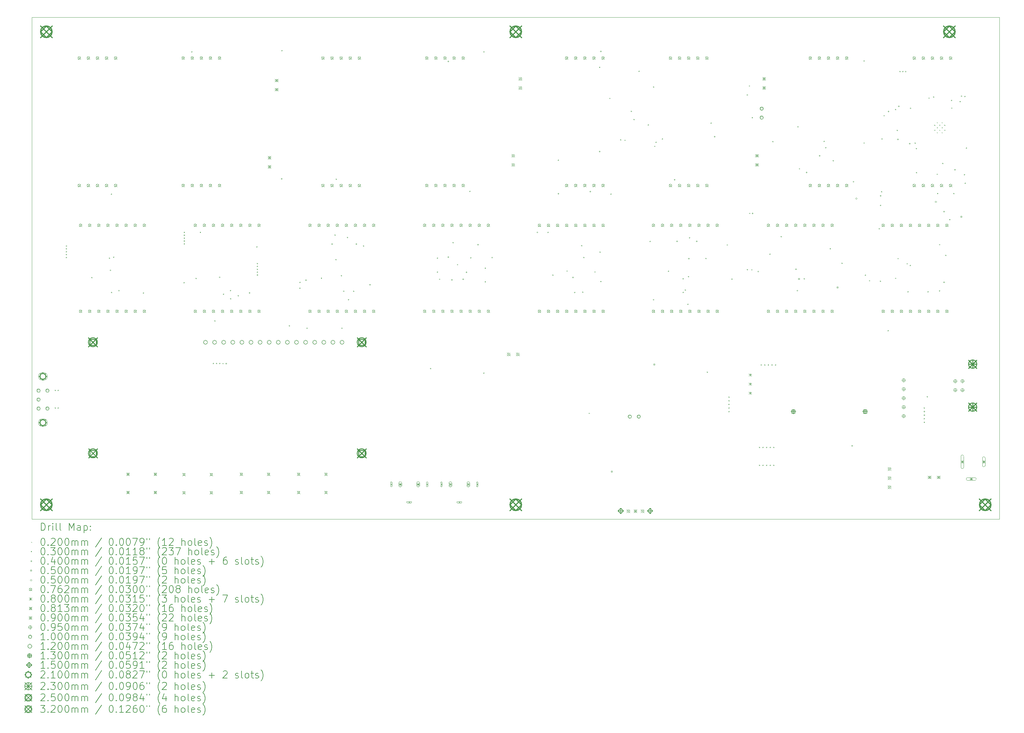
<source format=gbr>
%TF.GenerationSoftware,KiCad,Pcbnew,8.0.4*%
%TF.CreationDate,2024-09-13T17:15:01+02:00*%
%TF.ProjectId,DigiSlatePlus,44696769-536c-4617-9465-506c75732e6b,rev?*%
%TF.SameCoordinates,Original*%
%TF.FileFunction,Drillmap*%
%TF.FilePolarity,Positive*%
%FSLAX45Y45*%
G04 Gerber Fmt 4.5, Leading zero omitted, Abs format (unit mm)*
G04 Created by KiCad (PCBNEW 8.0.4) date 2024-09-13 17:15:01*
%MOMM*%
%LPD*%
G01*
G04 APERTURE LIST*
%ADD10C,0.050000*%
%ADD11C,0.200000*%
%ADD12C,0.100000*%
%ADD13C,0.120000*%
%ADD14C,0.130000*%
%ADD15C,0.150000*%
%ADD16C,0.210000*%
%ADD17C,0.230000*%
%ADD18C,0.250000*%
%ADD19C,0.320000*%
G04 APERTURE END LIST*
D10*
X7200000Y-6600000D02*
X34200000Y-6600000D01*
X34200000Y-20600000D01*
X7200000Y-20600000D01*
X7200000Y-6600000D01*
D11*
D12*
X32378000Y-9595000D02*
X32398000Y-9615000D01*
X32398000Y-9595000D02*
X32378000Y-9615000D01*
X32378000Y-9735000D02*
X32398000Y-9755000D01*
X32398000Y-9735000D02*
X32378000Y-9755000D01*
X32448000Y-9525000D02*
X32468000Y-9545000D01*
X32468000Y-9525000D02*
X32448000Y-9545000D01*
X32448000Y-9665000D02*
X32468000Y-9685000D01*
X32468000Y-9665000D02*
X32448000Y-9685000D01*
X32448000Y-9805000D02*
X32468000Y-9825000D01*
X32468000Y-9805000D02*
X32448000Y-9825000D01*
X32518000Y-9595000D02*
X32538000Y-9615000D01*
X32538000Y-9595000D02*
X32518000Y-9615000D01*
X32518000Y-9735000D02*
X32538000Y-9755000D01*
X32538000Y-9735000D02*
X32518000Y-9755000D01*
X32588000Y-9525000D02*
X32608000Y-9545000D01*
X32608000Y-9525000D02*
X32588000Y-9545000D01*
X32588000Y-9665000D02*
X32608000Y-9685000D01*
X32608000Y-9665000D02*
X32588000Y-9685000D01*
X32588000Y-9805000D02*
X32608000Y-9825000D01*
X32608000Y-9805000D02*
X32588000Y-9825000D01*
X32658000Y-9595000D02*
X32678000Y-9615000D01*
X32678000Y-9595000D02*
X32658000Y-9615000D01*
X32658000Y-9735000D02*
X32678000Y-9755000D01*
X32678000Y-9735000D02*
X32658000Y-9755000D01*
X7865000Y-17010000D02*
G75*
G02*
X7835000Y-17010000I-15000J0D01*
G01*
X7835000Y-17010000D02*
G75*
G02*
X7865000Y-17010000I15000J0D01*
G01*
X7865000Y-17500000D02*
G75*
G02*
X7835000Y-17500000I-15000J0D01*
G01*
X7835000Y-17500000D02*
G75*
G02*
X7865000Y-17500000I15000J0D01*
G01*
X7945000Y-17010000D02*
G75*
G02*
X7915000Y-17010000I-15000J0D01*
G01*
X7915000Y-17010000D02*
G75*
G02*
X7945000Y-17010000I15000J0D01*
G01*
X7945000Y-17500000D02*
G75*
G02*
X7915000Y-17500000I-15000J0D01*
G01*
X7915000Y-17500000D02*
G75*
G02*
X7945000Y-17500000I15000J0D01*
G01*
X8175000Y-12980000D02*
G75*
G02*
X8145000Y-12980000I-15000J0D01*
G01*
X8145000Y-12980000D02*
G75*
G02*
X8175000Y-12980000I15000J0D01*
G01*
X8175000Y-13060000D02*
G75*
G02*
X8145000Y-13060000I-15000J0D01*
G01*
X8145000Y-13060000D02*
G75*
G02*
X8175000Y-13060000I15000J0D01*
G01*
X8175000Y-13140000D02*
G75*
G02*
X8145000Y-13140000I-15000J0D01*
G01*
X8145000Y-13140000D02*
G75*
G02*
X8175000Y-13140000I15000J0D01*
G01*
X8175000Y-13220000D02*
G75*
G02*
X8145000Y-13220000I-15000J0D01*
G01*
X8145000Y-13220000D02*
G75*
G02*
X8175000Y-13220000I15000J0D01*
G01*
X8175000Y-13300000D02*
G75*
G02*
X8145000Y-13300000I-15000J0D01*
G01*
X8145000Y-13300000D02*
G75*
G02*
X8175000Y-13300000I15000J0D01*
G01*
X8884410Y-13862220D02*
G75*
G02*
X8854410Y-13862220I-15000J0D01*
G01*
X8854410Y-13862220D02*
G75*
G02*
X8884410Y-13862220I15000J0D01*
G01*
X9376500Y-13320620D02*
G75*
G02*
X9346500Y-13320620I-15000J0D01*
G01*
X9346500Y-13320620D02*
G75*
G02*
X9376500Y-13320620I15000J0D01*
G01*
X9404560Y-13656670D02*
G75*
G02*
X9374560Y-13656670I-15000J0D01*
G01*
X9374560Y-13656670D02*
G75*
G02*
X9404560Y-13656670I15000J0D01*
G01*
X9431980Y-11533180D02*
G75*
G02*
X9401980Y-11533180I-15000J0D01*
G01*
X9401980Y-11533180D02*
G75*
G02*
X9431980Y-11533180I15000J0D01*
G01*
X9435690Y-14278900D02*
G75*
G02*
X9405690Y-14278900I-15000J0D01*
G01*
X9405690Y-14278900D02*
G75*
G02*
X9435690Y-14278900I15000J0D01*
G01*
X9493830Y-13292560D02*
G75*
G02*
X9463830Y-13292560I-15000J0D01*
G01*
X9463830Y-13292560D02*
G75*
G02*
X9493830Y-13292560I15000J0D01*
G01*
X9642030Y-14225880D02*
G75*
G02*
X9612030Y-14225880I-15000J0D01*
G01*
X9612030Y-14225880D02*
G75*
G02*
X9642030Y-14225880I15000J0D01*
G01*
X10322770Y-14290900D02*
G75*
G02*
X10292770Y-14290900I-15000J0D01*
G01*
X10292770Y-14290900D02*
G75*
G02*
X10322770Y-14290900I15000J0D01*
G01*
X11459680Y-14002100D02*
G75*
G02*
X11429680Y-14002100I-15000J0D01*
G01*
X11429680Y-14002100D02*
G75*
G02*
X11459680Y-14002100I15000J0D01*
G01*
X11465000Y-12600000D02*
G75*
G02*
X11435000Y-12600000I-15000J0D01*
G01*
X11435000Y-12600000D02*
G75*
G02*
X11465000Y-12600000I15000J0D01*
G01*
X11465000Y-12680000D02*
G75*
G02*
X11435000Y-12680000I-15000J0D01*
G01*
X11435000Y-12680000D02*
G75*
G02*
X11465000Y-12680000I15000J0D01*
G01*
X11465000Y-12760000D02*
G75*
G02*
X11435000Y-12760000I-15000J0D01*
G01*
X11435000Y-12760000D02*
G75*
G02*
X11465000Y-12760000I15000J0D01*
G01*
X11465000Y-12840000D02*
G75*
G02*
X11435000Y-12840000I-15000J0D01*
G01*
X11435000Y-12840000D02*
G75*
G02*
X11465000Y-12840000I15000J0D01*
G01*
X11465000Y-12920000D02*
G75*
G02*
X11435000Y-12920000I-15000J0D01*
G01*
X11435000Y-12920000D02*
G75*
G02*
X11465000Y-12920000I15000J0D01*
G01*
X11674800Y-7564490D02*
G75*
G02*
X11644800Y-7564490I-15000J0D01*
G01*
X11644800Y-7564490D02*
G75*
G02*
X11674800Y-7564490I15000J0D01*
G01*
X11794770Y-13885070D02*
G75*
G02*
X11764770Y-13885070I-15000J0D01*
G01*
X11764770Y-13885070D02*
G75*
G02*
X11794770Y-13885070I15000J0D01*
G01*
X11915000Y-12600000D02*
G75*
G02*
X11885000Y-12600000I-15000J0D01*
G01*
X11885000Y-12600000D02*
G75*
G02*
X11915000Y-12600000I15000J0D01*
G01*
X12275000Y-16260000D02*
G75*
G02*
X12245000Y-16260000I-15000J0D01*
G01*
X12245000Y-16260000D02*
G75*
G02*
X12275000Y-16260000I15000J0D01*
G01*
X12316660Y-15069280D02*
G75*
G02*
X12286660Y-15069280I-15000J0D01*
G01*
X12286660Y-15069280D02*
G75*
G02*
X12316660Y-15069280I15000J0D01*
G01*
X12365000Y-16260000D02*
G75*
G02*
X12335000Y-16260000I-15000J0D01*
G01*
X12335000Y-16260000D02*
G75*
G02*
X12365000Y-16260000I15000J0D01*
G01*
X12452620Y-13851450D02*
G75*
G02*
X12422620Y-13851450I-15000J0D01*
G01*
X12422620Y-13851450D02*
G75*
G02*
X12452620Y-13851450I15000J0D01*
G01*
X12455000Y-16260000D02*
G75*
G02*
X12425000Y-16260000I-15000J0D01*
G01*
X12425000Y-16260000D02*
G75*
G02*
X12455000Y-16260000I15000J0D01*
G01*
X12545000Y-16260000D02*
G75*
G02*
X12515000Y-16260000I-15000J0D01*
G01*
X12515000Y-16260000D02*
G75*
G02*
X12545000Y-16260000I15000J0D01*
G01*
X12560210Y-14323310D02*
G75*
G02*
X12530210Y-14323310I-15000J0D01*
G01*
X12530210Y-14323310D02*
G75*
G02*
X12560210Y-14323310I15000J0D01*
G01*
X12635000Y-16260000D02*
G75*
G02*
X12605000Y-16260000I-15000J0D01*
G01*
X12605000Y-16260000D02*
G75*
G02*
X12635000Y-16260000I15000J0D01*
G01*
X12754900Y-14221850D02*
G75*
G02*
X12724900Y-14221850I-15000J0D01*
G01*
X12724900Y-14221850D02*
G75*
G02*
X12754900Y-14221850I15000J0D01*
G01*
X12759710Y-14452220D02*
G75*
G02*
X12729710Y-14452220I-15000J0D01*
G01*
X12729710Y-14452220D02*
G75*
G02*
X12759710Y-14452220I15000J0D01*
G01*
X12969300Y-14366350D02*
G75*
G02*
X12939300Y-14366350I-15000J0D01*
G01*
X12939300Y-14366350D02*
G75*
G02*
X12969300Y-14366350I15000J0D01*
G01*
X13287000Y-14287790D02*
G75*
G02*
X13257000Y-14287790I-15000J0D01*
G01*
X13257000Y-14287790D02*
G75*
G02*
X13287000Y-14287790I15000J0D01*
G01*
X13489650Y-13003350D02*
G75*
G02*
X13459650Y-13003350I-15000J0D01*
G01*
X13459650Y-13003350D02*
G75*
G02*
X13489650Y-13003350I15000J0D01*
G01*
X13505000Y-13470000D02*
G75*
G02*
X13475000Y-13470000I-15000J0D01*
G01*
X13475000Y-13470000D02*
G75*
G02*
X13505000Y-13470000I15000J0D01*
G01*
X13505000Y-13550000D02*
G75*
G02*
X13475000Y-13550000I-15000J0D01*
G01*
X13475000Y-13550000D02*
G75*
G02*
X13505000Y-13550000I15000J0D01*
G01*
X13505000Y-13630000D02*
G75*
G02*
X13475000Y-13630000I-15000J0D01*
G01*
X13475000Y-13630000D02*
G75*
G02*
X13505000Y-13630000I15000J0D01*
G01*
X13505000Y-13710000D02*
G75*
G02*
X13475000Y-13710000I-15000J0D01*
G01*
X13475000Y-13710000D02*
G75*
G02*
X13505000Y-13710000I15000J0D01*
G01*
X13505000Y-13790000D02*
G75*
G02*
X13475000Y-13790000I-15000J0D01*
G01*
X13475000Y-13790000D02*
G75*
G02*
X13505000Y-13790000I15000J0D01*
G01*
X14182860Y-11104650D02*
G75*
G02*
X14152860Y-11104650I-15000J0D01*
G01*
X14152860Y-11104650D02*
G75*
G02*
X14182860Y-11104650I15000J0D01*
G01*
X14189610Y-7529210D02*
G75*
G02*
X14159610Y-7529210I-15000J0D01*
G01*
X14159610Y-7529210D02*
G75*
G02*
X14189610Y-7529210I15000J0D01*
G01*
X14397630Y-15210990D02*
G75*
G02*
X14367630Y-15210990I-15000J0D01*
G01*
X14367630Y-15210990D02*
G75*
G02*
X14397630Y-15210990I15000J0D01*
G01*
X14691440Y-14155640D02*
G75*
G02*
X14661440Y-14155640I-15000J0D01*
G01*
X14661440Y-14155640D02*
G75*
G02*
X14691440Y-14155640I15000J0D01*
G01*
X14694240Y-13994490D02*
G75*
G02*
X14664240Y-13994490I-15000J0D01*
G01*
X14664240Y-13994490D02*
G75*
G02*
X14694240Y-13994490I15000J0D01*
G01*
X14860990Y-13931580D02*
G75*
G02*
X14830990Y-13931580I-15000J0D01*
G01*
X14830990Y-13931580D02*
G75*
G02*
X14860990Y-13931580I15000J0D01*
G01*
X14890000Y-15275000D02*
G75*
G02*
X14860000Y-15275000I-15000J0D01*
G01*
X14860000Y-15275000D02*
G75*
G02*
X14890000Y-15275000I15000J0D01*
G01*
X15291870Y-13878020D02*
G75*
G02*
X15261870Y-13878020I-15000J0D01*
G01*
X15261870Y-13878020D02*
G75*
G02*
X15291870Y-13878020I15000J0D01*
G01*
X15589020Y-12923920D02*
G75*
G02*
X15559020Y-12923920I-15000J0D01*
G01*
X15559020Y-12923920D02*
G75*
G02*
X15589020Y-12923920I15000J0D01*
G01*
X15671460Y-12673090D02*
G75*
G02*
X15641460Y-12673090I-15000J0D01*
G01*
X15641460Y-12673090D02*
G75*
G02*
X15671460Y-12673090I15000J0D01*
G01*
X15696390Y-13357620D02*
G75*
G02*
X15666390Y-13357620I-15000J0D01*
G01*
X15666390Y-13357620D02*
G75*
G02*
X15696390Y-13357620I15000J0D01*
G01*
X15706240Y-11115420D02*
G75*
G02*
X15676240Y-11115420I-15000J0D01*
G01*
X15676240Y-11115420D02*
G75*
G02*
X15706240Y-11115420I15000J0D01*
G01*
X15847870Y-13807860D02*
G75*
G02*
X15817870Y-13807860I-15000J0D01*
G01*
X15817870Y-13807860D02*
G75*
G02*
X15847870Y-13807860I15000J0D01*
G01*
X15865000Y-15275000D02*
G75*
G02*
X15835000Y-15275000I-15000J0D01*
G01*
X15835000Y-15275000D02*
G75*
G02*
X15865000Y-15275000I15000J0D01*
G01*
X15913950Y-14242770D02*
G75*
G02*
X15883950Y-14242770I-15000J0D01*
G01*
X15883950Y-14242770D02*
G75*
G02*
X15913950Y-14242770I15000J0D01*
G01*
X16018240Y-12742120D02*
G75*
G02*
X15988240Y-12742120I-15000J0D01*
G01*
X15988240Y-12742120D02*
G75*
G02*
X16018240Y-12742120I15000J0D01*
G01*
X16048880Y-14475890D02*
G75*
G02*
X16018880Y-14475890I-15000J0D01*
G01*
X16018880Y-14475890D02*
G75*
G02*
X16048880Y-14475890I15000J0D01*
G01*
X16192310Y-14244800D02*
G75*
G02*
X16162310Y-14244800I-15000J0D01*
G01*
X16162310Y-14244800D02*
G75*
G02*
X16192310Y-14244800I15000J0D01*
G01*
X16266660Y-12923770D02*
G75*
G02*
X16236660Y-12923770I-15000J0D01*
G01*
X16236660Y-12923770D02*
G75*
G02*
X16266660Y-12923770I15000J0D01*
G01*
X16466920Y-12977080D02*
G75*
G02*
X16436920Y-12977080I-15000J0D01*
G01*
X16436920Y-12977080D02*
G75*
G02*
X16466920Y-12977080I15000J0D01*
G01*
X16647410Y-14058270D02*
G75*
G02*
X16617410Y-14058270I-15000J0D01*
G01*
X16617410Y-14058270D02*
G75*
G02*
X16647410Y-14058270I15000J0D01*
G01*
X18339880Y-16399390D02*
G75*
G02*
X18309880Y-16399390I-15000J0D01*
G01*
X18309880Y-16399390D02*
G75*
G02*
X18339880Y-16399390I15000J0D01*
G01*
X18528180Y-13706250D02*
G75*
G02*
X18498180Y-13706250I-15000J0D01*
G01*
X18498180Y-13706250D02*
G75*
G02*
X18528180Y-13706250I15000J0D01*
G01*
X18528290Y-13318520D02*
G75*
G02*
X18498290Y-13318520I-15000J0D01*
G01*
X18498290Y-13318520D02*
G75*
G02*
X18528290Y-13318520I15000J0D01*
G01*
X18591920Y-13907540D02*
G75*
G02*
X18561920Y-13907540I-15000J0D01*
G01*
X18561920Y-13907540D02*
G75*
G02*
X18591920Y-13907540I15000J0D01*
G01*
X18833350Y-7828050D02*
G75*
G02*
X18803350Y-7828050I-15000J0D01*
G01*
X18803350Y-7828050D02*
G75*
G02*
X18833350Y-7828050I15000J0D01*
G01*
X18833540Y-13289330D02*
G75*
G02*
X18803540Y-13289330I-15000J0D01*
G01*
X18803540Y-13289330D02*
G75*
G02*
X18833540Y-13289330I15000J0D01*
G01*
X18932640Y-13924080D02*
G75*
G02*
X18902640Y-13924080I-15000J0D01*
G01*
X18902640Y-13924080D02*
G75*
G02*
X18932640Y-13924080I15000J0D01*
G01*
X18965150Y-12886410D02*
G75*
G02*
X18935150Y-12886410I-15000J0D01*
G01*
X18935150Y-12886410D02*
G75*
G02*
X18965150Y-12886410I15000J0D01*
G01*
X19091020Y-13501520D02*
G75*
G02*
X19061020Y-13501520I-15000J0D01*
G01*
X19061020Y-13501520D02*
G75*
G02*
X19091020Y-13501520I15000J0D01*
G01*
X19244860Y-13908110D02*
G75*
G02*
X19214860Y-13908110I-15000J0D01*
G01*
X19214860Y-13908110D02*
G75*
G02*
X19244860Y-13908110I15000J0D01*
G01*
X19338240Y-13713490D02*
G75*
G02*
X19308240Y-13713490I-15000J0D01*
G01*
X19308240Y-13713490D02*
G75*
G02*
X19338240Y-13713490I15000J0D01*
G01*
X19434200Y-11453830D02*
G75*
G02*
X19404200Y-11453830I-15000J0D01*
G01*
X19404200Y-11453830D02*
G75*
G02*
X19434200Y-11453830I15000J0D01*
G01*
X19459970Y-13309070D02*
G75*
G02*
X19429970Y-13309070I-15000J0D01*
G01*
X19429970Y-13309070D02*
G75*
G02*
X19459970Y-13309070I15000J0D01*
G01*
X19661360Y-12942710D02*
G75*
G02*
X19631360Y-12942710I-15000J0D01*
G01*
X19631360Y-12942710D02*
G75*
G02*
X19661360Y-12942710I15000J0D01*
G01*
X19824530Y-7562030D02*
G75*
G02*
X19794530Y-7562030I-15000J0D01*
G01*
X19794530Y-7562030D02*
G75*
G02*
X19824530Y-7562030I15000J0D01*
G01*
X19824530Y-16523760D02*
G75*
G02*
X19794530Y-16523760I-15000J0D01*
G01*
X19794530Y-16523760D02*
G75*
G02*
X19824530Y-16523760I15000J0D01*
G01*
X19863270Y-13979150D02*
G75*
G02*
X19833270Y-13979150I-15000J0D01*
G01*
X19833270Y-13979150D02*
G75*
G02*
X19863270Y-13979150I15000J0D01*
G01*
X19864560Y-13597480D02*
G75*
G02*
X19834560Y-13597480I-15000J0D01*
G01*
X19834560Y-13597480D02*
G75*
G02*
X19864560Y-13597480I15000J0D01*
G01*
X20055700Y-13301650D02*
G75*
G02*
X20025700Y-13301650I-15000J0D01*
G01*
X20025700Y-13301650D02*
G75*
G02*
X20055700Y-13301650I15000J0D01*
G01*
X21315000Y-12600000D02*
G75*
G02*
X21285000Y-12600000I-15000J0D01*
G01*
X21285000Y-12600000D02*
G75*
G02*
X21315000Y-12600000I15000J0D01*
G01*
X21615000Y-12600000D02*
G75*
G02*
X21585000Y-12600000I-15000J0D01*
G01*
X21585000Y-12600000D02*
G75*
G02*
X21615000Y-12600000I15000J0D01*
G01*
X21750290Y-13790580D02*
G75*
G02*
X21720290Y-13790580I-15000J0D01*
G01*
X21720290Y-13790580D02*
G75*
G02*
X21750290Y-13790580I15000J0D01*
G01*
X21903040Y-10587280D02*
G75*
G02*
X21873040Y-10587280I-15000J0D01*
G01*
X21873040Y-10587280D02*
G75*
G02*
X21903040Y-10587280I15000J0D01*
G01*
X21905100Y-11520470D02*
G75*
G02*
X21875100Y-11520470I-15000J0D01*
G01*
X21875100Y-11520470D02*
G75*
G02*
X21905100Y-11520470I15000J0D01*
G01*
X22145680Y-13677580D02*
G75*
G02*
X22115680Y-13677580I-15000J0D01*
G01*
X22115680Y-13677580D02*
G75*
G02*
X22145680Y-13677580I15000J0D01*
G01*
X22312020Y-13855070D02*
G75*
G02*
X22282020Y-13855070I-15000J0D01*
G01*
X22282020Y-13855070D02*
G75*
G02*
X22312020Y-13855070I15000J0D01*
G01*
X22358570Y-14278290D02*
G75*
G02*
X22328570Y-14278290I-15000J0D01*
G01*
X22328570Y-14278290D02*
G75*
G02*
X22358570Y-14278290I15000J0D01*
G01*
X22553790Y-12969440D02*
G75*
G02*
X22523790Y-12969440I-15000J0D01*
G01*
X22523790Y-12969440D02*
G75*
G02*
X22553790Y-12969440I15000J0D01*
G01*
X22585050Y-14270420D02*
G75*
G02*
X22555050Y-14270420I-15000J0D01*
G01*
X22555050Y-14270420D02*
G75*
G02*
X22585050Y-14270420I15000J0D01*
G01*
X22615000Y-13300000D02*
G75*
G02*
X22585000Y-13300000I-15000J0D01*
G01*
X22585000Y-13300000D02*
G75*
G02*
X22615000Y-13300000I15000J0D01*
G01*
X22765000Y-17650000D02*
G75*
G02*
X22735000Y-17650000I-15000J0D01*
G01*
X22735000Y-17650000D02*
G75*
G02*
X22765000Y-17650000I15000J0D01*
G01*
X22793830Y-11461600D02*
G75*
G02*
X22763830Y-11461600I-15000J0D01*
G01*
X22763830Y-11461600D02*
G75*
G02*
X22793830Y-11461600I15000J0D01*
G01*
X22926290Y-13703650D02*
G75*
G02*
X22896290Y-13703650I-15000J0D01*
G01*
X22896290Y-13703650D02*
G75*
G02*
X22926290Y-13703650I15000J0D01*
G01*
X23055930Y-10341890D02*
G75*
G02*
X23025930Y-10341890I-15000J0D01*
G01*
X23025930Y-10341890D02*
G75*
G02*
X23055930Y-10341890I15000J0D01*
G01*
X23056600Y-7994620D02*
G75*
G02*
X23026600Y-7994620I-15000J0D01*
G01*
X23026600Y-7994620D02*
G75*
G02*
X23056600Y-7994620I15000J0D01*
G01*
X23067780Y-13152040D02*
G75*
G02*
X23037780Y-13152040I-15000J0D01*
G01*
X23037780Y-13152040D02*
G75*
G02*
X23067780Y-13152040I15000J0D01*
G01*
X23088960Y-13971050D02*
G75*
G02*
X23058960Y-13971050I-15000J0D01*
G01*
X23058960Y-13971050D02*
G75*
G02*
X23088960Y-13971050I15000J0D01*
G01*
X23090760Y-7550340D02*
G75*
G02*
X23060760Y-7550340I-15000J0D01*
G01*
X23060760Y-7550340D02*
G75*
G02*
X23090760Y-7550340I15000J0D01*
G01*
X23340860Y-8860900D02*
G75*
G02*
X23310860Y-8860900I-15000J0D01*
G01*
X23310860Y-8860900D02*
G75*
G02*
X23340860Y-8860900I15000J0D01*
G01*
X23371100Y-11530540D02*
G75*
G02*
X23341100Y-11530540I-15000J0D01*
G01*
X23341100Y-11530540D02*
G75*
G02*
X23371100Y-11530540I15000J0D01*
G01*
X23642620Y-10017940D02*
G75*
G02*
X23612620Y-10017940I-15000J0D01*
G01*
X23612620Y-10017940D02*
G75*
G02*
X23642620Y-10017940I15000J0D01*
G01*
X23762850Y-10030540D02*
G75*
G02*
X23732850Y-10030540I-15000J0D01*
G01*
X23732850Y-10030540D02*
G75*
G02*
X23762850Y-10030540I15000J0D01*
G01*
X23939570Y-9222610D02*
G75*
G02*
X23909570Y-9222610I-15000J0D01*
G01*
X23909570Y-9222610D02*
G75*
G02*
X23939570Y-9222610I15000J0D01*
G01*
X24015000Y-9450000D02*
G75*
G02*
X23985000Y-9450000I-15000J0D01*
G01*
X23985000Y-9450000D02*
G75*
G02*
X24015000Y-9450000I15000J0D01*
G01*
X24154170Y-8105560D02*
G75*
G02*
X24124170Y-8105560I-15000J0D01*
G01*
X24124170Y-8105560D02*
G75*
G02*
X24154170Y-8105560I15000J0D01*
G01*
X24415000Y-9600000D02*
G75*
G02*
X24385000Y-9600000I-15000J0D01*
G01*
X24385000Y-9600000D02*
G75*
G02*
X24415000Y-9600000I15000J0D01*
G01*
X24465000Y-12850000D02*
G75*
G02*
X24435000Y-12850000I-15000J0D01*
G01*
X24435000Y-12850000D02*
G75*
G02*
X24465000Y-12850000I15000J0D01*
G01*
X24558860Y-14478460D02*
G75*
G02*
X24528860Y-14478460I-15000J0D01*
G01*
X24528860Y-14478460D02*
G75*
G02*
X24558860Y-14478460I15000J0D01*
G01*
X24561490Y-8542600D02*
G75*
G02*
X24531490Y-8542600I-15000J0D01*
G01*
X24531490Y-8542600D02*
G75*
G02*
X24561490Y-8542600I15000J0D01*
G01*
X24593560Y-10200360D02*
G75*
G02*
X24563560Y-10200360I-15000J0D01*
G01*
X24563560Y-10200360D02*
G75*
G02*
X24593560Y-10200360I15000J0D01*
G01*
X24629000Y-10086720D02*
G75*
G02*
X24599000Y-10086720I-15000J0D01*
G01*
X24599000Y-10086720D02*
G75*
G02*
X24629000Y-10086720I15000J0D01*
G01*
X24807790Y-9994410D02*
G75*
G02*
X24777790Y-9994410I-15000J0D01*
G01*
X24777790Y-9994410D02*
G75*
G02*
X24807790Y-9994410I15000J0D01*
G01*
X24975510Y-13686260D02*
G75*
G02*
X24945510Y-13686260I-15000J0D01*
G01*
X24945510Y-13686260D02*
G75*
G02*
X24975510Y-13686260I15000J0D01*
G01*
X25148190Y-11129250D02*
G75*
G02*
X25118190Y-11129250I-15000J0D01*
G01*
X25118190Y-11129250D02*
G75*
G02*
X25148190Y-11129250I15000J0D01*
G01*
X25215000Y-12850000D02*
G75*
G02*
X25185000Y-12850000I-15000J0D01*
G01*
X25185000Y-12850000D02*
G75*
G02*
X25215000Y-12850000I15000J0D01*
G01*
X25383880Y-13894500D02*
G75*
G02*
X25353880Y-13894500I-15000J0D01*
G01*
X25353880Y-13894500D02*
G75*
G02*
X25383880Y-13894500I15000J0D01*
G01*
X25386670Y-14275060D02*
G75*
G02*
X25356670Y-14275060I-15000J0D01*
G01*
X25356670Y-14275060D02*
G75*
G02*
X25386670Y-14275060I15000J0D01*
G01*
X25445440Y-14208650D02*
G75*
G02*
X25415440Y-14208650I-15000J0D01*
G01*
X25415440Y-14208650D02*
G75*
G02*
X25445440Y-14208650I15000J0D01*
G01*
X25518270Y-14608310D02*
G75*
G02*
X25488270Y-14608310I-15000J0D01*
G01*
X25488270Y-14608310D02*
G75*
G02*
X25518270Y-14608310I15000J0D01*
G01*
X25535200Y-13833790D02*
G75*
G02*
X25505200Y-13833790I-15000J0D01*
G01*
X25505200Y-13833790D02*
G75*
G02*
X25535200Y-13833790I15000J0D01*
G01*
X25546510Y-13332500D02*
G75*
G02*
X25516510Y-13332500I-15000J0D01*
G01*
X25516510Y-13332500D02*
G75*
G02*
X25546510Y-13332500I15000J0D01*
G01*
X25565020Y-12748680D02*
G75*
G02*
X25535020Y-12748680I-15000J0D01*
G01*
X25535020Y-12748680D02*
G75*
G02*
X25565020Y-12748680I15000J0D01*
G01*
X25765000Y-12850000D02*
G75*
G02*
X25735000Y-12850000I-15000J0D01*
G01*
X25735000Y-12850000D02*
G75*
G02*
X25765000Y-12850000I15000J0D01*
G01*
X26021700Y-13327660D02*
G75*
G02*
X25991700Y-13327660I-15000J0D01*
G01*
X25991700Y-13327660D02*
G75*
G02*
X26021700Y-13327660I15000J0D01*
G01*
X26060060Y-16499140D02*
G75*
G02*
X26030060Y-16499140I-15000J0D01*
G01*
X26030060Y-16499140D02*
G75*
G02*
X26060060Y-16499140I15000J0D01*
G01*
X26165000Y-9550000D02*
G75*
G02*
X26135000Y-9550000I-15000J0D01*
G01*
X26135000Y-9550000D02*
G75*
G02*
X26165000Y-9550000I15000J0D01*
G01*
X26265220Y-9926940D02*
G75*
G02*
X26235220Y-9926940I-15000J0D01*
G01*
X26235220Y-9926940D02*
G75*
G02*
X26265220Y-9926940I15000J0D01*
G01*
X26616350Y-12950060D02*
G75*
G02*
X26586350Y-12950060I-15000J0D01*
G01*
X26586350Y-12950060D02*
G75*
G02*
X26616350Y-12950060I15000J0D01*
G01*
X26665000Y-17200000D02*
G75*
G02*
X26635000Y-17200000I-15000J0D01*
G01*
X26635000Y-17200000D02*
G75*
G02*
X26665000Y-17200000I15000J0D01*
G01*
X26665000Y-17300000D02*
G75*
G02*
X26635000Y-17300000I-15000J0D01*
G01*
X26635000Y-17300000D02*
G75*
G02*
X26665000Y-17300000I15000J0D01*
G01*
X26665000Y-17400000D02*
G75*
G02*
X26635000Y-17400000I-15000J0D01*
G01*
X26635000Y-17400000D02*
G75*
G02*
X26665000Y-17400000I15000J0D01*
G01*
X26665000Y-17500000D02*
G75*
G02*
X26635000Y-17500000I-15000J0D01*
G01*
X26635000Y-17500000D02*
G75*
G02*
X26665000Y-17500000I15000J0D01*
G01*
X26665000Y-17600000D02*
G75*
G02*
X26635000Y-17600000I-15000J0D01*
G01*
X26635000Y-17600000D02*
G75*
G02*
X26665000Y-17600000I15000J0D01*
G01*
X26749520Y-13903230D02*
G75*
G02*
X26719520Y-13903230I-15000J0D01*
G01*
X26719520Y-13903230D02*
G75*
G02*
X26749520Y-13903230I15000J0D01*
G01*
X27174990Y-8764450D02*
G75*
G02*
X27144990Y-8764450I-15000J0D01*
G01*
X27144990Y-8764450D02*
G75*
G02*
X27174990Y-8764450I15000J0D01*
G01*
X27178440Y-13639910D02*
G75*
G02*
X27148440Y-13639910I-15000J0D01*
G01*
X27148440Y-13639910D02*
G75*
G02*
X27178440Y-13639910I15000J0D01*
G01*
X27234490Y-8515560D02*
G75*
G02*
X27204490Y-8515560I-15000J0D01*
G01*
X27204490Y-8515560D02*
G75*
G02*
X27234490Y-8515560I15000J0D01*
G01*
X27245000Y-12070000D02*
G75*
G02*
X27215000Y-12070000I-15000J0D01*
G01*
X27215000Y-12070000D02*
G75*
G02*
X27245000Y-12070000I15000J0D01*
G01*
X27302340Y-13645140D02*
G75*
G02*
X27272340Y-13645140I-15000J0D01*
G01*
X27272340Y-13645140D02*
G75*
G02*
X27302340Y-13645140I15000J0D01*
G01*
X27315000Y-9400000D02*
G75*
G02*
X27285000Y-9400000I-15000J0D01*
G01*
X27285000Y-9400000D02*
G75*
G02*
X27315000Y-9400000I15000J0D01*
G01*
X27325000Y-12070000D02*
G75*
G02*
X27295000Y-12070000I-15000J0D01*
G01*
X27295000Y-12070000D02*
G75*
G02*
X27325000Y-12070000I15000J0D01*
G01*
X27479680Y-13691850D02*
G75*
G02*
X27449680Y-13691850I-15000J0D01*
G01*
X27449680Y-13691850D02*
G75*
G02*
X27479680Y-13691850I15000J0D01*
G01*
X27515000Y-18600000D02*
G75*
G02*
X27485000Y-18600000I-15000J0D01*
G01*
X27485000Y-18600000D02*
G75*
G02*
X27515000Y-18600000I15000J0D01*
G01*
X27515000Y-19100000D02*
G75*
G02*
X27485000Y-19100000I-15000J0D01*
G01*
X27485000Y-19100000D02*
G75*
G02*
X27515000Y-19100000I15000J0D01*
G01*
X27565000Y-16300000D02*
G75*
G02*
X27535000Y-16300000I-15000J0D01*
G01*
X27535000Y-16300000D02*
G75*
G02*
X27565000Y-16300000I15000J0D01*
G01*
X27615000Y-18600000D02*
G75*
G02*
X27585000Y-18600000I-15000J0D01*
G01*
X27585000Y-18600000D02*
G75*
G02*
X27615000Y-18600000I15000J0D01*
G01*
X27615000Y-19100000D02*
G75*
G02*
X27585000Y-19100000I-15000J0D01*
G01*
X27585000Y-19100000D02*
G75*
G02*
X27615000Y-19100000I15000J0D01*
G01*
X27665000Y-16300000D02*
G75*
G02*
X27635000Y-16300000I-15000J0D01*
G01*
X27635000Y-16300000D02*
G75*
G02*
X27665000Y-16300000I15000J0D01*
G01*
X27715000Y-18600000D02*
G75*
G02*
X27685000Y-18600000I-15000J0D01*
G01*
X27685000Y-18600000D02*
G75*
G02*
X27715000Y-18600000I15000J0D01*
G01*
X27715000Y-19100000D02*
G75*
G02*
X27685000Y-19100000I-15000J0D01*
G01*
X27685000Y-19100000D02*
G75*
G02*
X27715000Y-19100000I15000J0D01*
G01*
X27765000Y-16300000D02*
G75*
G02*
X27735000Y-16300000I-15000J0D01*
G01*
X27735000Y-16300000D02*
G75*
G02*
X27765000Y-16300000I15000J0D01*
G01*
X27808810Y-13206520D02*
G75*
G02*
X27778810Y-13206520I-15000J0D01*
G01*
X27778810Y-13206520D02*
G75*
G02*
X27808810Y-13206520I15000J0D01*
G01*
X27815000Y-18600000D02*
G75*
G02*
X27785000Y-18600000I-15000J0D01*
G01*
X27785000Y-18600000D02*
G75*
G02*
X27815000Y-18600000I15000J0D01*
G01*
X27815000Y-19100000D02*
G75*
G02*
X27785000Y-19100000I-15000J0D01*
G01*
X27785000Y-19100000D02*
G75*
G02*
X27815000Y-19100000I15000J0D01*
G01*
X27865000Y-16300000D02*
G75*
G02*
X27835000Y-16300000I-15000J0D01*
G01*
X27835000Y-16300000D02*
G75*
G02*
X27865000Y-16300000I15000J0D01*
G01*
X27888880Y-10066420D02*
G75*
G02*
X27858880Y-10066420I-15000J0D01*
G01*
X27858880Y-10066420D02*
G75*
G02*
X27888880Y-10066420I15000J0D01*
G01*
X27915000Y-18600000D02*
G75*
G02*
X27885000Y-18600000I-15000J0D01*
G01*
X27885000Y-18600000D02*
G75*
G02*
X27915000Y-18600000I15000J0D01*
G01*
X27915000Y-19100000D02*
G75*
G02*
X27885000Y-19100000I-15000J0D01*
G01*
X27885000Y-19100000D02*
G75*
G02*
X27915000Y-19100000I15000J0D01*
G01*
X27965000Y-16300000D02*
G75*
G02*
X27935000Y-16300000I-15000J0D01*
G01*
X27935000Y-16300000D02*
G75*
G02*
X27965000Y-16300000I15000J0D01*
G01*
X28122660Y-12720960D02*
G75*
G02*
X28092660Y-12720960I-15000J0D01*
G01*
X28092660Y-12720960D02*
G75*
G02*
X28122660Y-12720960I15000J0D01*
G01*
X28534620Y-13626250D02*
G75*
G02*
X28504620Y-13626250I-15000J0D01*
G01*
X28504620Y-13626250D02*
G75*
G02*
X28534620Y-13626250I15000J0D01*
G01*
X28571820Y-14226540D02*
G75*
G02*
X28541820Y-14226540I-15000J0D01*
G01*
X28541820Y-14226540D02*
G75*
G02*
X28571820Y-14226540I15000J0D01*
G01*
X28590000Y-9652000D02*
G75*
G02*
X28560000Y-9652000I-15000J0D01*
G01*
X28560000Y-9652000D02*
G75*
G02*
X28590000Y-9652000I15000J0D01*
G01*
X28631470Y-10826970D02*
G75*
G02*
X28601470Y-10826970I-15000J0D01*
G01*
X28601470Y-10826970D02*
G75*
G02*
X28631470Y-10826970I15000J0D01*
G01*
X28765900Y-13896380D02*
G75*
G02*
X28735900Y-13896380I-15000J0D01*
G01*
X28735900Y-13896380D02*
G75*
G02*
X28765900Y-13896380I15000J0D01*
G01*
X28830830Y-10927320D02*
G75*
G02*
X28800830Y-10927320I-15000J0D01*
G01*
X28800830Y-10927320D02*
G75*
G02*
X28830830Y-10927320I15000J0D01*
G01*
X29195000Y-10460000D02*
G75*
G02*
X29165000Y-10460000I-15000J0D01*
G01*
X29165000Y-10460000D02*
G75*
G02*
X29195000Y-10460000I15000J0D01*
G01*
X29319830Y-10059970D02*
G75*
G02*
X29289830Y-10059970I-15000J0D01*
G01*
X29289830Y-10059970D02*
G75*
G02*
X29319830Y-10059970I15000J0D01*
G01*
X29365510Y-10235810D02*
G75*
G02*
X29335510Y-10235810I-15000J0D01*
G01*
X29335510Y-10235810D02*
G75*
G02*
X29365510Y-10235810I15000J0D01*
G01*
X29490750Y-13055930D02*
G75*
G02*
X29460750Y-13055930I-15000J0D01*
G01*
X29460750Y-13055930D02*
G75*
G02*
X29490750Y-13055930I15000J0D01*
G01*
X29575000Y-10600000D02*
G75*
G02*
X29545000Y-10600000I-15000J0D01*
G01*
X29545000Y-10600000D02*
G75*
G02*
X29575000Y-10600000I15000J0D01*
G01*
X29817580Y-13460660D02*
G75*
G02*
X29787580Y-13460660I-15000J0D01*
G01*
X29787580Y-13460660D02*
G75*
G02*
X29817580Y-13460660I15000J0D01*
G01*
X30101300Y-18554590D02*
G75*
G02*
X30071300Y-18554590I-15000J0D01*
G01*
X30071300Y-18554590D02*
G75*
G02*
X30101300Y-18554590I15000J0D01*
G01*
X30138180Y-11184530D02*
G75*
G02*
X30108180Y-11184530I-15000J0D01*
G01*
X30108180Y-11184530D02*
G75*
G02*
X30138180Y-11184530I15000J0D01*
G01*
X30434850Y-10105580D02*
G75*
G02*
X30404850Y-10105580I-15000J0D01*
G01*
X30404850Y-10105580D02*
G75*
G02*
X30434850Y-10105580I15000J0D01*
G01*
X30435130Y-7817930D02*
G75*
G02*
X30405130Y-7817930I-15000J0D01*
G01*
X30405130Y-7817930D02*
G75*
G02*
X30435130Y-7817930I15000J0D01*
G01*
X30470970Y-13795010D02*
G75*
G02*
X30440970Y-13795010I-15000J0D01*
G01*
X30440970Y-13795010D02*
G75*
G02*
X30470970Y-13795010I15000J0D01*
G01*
X30587770Y-13949760D02*
G75*
G02*
X30557770Y-13949760I-15000J0D01*
G01*
X30557770Y-13949760D02*
G75*
G02*
X30587770Y-13949760I15000J0D01*
G01*
X30858980Y-12499310D02*
G75*
G02*
X30828980Y-12499310I-15000J0D01*
G01*
X30828980Y-12499310D02*
G75*
G02*
X30858980Y-12499310I15000J0D01*
G01*
X30890730Y-13965320D02*
G75*
G02*
X30860730Y-13965320I-15000J0D01*
G01*
X30860730Y-13965320D02*
G75*
G02*
X30890730Y-13965320I15000J0D01*
G01*
X30896370Y-11578470D02*
G75*
G02*
X30866370Y-11578470I-15000J0D01*
G01*
X30866370Y-11578470D02*
G75*
G02*
X30896370Y-11578470I15000J0D01*
G01*
X30896370Y-11847580D02*
G75*
G02*
X30866370Y-11847580I-15000J0D01*
G01*
X30866370Y-11847580D02*
G75*
G02*
X30896370Y-11847580I15000J0D01*
G01*
X30924320Y-11465780D02*
G75*
G02*
X30894320Y-11465780I-15000J0D01*
G01*
X30894320Y-11465780D02*
G75*
G02*
X30924320Y-11465780I15000J0D01*
G01*
X30933740Y-9992220D02*
G75*
G02*
X30903740Y-9992220I-15000J0D01*
G01*
X30903740Y-9992220D02*
G75*
G02*
X30933740Y-9992220I15000J0D01*
G01*
X30993540Y-9343460D02*
G75*
G02*
X30963540Y-9343460I-15000J0D01*
G01*
X30963540Y-9343460D02*
G75*
G02*
X30993540Y-9343460I15000J0D01*
G01*
X31107750Y-15344930D02*
G75*
G02*
X31077750Y-15344930I-15000J0D01*
G01*
X31077750Y-15344930D02*
G75*
G02*
X31107750Y-15344930I15000J0D01*
G01*
X31115590Y-9225270D02*
G75*
G02*
X31085590Y-9225270I-15000J0D01*
G01*
X31085590Y-9225270D02*
G75*
G02*
X31115590Y-9225270I15000J0D01*
G01*
X31313490Y-9171120D02*
G75*
G02*
X31283490Y-9171120I-15000J0D01*
G01*
X31283490Y-9171120D02*
G75*
G02*
X31313490Y-9171120I15000J0D01*
G01*
X31315720Y-13880460D02*
G75*
G02*
X31285720Y-13880460I-15000J0D01*
G01*
X31285720Y-13880460D02*
G75*
G02*
X31315720Y-13880460I15000J0D01*
G01*
X31360610Y-9752470D02*
G75*
G02*
X31330610Y-9752470I-15000J0D01*
G01*
X31330610Y-9752470D02*
G75*
G02*
X31360610Y-9752470I15000J0D01*
G01*
X31378660Y-10005330D02*
G75*
G02*
X31348660Y-10005330I-15000J0D01*
G01*
X31348660Y-10005330D02*
G75*
G02*
X31378660Y-10005330I15000J0D01*
G01*
X31382640Y-13331280D02*
G75*
G02*
X31352640Y-13331280I-15000J0D01*
G01*
X31352640Y-13331280D02*
G75*
G02*
X31382640Y-13331280I15000J0D01*
G01*
X31405370Y-9081440D02*
G75*
G02*
X31375370Y-9081440I-15000J0D01*
G01*
X31375370Y-9081440D02*
G75*
G02*
X31405370Y-9081440I15000J0D01*
G01*
X31435000Y-8110000D02*
G75*
G02*
X31405000Y-8110000I-15000J0D01*
G01*
X31405000Y-8110000D02*
G75*
G02*
X31435000Y-8110000I15000J0D01*
G01*
X31515000Y-8110000D02*
G75*
G02*
X31485000Y-8110000I-15000J0D01*
G01*
X31485000Y-8110000D02*
G75*
G02*
X31515000Y-8110000I15000J0D01*
G01*
X31595000Y-8110000D02*
G75*
G02*
X31565000Y-8110000I-15000J0D01*
G01*
X31565000Y-8110000D02*
G75*
G02*
X31595000Y-8110000I15000J0D01*
G01*
X31636630Y-13475100D02*
G75*
G02*
X31606630Y-13475100I-15000J0D01*
G01*
X31606630Y-13475100D02*
G75*
G02*
X31636630Y-13475100I15000J0D01*
G01*
X31661170Y-14256630D02*
G75*
G02*
X31631170Y-14256630I-15000J0D01*
G01*
X31631170Y-14256630D02*
G75*
G02*
X31661170Y-14256630I15000J0D01*
G01*
X31710300Y-10122910D02*
G75*
G02*
X31680300Y-10122910I-15000J0D01*
G01*
X31680300Y-10122910D02*
G75*
G02*
X31710300Y-10122910I15000J0D01*
G01*
X31723110Y-13524970D02*
G75*
G02*
X31693110Y-13524970I-15000J0D01*
G01*
X31693110Y-13524970D02*
G75*
G02*
X31723110Y-13524970I15000J0D01*
G01*
X31732100Y-9136550D02*
G75*
G02*
X31702100Y-9136550I-15000J0D01*
G01*
X31702100Y-9136550D02*
G75*
G02*
X31732100Y-9136550I15000J0D01*
G01*
X31858710Y-10108290D02*
G75*
G02*
X31828710Y-10108290I-15000J0D01*
G01*
X31828710Y-10108290D02*
G75*
G02*
X31858710Y-10108290I15000J0D01*
G01*
X31894390Y-10260890D02*
G75*
G02*
X31864390Y-10260890I-15000J0D01*
G01*
X31864390Y-10260890D02*
G75*
G02*
X31894390Y-10260890I15000J0D01*
G01*
X31898290Y-10934510D02*
G75*
G02*
X31868290Y-10934510I-15000J0D01*
G01*
X31868290Y-10934510D02*
G75*
G02*
X31898290Y-10934510I15000J0D01*
G01*
X32115000Y-17500000D02*
G75*
G02*
X32085000Y-17500000I-15000J0D01*
G01*
X32085000Y-17500000D02*
G75*
G02*
X32115000Y-17500000I15000J0D01*
G01*
X32115000Y-17600000D02*
G75*
G02*
X32085000Y-17600000I-15000J0D01*
G01*
X32085000Y-17600000D02*
G75*
G02*
X32115000Y-17600000I15000J0D01*
G01*
X32115000Y-17700000D02*
G75*
G02*
X32085000Y-17700000I-15000J0D01*
G01*
X32085000Y-17700000D02*
G75*
G02*
X32115000Y-17700000I15000J0D01*
G01*
X32115000Y-17800000D02*
G75*
G02*
X32085000Y-17800000I-15000J0D01*
G01*
X32085000Y-17800000D02*
G75*
G02*
X32115000Y-17800000I15000J0D01*
G01*
X32115000Y-17900000D02*
G75*
G02*
X32085000Y-17900000I-15000J0D01*
G01*
X32085000Y-17900000D02*
G75*
G02*
X32115000Y-17900000I15000J0D01*
G01*
X32198100Y-17184270D02*
G75*
G02*
X32168100Y-17184270I-15000J0D01*
G01*
X32168100Y-17184270D02*
G75*
G02*
X32198100Y-17184270I15000J0D01*
G01*
X32219060Y-14256630D02*
G75*
G02*
X32189060Y-14256630I-15000J0D01*
G01*
X32189060Y-14256630D02*
G75*
G02*
X32219060Y-14256630I15000J0D01*
G01*
X32246670Y-8854170D02*
G75*
G02*
X32216670Y-8854170I-15000J0D01*
G01*
X32216670Y-8854170D02*
G75*
G02*
X32246670Y-8854170I15000J0D01*
G01*
X32376530Y-8819970D02*
G75*
G02*
X32346530Y-8819970I-15000J0D01*
G01*
X32346530Y-8819970D02*
G75*
G02*
X32376530Y-8819970I15000J0D01*
G01*
X32474570Y-10978030D02*
G75*
G02*
X32444570Y-10978030I-15000J0D01*
G01*
X32444570Y-10978030D02*
G75*
G02*
X32474570Y-10978030I15000J0D01*
G01*
X32487820Y-11515100D02*
G75*
G02*
X32457820Y-11515100I-15000J0D01*
G01*
X32457820Y-11515100D02*
G75*
G02*
X32487820Y-11515100I15000J0D01*
G01*
X32541030Y-14231820D02*
G75*
G02*
X32511030Y-14231820I-15000J0D01*
G01*
X32511030Y-14231820D02*
G75*
G02*
X32541030Y-14231820I15000J0D01*
G01*
X32543280Y-12943320D02*
G75*
G02*
X32513280Y-12943320I-15000J0D01*
G01*
X32513280Y-12943320D02*
G75*
G02*
X32543280Y-12943320I15000J0D01*
G01*
X32630180Y-10675920D02*
G75*
G02*
X32600180Y-10675920I-15000J0D01*
G01*
X32600180Y-10675920D02*
G75*
G02*
X32630180Y-10675920I15000J0D01*
G01*
X32666540Y-12020990D02*
G75*
G02*
X32636540Y-12020990I-15000J0D01*
G01*
X32636540Y-12020990D02*
G75*
G02*
X32666540Y-12020990I15000J0D01*
G01*
X32667290Y-13993120D02*
G75*
G02*
X32637290Y-13993120I-15000J0D01*
G01*
X32637290Y-13993120D02*
G75*
G02*
X32667290Y-13993120I15000J0D01*
G01*
X32714780Y-13238750D02*
G75*
G02*
X32684780Y-13238750I-15000J0D01*
G01*
X32684780Y-13238750D02*
G75*
G02*
X32714780Y-13238750I15000J0D01*
G01*
X32826460Y-12244250D02*
G75*
G02*
X32796460Y-12244250I-15000J0D01*
G01*
X32796460Y-12244250D02*
G75*
G02*
X32826460Y-12244250I15000J0D01*
G01*
X32875000Y-8920000D02*
G75*
G02*
X32845000Y-8920000I-15000J0D01*
G01*
X32845000Y-8920000D02*
G75*
G02*
X32875000Y-8920000I15000J0D01*
G01*
X32882810Y-9132080D02*
G75*
G02*
X32852810Y-9132080I-15000J0D01*
G01*
X32852810Y-9132080D02*
G75*
G02*
X32882810Y-9132080I15000J0D01*
G01*
X32940320Y-11518660D02*
G75*
G02*
X32910320Y-11518660I-15000J0D01*
G01*
X32910320Y-11518660D02*
G75*
G02*
X32940320Y-11518660I15000J0D01*
G01*
X32971130Y-10850430D02*
G75*
G02*
X32941130Y-10850430I-15000J0D01*
G01*
X32941130Y-10850430D02*
G75*
G02*
X32971130Y-10850430I15000J0D01*
G01*
X33115000Y-8950000D02*
G75*
G02*
X33085000Y-8950000I-15000J0D01*
G01*
X33085000Y-8950000D02*
G75*
G02*
X33115000Y-8950000I15000J0D01*
G01*
X33152350Y-8798620D02*
G75*
G02*
X33122350Y-8798620I-15000J0D01*
G01*
X33122350Y-8798620D02*
G75*
G02*
X33152350Y-8798620I15000J0D01*
G01*
X33235000Y-10990000D02*
G75*
G02*
X33205000Y-10990000I-15000J0D01*
G01*
X33205000Y-10990000D02*
G75*
G02*
X33235000Y-10990000I15000J0D01*
G01*
X33249550Y-8808390D02*
G75*
G02*
X33219550Y-8808390I-15000J0D01*
G01*
X33219550Y-8808390D02*
G75*
G02*
X33249550Y-8808390I15000J0D01*
G01*
X33255000Y-11229635D02*
G75*
G02*
X33225000Y-11229635I-15000J0D01*
G01*
X33225000Y-11229635D02*
G75*
G02*
X33255000Y-11229635I15000J0D01*
G01*
X33291980Y-10247250D02*
G75*
G02*
X33261980Y-10247250I-15000J0D01*
G01*
X33261980Y-10247250D02*
G75*
G02*
X33291980Y-10247250I15000J0D01*
G01*
X17225000Y-19609500D02*
X17225000Y-19649500D01*
X17205000Y-19629500D02*
X17245000Y-19629500D01*
X17205000Y-19579500D02*
X17205000Y-19679500D01*
X17245000Y-19679500D02*
G75*
G02*
X17205000Y-19679500I-20000J0D01*
G01*
X17245000Y-19679500D02*
X17245000Y-19579500D01*
X17245000Y-19579500D02*
G75*
G03*
X17205000Y-19579500I-20000J0D01*
G01*
X17725000Y-20109500D02*
X17725000Y-20149500D01*
X17705000Y-20129500D02*
X17745000Y-20129500D01*
X17775000Y-20109500D02*
X17675000Y-20109500D01*
X17675000Y-20149500D02*
G75*
G02*
X17675000Y-20109500I0J20000D01*
G01*
X17675000Y-20149500D02*
X17775000Y-20149500D01*
X17775000Y-20149500D02*
G75*
G03*
X17775000Y-20109500I0J20000D01*
G01*
X18225000Y-19609500D02*
X18225000Y-19649500D01*
X18205000Y-19629500D02*
X18245000Y-19629500D01*
X18245000Y-19679500D02*
X18245000Y-19579500D01*
X18205000Y-19579500D02*
G75*
G02*
X18245000Y-19579500I20000J0D01*
G01*
X18205000Y-19579500D02*
X18205000Y-19679500D01*
X18205000Y-19679500D02*
G75*
G03*
X18245000Y-19679500I20000J0D01*
G01*
X18625000Y-19609500D02*
X18625000Y-19649500D01*
X18605000Y-19629500D02*
X18645000Y-19629500D01*
X18605000Y-19579500D02*
X18605000Y-19679500D01*
X18645000Y-19679500D02*
G75*
G02*
X18605000Y-19679500I-20000J0D01*
G01*
X18645000Y-19679500D02*
X18645000Y-19579500D01*
X18645000Y-19579500D02*
G75*
G03*
X18605000Y-19579500I-20000J0D01*
G01*
X19125000Y-20109500D02*
X19125000Y-20149500D01*
X19105000Y-20129500D02*
X19145000Y-20129500D01*
X19175000Y-20109500D02*
X19075000Y-20109500D01*
X19075000Y-20149500D02*
G75*
G02*
X19075000Y-20109500I0J20000D01*
G01*
X19075000Y-20149500D02*
X19175000Y-20149500D01*
X19175000Y-20149500D02*
G75*
G03*
X19175000Y-20109500I0J20000D01*
G01*
X19625000Y-19609500D02*
X19625000Y-19649500D01*
X19605000Y-19629500D02*
X19645000Y-19629500D01*
X19645000Y-19679500D02*
X19645000Y-19579500D01*
X19605000Y-19579500D02*
G75*
G02*
X19645000Y-19579500I20000J0D01*
G01*
X19605000Y-19579500D02*
X19605000Y-19679500D01*
X19605000Y-19679500D02*
G75*
G03*
X19645000Y-19679500I20000J0D01*
G01*
X23390368Y-19285328D02*
X23390368Y-19249972D01*
X23355012Y-19249972D01*
X23355012Y-19285328D01*
X23390368Y-19285328D01*
X24578088Y-16302328D02*
X24578088Y-16266972D01*
X24542732Y-16266972D01*
X24542732Y-16302328D01*
X24578088Y-16302328D01*
X28620818Y-13909088D02*
X28620818Y-13873732D01*
X28585462Y-13873732D01*
X28585462Y-13909088D01*
X28620818Y-13909088D01*
X29691848Y-14152708D02*
X29691848Y-14117352D01*
X29656492Y-14117352D01*
X29656492Y-14152708D01*
X29691848Y-14152708D01*
X33149258Y-12179648D02*
X33149258Y-12144292D01*
X33113902Y-12144292D01*
X33113902Y-12179648D01*
X33149258Y-12179648D01*
X30200000Y-11675000D02*
X30225000Y-11650000D01*
X30200000Y-11625000D01*
X30175000Y-11650000D01*
X30200000Y-11675000D01*
X32420000Y-11765000D02*
X32445000Y-11740000D01*
X32420000Y-11715000D01*
X32395000Y-11740000D01*
X32420000Y-11765000D01*
X8479400Y-7694900D02*
X8555600Y-7771100D01*
X8555600Y-7694900D02*
X8479400Y-7771100D01*
X8555600Y-7733000D02*
G75*
G02*
X8479400Y-7733000I-38100J0D01*
G01*
X8479400Y-7733000D02*
G75*
G02*
X8555600Y-7733000I38100J0D01*
G01*
X8479400Y-11250900D02*
X8555600Y-11327100D01*
X8555600Y-11250900D02*
X8479400Y-11327100D01*
X8555600Y-11289000D02*
G75*
G02*
X8479400Y-11289000I-38100J0D01*
G01*
X8479400Y-11289000D02*
G75*
G02*
X8555600Y-11289000I38100J0D01*
G01*
X8517400Y-12361900D02*
X8593600Y-12438100D01*
X8593600Y-12361900D02*
X8517400Y-12438100D01*
X8593600Y-12400000D02*
G75*
G02*
X8517400Y-12400000I-38100J0D01*
G01*
X8517400Y-12400000D02*
G75*
G02*
X8593600Y-12400000I38100J0D01*
G01*
X8517400Y-14761900D02*
X8593600Y-14838100D01*
X8593600Y-14761900D02*
X8517400Y-14838100D01*
X8593600Y-14800000D02*
G75*
G02*
X8517400Y-14800000I-38100J0D01*
G01*
X8517400Y-14800000D02*
G75*
G02*
X8593600Y-14800000I38100J0D01*
G01*
X8733400Y-7694900D02*
X8809600Y-7771100D01*
X8809600Y-7694900D02*
X8733400Y-7771100D01*
X8809600Y-7733000D02*
G75*
G02*
X8733400Y-7733000I-38100J0D01*
G01*
X8733400Y-7733000D02*
G75*
G02*
X8809600Y-7733000I38100J0D01*
G01*
X8733400Y-11250900D02*
X8809600Y-11327100D01*
X8809600Y-11250900D02*
X8733400Y-11327100D01*
X8809600Y-11289000D02*
G75*
G02*
X8733400Y-11289000I-38100J0D01*
G01*
X8733400Y-11289000D02*
G75*
G02*
X8809600Y-11289000I38100J0D01*
G01*
X8771400Y-12361900D02*
X8847600Y-12438100D01*
X8847600Y-12361900D02*
X8771400Y-12438100D01*
X8847600Y-12400000D02*
G75*
G02*
X8771400Y-12400000I-38100J0D01*
G01*
X8771400Y-12400000D02*
G75*
G02*
X8847600Y-12400000I38100J0D01*
G01*
X8771400Y-14761900D02*
X8847600Y-14838100D01*
X8847600Y-14761900D02*
X8771400Y-14838100D01*
X8847600Y-14800000D02*
G75*
G02*
X8771400Y-14800000I-38100J0D01*
G01*
X8771400Y-14800000D02*
G75*
G02*
X8847600Y-14800000I38100J0D01*
G01*
X8987400Y-7694900D02*
X9063600Y-7771100D01*
X9063600Y-7694900D02*
X8987400Y-7771100D01*
X9063600Y-7733000D02*
G75*
G02*
X8987400Y-7733000I-38100J0D01*
G01*
X8987400Y-7733000D02*
G75*
G02*
X9063600Y-7733000I38100J0D01*
G01*
X8987400Y-11250900D02*
X9063600Y-11327100D01*
X9063600Y-11250900D02*
X8987400Y-11327100D01*
X9063600Y-11289000D02*
G75*
G02*
X8987400Y-11289000I-38100J0D01*
G01*
X8987400Y-11289000D02*
G75*
G02*
X9063600Y-11289000I38100J0D01*
G01*
X9025400Y-12361900D02*
X9101600Y-12438100D01*
X9101600Y-12361900D02*
X9025400Y-12438100D01*
X9101600Y-12400000D02*
G75*
G02*
X9025400Y-12400000I-38100J0D01*
G01*
X9025400Y-12400000D02*
G75*
G02*
X9101600Y-12400000I38100J0D01*
G01*
X9025400Y-14761900D02*
X9101600Y-14838100D01*
X9101600Y-14761900D02*
X9025400Y-14838100D01*
X9101600Y-14800000D02*
G75*
G02*
X9025400Y-14800000I-38100J0D01*
G01*
X9025400Y-14800000D02*
G75*
G02*
X9101600Y-14800000I38100J0D01*
G01*
X9241400Y-7694900D02*
X9317600Y-7771100D01*
X9317600Y-7694900D02*
X9241400Y-7771100D01*
X9317600Y-7733000D02*
G75*
G02*
X9241400Y-7733000I-38100J0D01*
G01*
X9241400Y-7733000D02*
G75*
G02*
X9317600Y-7733000I38100J0D01*
G01*
X9241400Y-11250900D02*
X9317600Y-11327100D01*
X9317600Y-11250900D02*
X9241400Y-11327100D01*
X9317600Y-11289000D02*
G75*
G02*
X9241400Y-11289000I-38100J0D01*
G01*
X9241400Y-11289000D02*
G75*
G02*
X9317600Y-11289000I38100J0D01*
G01*
X9279400Y-12361900D02*
X9355600Y-12438100D01*
X9355600Y-12361900D02*
X9279400Y-12438100D01*
X9355600Y-12400000D02*
G75*
G02*
X9279400Y-12400000I-38100J0D01*
G01*
X9279400Y-12400000D02*
G75*
G02*
X9355600Y-12400000I38100J0D01*
G01*
X9279400Y-14761900D02*
X9355600Y-14838100D01*
X9355600Y-14761900D02*
X9279400Y-14838100D01*
X9355600Y-14800000D02*
G75*
G02*
X9279400Y-14800000I-38100J0D01*
G01*
X9279400Y-14800000D02*
G75*
G02*
X9355600Y-14800000I38100J0D01*
G01*
X9495400Y-7694900D02*
X9571600Y-7771100D01*
X9571600Y-7694900D02*
X9495400Y-7771100D01*
X9571600Y-7733000D02*
G75*
G02*
X9495400Y-7733000I-38100J0D01*
G01*
X9495400Y-7733000D02*
G75*
G02*
X9571600Y-7733000I38100J0D01*
G01*
X9495400Y-11250900D02*
X9571600Y-11327100D01*
X9571600Y-11250900D02*
X9495400Y-11327100D01*
X9571600Y-11289000D02*
G75*
G02*
X9495400Y-11289000I-38100J0D01*
G01*
X9495400Y-11289000D02*
G75*
G02*
X9571600Y-11289000I38100J0D01*
G01*
X9533400Y-12361900D02*
X9609600Y-12438100D01*
X9609600Y-12361900D02*
X9533400Y-12438100D01*
X9609600Y-12400000D02*
G75*
G02*
X9533400Y-12400000I-38100J0D01*
G01*
X9533400Y-12400000D02*
G75*
G02*
X9609600Y-12400000I38100J0D01*
G01*
X9533400Y-14761900D02*
X9609600Y-14838100D01*
X9609600Y-14761900D02*
X9533400Y-14838100D01*
X9609600Y-14800000D02*
G75*
G02*
X9533400Y-14800000I-38100J0D01*
G01*
X9533400Y-14800000D02*
G75*
G02*
X9609600Y-14800000I38100J0D01*
G01*
X9787400Y-12361900D02*
X9863600Y-12438100D01*
X9863600Y-12361900D02*
X9787400Y-12438100D01*
X9863600Y-12400000D02*
G75*
G02*
X9787400Y-12400000I-38100J0D01*
G01*
X9787400Y-12400000D02*
G75*
G02*
X9863600Y-12400000I38100J0D01*
G01*
X9787400Y-14761900D02*
X9863600Y-14838100D01*
X9863600Y-14761900D02*
X9787400Y-14838100D01*
X9863600Y-14800000D02*
G75*
G02*
X9787400Y-14800000I-38100J0D01*
G01*
X9787400Y-14800000D02*
G75*
G02*
X9863600Y-14800000I38100J0D01*
G01*
X10041400Y-12361900D02*
X10117600Y-12438100D01*
X10117600Y-12361900D02*
X10041400Y-12438100D01*
X10117600Y-12400000D02*
G75*
G02*
X10041400Y-12400000I-38100J0D01*
G01*
X10041400Y-12400000D02*
G75*
G02*
X10117600Y-12400000I38100J0D01*
G01*
X10041400Y-14761900D02*
X10117600Y-14838100D01*
X10117600Y-14761900D02*
X10041400Y-14838100D01*
X10117600Y-14800000D02*
G75*
G02*
X10041400Y-14800000I-38100J0D01*
G01*
X10041400Y-14800000D02*
G75*
G02*
X10117600Y-14800000I38100J0D01*
G01*
X10295400Y-12361900D02*
X10371600Y-12438100D01*
X10371600Y-12361900D02*
X10295400Y-12438100D01*
X10371600Y-12400000D02*
G75*
G02*
X10295400Y-12400000I-38100J0D01*
G01*
X10295400Y-12400000D02*
G75*
G02*
X10371600Y-12400000I38100J0D01*
G01*
X10295400Y-14761900D02*
X10371600Y-14838100D01*
X10371600Y-14761900D02*
X10295400Y-14838100D01*
X10371600Y-14800000D02*
G75*
G02*
X10295400Y-14800000I-38100J0D01*
G01*
X10295400Y-14800000D02*
G75*
G02*
X10371600Y-14800000I38100J0D01*
G01*
X11379400Y-7694900D02*
X11455600Y-7771100D01*
X11455600Y-7694900D02*
X11379400Y-7771100D01*
X11455600Y-7733000D02*
G75*
G02*
X11379400Y-7733000I-38100J0D01*
G01*
X11379400Y-7733000D02*
G75*
G02*
X11455600Y-7733000I38100J0D01*
G01*
X11379400Y-11250900D02*
X11455600Y-11327100D01*
X11455600Y-11250900D02*
X11379400Y-11327100D01*
X11455600Y-11289000D02*
G75*
G02*
X11379400Y-11289000I-38100J0D01*
G01*
X11379400Y-11289000D02*
G75*
G02*
X11455600Y-11289000I38100J0D01*
G01*
X11633400Y-7694900D02*
X11709600Y-7771100D01*
X11709600Y-7694900D02*
X11633400Y-7771100D01*
X11709600Y-7733000D02*
G75*
G02*
X11633400Y-7733000I-38100J0D01*
G01*
X11633400Y-7733000D02*
G75*
G02*
X11709600Y-7733000I38100J0D01*
G01*
X11633400Y-11250900D02*
X11709600Y-11327100D01*
X11709600Y-11250900D02*
X11633400Y-11327100D01*
X11709600Y-11289000D02*
G75*
G02*
X11633400Y-11289000I-38100J0D01*
G01*
X11633400Y-11289000D02*
G75*
G02*
X11709600Y-11289000I38100J0D01*
G01*
X11717400Y-12361900D02*
X11793600Y-12438100D01*
X11793600Y-12361900D02*
X11717400Y-12438100D01*
X11793600Y-12400000D02*
G75*
G02*
X11717400Y-12400000I-38100J0D01*
G01*
X11717400Y-12400000D02*
G75*
G02*
X11793600Y-12400000I38100J0D01*
G01*
X11717400Y-14761900D02*
X11793600Y-14838100D01*
X11793600Y-14761900D02*
X11717400Y-14838100D01*
X11793600Y-14800000D02*
G75*
G02*
X11717400Y-14800000I-38100J0D01*
G01*
X11717400Y-14800000D02*
G75*
G02*
X11793600Y-14800000I38100J0D01*
G01*
X11887400Y-7694900D02*
X11963600Y-7771100D01*
X11963600Y-7694900D02*
X11887400Y-7771100D01*
X11963600Y-7733000D02*
G75*
G02*
X11887400Y-7733000I-38100J0D01*
G01*
X11887400Y-7733000D02*
G75*
G02*
X11963600Y-7733000I38100J0D01*
G01*
X11887400Y-11250900D02*
X11963600Y-11327100D01*
X11963600Y-11250900D02*
X11887400Y-11327100D01*
X11963600Y-11289000D02*
G75*
G02*
X11887400Y-11289000I-38100J0D01*
G01*
X11887400Y-11289000D02*
G75*
G02*
X11963600Y-11289000I38100J0D01*
G01*
X11971400Y-12361900D02*
X12047600Y-12438100D01*
X12047600Y-12361900D02*
X11971400Y-12438100D01*
X12047600Y-12400000D02*
G75*
G02*
X11971400Y-12400000I-38100J0D01*
G01*
X11971400Y-12400000D02*
G75*
G02*
X12047600Y-12400000I38100J0D01*
G01*
X11971400Y-14761900D02*
X12047600Y-14838100D01*
X12047600Y-14761900D02*
X11971400Y-14838100D01*
X12047600Y-14800000D02*
G75*
G02*
X11971400Y-14800000I-38100J0D01*
G01*
X11971400Y-14800000D02*
G75*
G02*
X12047600Y-14800000I38100J0D01*
G01*
X12141400Y-7694900D02*
X12217600Y-7771100D01*
X12217600Y-7694900D02*
X12141400Y-7771100D01*
X12217600Y-7733000D02*
G75*
G02*
X12141400Y-7733000I-38100J0D01*
G01*
X12141400Y-7733000D02*
G75*
G02*
X12217600Y-7733000I38100J0D01*
G01*
X12141400Y-11250900D02*
X12217600Y-11327100D01*
X12217600Y-11250900D02*
X12141400Y-11327100D01*
X12217600Y-11289000D02*
G75*
G02*
X12141400Y-11289000I-38100J0D01*
G01*
X12141400Y-11289000D02*
G75*
G02*
X12217600Y-11289000I38100J0D01*
G01*
X12225400Y-12361900D02*
X12301600Y-12438100D01*
X12301600Y-12361900D02*
X12225400Y-12438100D01*
X12301600Y-12400000D02*
G75*
G02*
X12225400Y-12400000I-38100J0D01*
G01*
X12225400Y-12400000D02*
G75*
G02*
X12301600Y-12400000I38100J0D01*
G01*
X12225400Y-14761900D02*
X12301600Y-14838100D01*
X12301600Y-14761900D02*
X12225400Y-14838100D01*
X12301600Y-14800000D02*
G75*
G02*
X12225400Y-14800000I-38100J0D01*
G01*
X12225400Y-14800000D02*
G75*
G02*
X12301600Y-14800000I38100J0D01*
G01*
X12395400Y-7694900D02*
X12471600Y-7771100D01*
X12471600Y-7694900D02*
X12395400Y-7771100D01*
X12471600Y-7733000D02*
G75*
G02*
X12395400Y-7733000I-38100J0D01*
G01*
X12395400Y-7733000D02*
G75*
G02*
X12471600Y-7733000I38100J0D01*
G01*
X12395400Y-11250900D02*
X12471600Y-11327100D01*
X12471600Y-11250900D02*
X12395400Y-11327100D01*
X12471600Y-11289000D02*
G75*
G02*
X12395400Y-11289000I-38100J0D01*
G01*
X12395400Y-11289000D02*
G75*
G02*
X12471600Y-11289000I38100J0D01*
G01*
X12479400Y-12361900D02*
X12555600Y-12438100D01*
X12555600Y-12361900D02*
X12479400Y-12438100D01*
X12555600Y-12400000D02*
G75*
G02*
X12479400Y-12400000I-38100J0D01*
G01*
X12479400Y-12400000D02*
G75*
G02*
X12555600Y-12400000I38100J0D01*
G01*
X12479400Y-14761900D02*
X12555600Y-14838100D01*
X12555600Y-14761900D02*
X12479400Y-14838100D01*
X12555600Y-14800000D02*
G75*
G02*
X12479400Y-14800000I-38100J0D01*
G01*
X12479400Y-14800000D02*
G75*
G02*
X12555600Y-14800000I38100J0D01*
G01*
X12733400Y-12361900D02*
X12809600Y-12438100D01*
X12809600Y-12361900D02*
X12733400Y-12438100D01*
X12809600Y-12400000D02*
G75*
G02*
X12733400Y-12400000I-38100J0D01*
G01*
X12733400Y-12400000D02*
G75*
G02*
X12809600Y-12400000I38100J0D01*
G01*
X12733400Y-14761900D02*
X12809600Y-14838100D01*
X12809600Y-14761900D02*
X12733400Y-14838100D01*
X12809600Y-14800000D02*
G75*
G02*
X12733400Y-14800000I-38100J0D01*
G01*
X12733400Y-14800000D02*
G75*
G02*
X12809600Y-14800000I38100J0D01*
G01*
X12987400Y-12361900D02*
X13063600Y-12438100D01*
X13063600Y-12361900D02*
X12987400Y-12438100D01*
X13063600Y-12400000D02*
G75*
G02*
X12987400Y-12400000I-38100J0D01*
G01*
X12987400Y-12400000D02*
G75*
G02*
X13063600Y-12400000I38100J0D01*
G01*
X12987400Y-14761900D02*
X13063600Y-14838100D01*
X13063600Y-14761900D02*
X12987400Y-14838100D01*
X13063600Y-14800000D02*
G75*
G02*
X12987400Y-14800000I-38100J0D01*
G01*
X12987400Y-14800000D02*
G75*
G02*
X13063600Y-14800000I38100J0D01*
G01*
X13241400Y-12361900D02*
X13317600Y-12438100D01*
X13317600Y-12361900D02*
X13241400Y-12438100D01*
X13317600Y-12400000D02*
G75*
G02*
X13241400Y-12400000I-38100J0D01*
G01*
X13241400Y-12400000D02*
G75*
G02*
X13317600Y-12400000I38100J0D01*
G01*
X13241400Y-14761900D02*
X13317600Y-14838100D01*
X13317600Y-14761900D02*
X13241400Y-14838100D01*
X13317600Y-14800000D02*
G75*
G02*
X13241400Y-14800000I-38100J0D01*
G01*
X13241400Y-14800000D02*
G75*
G02*
X13317600Y-14800000I38100J0D01*
G01*
X13495400Y-12361900D02*
X13571600Y-12438100D01*
X13571600Y-12361900D02*
X13495400Y-12438100D01*
X13571600Y-12400000D02*
G75*
G02*
X13495400Y-12400000I-38100J0D01*
G01*
X13495400Y-12400000D02*
G75*
G02*
X13571600Y-12400000I38100J0D01*
G01*
X13495400Y-14761900D02*
X13571600Y-14838100D01*
X13571600Y-14761900D02*
X13495400Y-14838100D01*
X13571600Y-14800000D02*
G75*
G02*
X13495400Y-14800000I-38100J0D01*
G01*
X13495400Y-14800000D02*
G75*
G02*
X13571600Y-14800000I38100J0D01*
G01*
X14917400Y-12361900D02*
X14993600Y-12438100D01*
X14993600Y-12361900D02*
X14917400Y-12438100D01*
X14993600Y-12400000D02*
G75*
G02*
X14917400Y-12400000I-38100J0D01*
G01*
X14917400Y-12400000D02*
G75*
G02*
X14993600Y-12400000I38100J0D01*
G01*
X14917400Y-14761900D02*
X14993600Y-14838100D01*
X14993600Y-14761900D02*
X14917400Y-14838100D01*
X14993600Y-14800000D02*
G75*
G02*
X14917400Y-14800000I-38100J0D01*
G01*
X14917400Y-14800000D02*
G75*
G02*
X14993600Y-14800000I38100J0D01*
G01*
X15171400Y-12361900D02*
X15247600Y-12438100D01*
X15247600Y-12361900D02*
X15171400Y-12438100D01*
X15247600Y-12400000D02*
G75*
G02*
X15171400Y-12400000I-38100J0D01*
G01*
X15171400Y-12400000D02*
G75*
G02*
X15247600Y-12400000I38100J0D01*
G01*
X15171400Y-14761900D02*
X15247600Y-14838100D01*
X15247600Y-14761900D02*
X15171400Y-14838100D01*
X15247600Y-14800000D02*
G75*
G02*
X15171400Y-14800000I-38100J0D01*
G01*
X15171400Y-14800000D02*
G75*
G02*
X15247600Y-14800000I38100J0D01*
G01*
X15279400Y-7694900D02*
X15355600Y-7771100D01*
X15355600Y-7694900D02*
X15279400Y-7771100D01*
X15355600Y-7733000D02*
G75*
G02*
X15279400Y-7733000I-38100J0D01*
G01*
X15279400Y-7733000D02*
G75*
G02*
X15355600Y-7733000I38100J0D01*
G01*
X15279400Y-11250900D02*
X15355600Y-11327100D01*
X15355600Y-11250900D02*
X15279400Y-11327100D01*
X15355600Y-11289000D02*
G75*
G02*
X15279400Y-11289000I-38100J0D01*
G01*
X15279400Y-11289000D02*
G75*
G02*
X15355600Y-11289000I38100J0D01*
G01*
X15425400Y-12361900D02*
X15501600Y-12438100D01*
X15501600Y-12361900D02*
X15425400Y-12438100D01*
X15501600Y-12400000D02*
G75*
G02*
X15425400Y-12400000I-38100J0D01*
G01*
X15425400Y-12400000D02*
G75*
G02*
X15501600Y-12400000I38100J0D01*
G01*
X15425400Y-14761900D02*
X15501600Y-14838100D01*
X15501600Y-14761900D02*
X15425400Y-14838100D01*
X15501600Y-14800000D02*
G75*
G02*
X15425400Y-14800000I-38100J0D01*
G01*
X15425400Y-14800000D02*
G75*
G02*
X15501600Y-14800000I38100J0D01*
G01*
X15533400Y-7694900D02*
X15609600Y-7771100D01*
X15609600Y-7694900D02*
X15533400Y-7771100D01*
X15609600Y-7733000D02*
G75*
G02*
X15533400Y-7733000I-38100J0D01*
G01*
X15533400Y-7733000D02*
G75*
G02*
X15609600Y-7733000I38100J0D01*
G01*
X15533400Y-11250900D02*
X15609600Y-11327100D01*
X15609600Y-11250900D02*
X15533400Y-11327100D01*
X15609600Y-11289000D02*
G75*
G02*
X15533400Y-11289000I-38100J0D01*
G01*
X15533400Y-11289000D02*
G75*
G02*
X15609600Y-11289000I38100J0D01*
G01*
X15679400Y-12361900D02*
X15755600Y-12438100D01*
X15755600Y-12361900D02*
X15679400Y-12438100D01*
X15755600Y-12400000D02*
G75*
G02*
X15679400Y-12400000I-38100J0D01*
G01*
X15679400Y-12400000D02*
G75*
G02*
X15755600Y-12400000I38100J0D01*
G01*
X15679400Y-14761900D02*
X15755600Y-14838100D01*
X15755600Y-14761900D02*
X15679400Y-14838100D01*
X15755600Y-14800000D02*
G75*
G02*
X15679400Y-14800000I-38100J0D01*
G01*
X15679400Y-14800000D02*
G75*
G02*
X15755600Y-14800000I38100J0D01*
G01*
X15787400Y-7694900D02*
X15863600Y-7771100D01*
X15863600Y-7694900D02*
X15787400Y-7771100D01*
X15863600Y-7733000D02*
G75*
G02*
X15787400Y-7733000I-38100J0D01*
G01*
X15787400Y-7733000D02*
G75*
G02*
X15863600Y-7733000I38100J0D01*
G01*
X15787400Y-11250900D02*
X15863600Y-11327100D01*
X15863600Y-11250900D02*
X15787400Y-11327100D01*
X15863600Y-11289000D02*
G75*
G02*
X15787400Y-11289000I-38100J0D01*
G01*
X15787400Y-11289000D02*
G75*
G02*
X15863600Y-11289000I38100J0D01*
G01*
X15933400Y-12361900D02*
X16009600Y-12438100D01*
X16009600Y-12361900D02*
X15933400Y-12438100D01*
X16009600Y-12400000D02*
G75*
G02*
X15933400Y-12400000I-38100J0D01*
G01*
X15933400Y-12400000D02*
G75*
G02*
X16009600Y-12400000I38100J0D01*
G01*
X15933400Y-14761900D02*
X16009600Y-14838100D01*
X16009600Y-14761900D02*
X15933400Y-14838100D01*
X16009600Y-14800000D02*
G75*
G02*
X15933400Y-14800000I-38100J0D01*
G01*
X15933400Y-14800000D02*
G75*
G02*
X16009600Y-14800000I38100J0D01*
G01*
X16041400Y-7694900D02*
X16117600Y-7771100D01*
X16117600Y-7694900D02*
X16041400Y-7771100D01*
X16117600Y-7733000D02*
G75*
G02*
X16041400Y-7733000I-38100J0D01*
G01*
X16041400Y-7733000D02*
G75*
G02*
X16117600Y-7733000I38100J0D01*
G01*
X16041400Y-11250900D02*
X16117600Y-11327100D01*
X16117600Y-11250900D02*
X16041400Y-11327100D01*
X16117600Y-11289000D02*
G75*
G02*
X16041400Y-11289000I-38100J0D01*
G01*
X16041400Y-11289000D02*
G75*
G02*
X16117600Y-11289000I38100J0D01*
G01*
X16187400Y-12361900D02*
X16263600Y-12438100D01*
X16263600Y-12361900D02*
X16187400Y-12438100D01*
X16263600Y-12400000D02*
G75*
G02*
X16187400Y-12400000I-38100J0D01*
G01*
X16187400Y-12400000D02*
G75*
G02*
X16263600Y-12400000I38100J0D01*
G01*
X16187400Y-14761900D02*
X16263600Y-14838100D01*
X16263600Y-14761900D02*
X16187400Y-14838100D01*
X16263600Y-14800000D02*
G75*
G02*
X16187400Y-14800000I-38100J0D01*
G01*
X16187400Y-14800000D02*
G75*
G02*
X16263600Y-14800000I38100J0D01*
G01*
X16295400Y-7694900D02*
X16371600Y-7771100D01*
X16371600Y-7694900D02*
X16295400Y-7771100D01*
X16371600Y-7733000D02*
G75*
G02*
X16295400Y-7733000I-38100J0D01*
G01*
X16295400Y-7733000D02*
G75*
G02*
X16371600Y-7733000I38100J0D01*
G01*
X16295400Y-11250900D02*
X16371600Y-11327100D01*
X16371600Y-11250900D02*
X16295400Y-11327100D01*
X16371600Y-11289000D02*
G75*
G02*
X16295400Y-11289000I-38100J0D01*
G01*
X16295400Y-11289000D02*
G75*
G02*
X16371600Y-11289000I38100J0D01*
G01*
X16441400Y-12361900D02*
X16517600Y-12438100D01*
X16517600Y-12361900D02*
X16441400Y-12438100D01*
X16517600Y-12400000D02*
G75*
G02*
X16441400Y-12400000I-38100J0D01*
G01*
X16441400Y-12400000D02*
G75*
G02*
X16517600Y-12400000I38100J0D01*
G01*
X16441400Y-14761900D02*
X16517600Y-14838100D01*
X16517600Y-14761900D02*
X16441400Y-14838100D01*
X16517600Y-14800000D02*
G75*
G02*
X16441400Y-14800000I-38100J0D01*
G01*
X16441400Y-14800000D02*
G75*
G02*
X16517600Y-14800000I38100J0D01*
G01*
X16695400Y-12361900D02*
X16771600Y-12438100D01*
X16771600Y-12361900D02*
X16695400Y-12438100D01*
X16771600Y-12400000D02*
G75*
G02*
X16695400Y-12400000I-38100J0D01*
G01*
X16695400Y-12400000D02*
G75*
G02*
X16771600Y-12400000I38100J0D01*
G01*
X16695400Y-14761900D02*
X16771600Y-14838100D01*
X16771600Y-14761900D02*
X16695400Y-14838100D01*
X16771600Y-14800000D02*
G75*
G02*
X16695400Y-14800000I-38100J0D01*
G01*
X16695400Y-14800000D02*
G75*
G02*
X16771600Y-14800000I38100J0D01*
G01*
X18117400Y-12361900D02*
X18193600Y-12438100D01*
X18193600Y-12361900D02*
X18117400Y-12438100D01*
X18193600Y-12400000D02*
G75*
G02*
X18117400Y-12400000I-38100J0D01*
G01*
X18117400Y-12400000D02*
G75*
G02*
X18193600Y-12400000I38100J0D01*
G01*
X18117400Y-14761900D02*
X18193600Y-14838100D01*
X18193600Y-14761900D02*
X18117400Y-14838100D01*
X18193600Y-14800000D02*
G75*
G02*
X18117400Y-14800000I-38100J0D01*
G01*
X18117400Y-14800000D02*
G75*
G02*
X18193600Y-14800000I38100J0D01*
G01*
X18179400Y-7694900D02*
X18255600Y-7771100D01*
X18255600Y-7694900D02*
X18179400Y-7771100D01*
X18255600Y-7733000D02*
G75*
G02*
X18179400Y-7733000I-38100J0D01*
G01*
X18179400Y-7733000D02*
G75*
G02*
X18255600Y-7733000I38100J0D01*
G01*
X18179400Y-11250900D02*
X18255600Y-11327100D01*
X18255600Y-11250900D02*
X18179400Y-11327100D01*
X18255600Y-11289000D02*
G75*
G02*
X18179400Y-11289000I-38100J0D01*
G01*
X18179400Y-11289000D02*
G75*
G02*
X18255600Y-11289000I38100J0D01*
G01*
X18371400Y-12361900D02*
X18447600Y-12438100D01*
X18447600Y-12361900D02*
X18371400Y-12438100D01*
X18447600Y-12400000D02*
G75*
G02*
X18371400Y-12400000I-38100J0D01*
G01*
X18371400Y-12400000D02*
G75*
G02*
X18447600Y-12400000I38100J0D01*
G01*
X18371400Y-14761900D02*
X18447600Y-14838100D01*
X18447600Y-14761900D02*
X18371400Y-14838100D01*
X18447600Y-14800000D02*
G75*
G02*
X18371400Y-14800000I-38100J0D01*
G01*
X18371400Y-14800000D02*
G75*
G02*
X18447600Y-14800000I38100J0D01*
G01*
X18433400Y-7694900D02*
X18509600Y-7771100D01*
X18509600Y-7694900D02*
X18433400Y-7771100D01*
X18509600Y-7733000D02*
G75*
G02*
X18433400Y-7733000I-38100J0D01*
G01*
X18433400Y-7733000D02*
G75*
G02*
X18509600Y-7733000I38100J0D01*
G01*
X18433400Y-11250900D02*
X18509600Y-11327100D01*
X18509600Y-11250900D02*
X18433400Y-11327100D01*
X18509600Y-11289000D02*
G75*
G02*
X18433400Y-11289000I-38100J0D01*
G01*
X18433400Y-11289000D02*
G75*
G02*
X18509600Y-11289000I38100J0D01*
G01*
X18625400Y-12361900D02*
X18701600Y-12438100D01*
X18701600Y-12361900D02*
X18625400Y-12438100D01*
X18701600Y-12400000D02*
G75*
G02*
X18625400Y-12400000I-38100J0D01*
G01*
X18625400Y-12400000D02*
G75*
G02*
X18701600Y-12400000I38100J0D01*
G01*
X18625400Y-14761900D02*
X18701600Y-14838100D01*
X18701600Y-14761900D02*
X18625400Y-14838100D01*
X18701600Y-14800000D02*
G75*
G02*
X18625400Y-14800000I-38100J0D01*
G01*
X18625400Y-14800000D02*
G75*
G02*
X18701600Y-14800000I38100J0D01*
G01*
X18687400Y-7694900D02*
X18763600Y-7771100D01*
X18763600Y-7694900D02*
X18687400Y-7771100D01*
X18763600Y-7733000D02*
G75*
G02*
X18687400Y-7733000I-38100J0D01*
G01*
X18687400Y-7733000D02*
G75*
G02*
X18763600Y-7733000I38100J0D01*
G01*
X18687400Y-11250900D02*
X18763600Y-11327100D01*
X18763600Y-11250900D02*
X18687400Y-11327100D01*
X18763600Y-11289000D02*
G75*
G02*
X18687400Y-11289000I-38100J0D01*
G01*
X18687400Y-11289000D02*
G75*
G02*
X18763600Y-11289000I38100J0D01*
G01*
X18879400Y-12361900D02*
X18955600Y-12438100D01*
X18955600Y-12361900D02*
X18879400Y-12438100D01*
X18955600Y-12400000D02*
G75*
G02*
X18879400Y-12400000I-38100J0D01*
G01*
X18879400Y-12400000D02*
G75*
G02*
X18955600Y-12400000I38100J0D01*
G01*
X18879400Y-14761900D02*
X18955600Y-14838100D01*
X18955600Y-14761900D02*
X18879400Y-14838100D01*
X18955600Y-14800000D02*
G75*
G02*
X18879400Y-14800000I-38100J0D01*
G01*
X18879400Y-14800000D02*
G75*
G02*
X18955600Y-14800000I38100J0D01*
G01*
X18941400Y-7694900D02*
X19017600Y-7771100D01*
X19017600Y-7694900D02*
X18941400Y-7771100D01*
X19017600Y-7733000D02*
G75*
G02*
X18941400Y-7733000I-38100J0D01*
G01*
X18941400Y-7733000D02*
G75*
G02*
X19017600Y-7733000I38100J0D01*
G01*
X18941400Y-11250900D02*
X19017600Y-11327100D01*
X19017600Y-11250900D02*
X18941400Y-11327100D01*
X19017600Y-11289000D02*
G75*
G02*
X18941400Y-11289000I-38100J0D01*
G01*
X18941400Y-11289000D02*
G75*
G02*
X19017600Y-11289000I38100J0D01*
G01*
X19133400Y-12361900D02*
X19209600Y-12438100D01*
X19209600Y-12361900D02*
X19133400Y-12438100D01*
X19209600Y-12400000D02*
G75*
G02*
X19133400Y-12400000I-38100J0D01*
G01*
X19133400Y-12400000D02*
G75*
G02*
X19209600Y-12400000I38100J0D01*
G01*
X19133400Y-14761900D02*
X19209600Y-14838100D01*
X19209600Y-14761900D02*
X19133400Y-14838100D01*
X19209600Y-14800000D02*
G75*
G02*
X19133400Y-14800000I-38100J0D01*
G01*
X19133400Y-14800000D02*
G75*
G02*
X19209600Y-14800000I38100J0D01*
G01*
X19195400Y-7694900D02*
X19271600Y-7771100D01*
X19271600Y-7694900D02*
X19195400Y-7771100D01*
X19271600Y-7733000D02*
G75*
G02*
X19195400Y-7733000I-38100J0D01*
G01*
X19195400Y-7733000D02*
G75*
G02*
X19271600Y-7733000I38100J0D01*
G01*
X19195400Y-11250900D02*
X19271600Y-11327100D01*
X19271600Y-11250900D02*
X19195400Y-11327100D01*
X19271600Y-11289000D02*
G75*
G02*
X19195400Y-11289000I-38100J0D01*
G01*
X19195400Y-11289000D02*
G75*
G02*
X19271600Y-11289000I38100J0D01*
G01*
X19387400Y-12361900D02*
X19463600Y-12438100D01*
X19463600Y-12361900D02*
X19387400Y-12438100D01*
X19463600Y-12400000D02*
G75*
G02*
X19387400Y-12400000I-38100J0D01*
G01*
X19387400Y-12400000D02*
G75*
G02*
X19463600Y-12400000I38100J0D01*
G01*
X19387400Y-14761900D02*
X19463600Y-14838100D01*
X19463600Y-14761900D02*
X19387400Y-14838100D01*
X19463600Y-14800000D02*
G75*
G02*
X19387400Y-14800000I-38100J0D01*
G01*
X19387400Y-14800000D02*
G75*
G02*
X19463600Y-14800000I38100J0D01*
G01*
X19641400Y-12361900D02*
X19717600Y-12438100D01*
X19717600Y-12361900D02*
X19641400Y-12438100D01*
X19717600Y-12400000D02*
G75*
G02*
X19641400Y-12400000I-38100J0D01*
G01*
X19641400Y-12400000D02*
G75*
G02*
X19717600Y-12400000I38100J0D01*
G01*
X19641400Y-14761900D02*
X19717600Y-14838100D01*
X19717600Y-14761900D02*
X19641400Y-14838100D01*
X19717600Y-14800000D02*
G75*
G02*
X19641400Y-14800000I-38100J0D01*
G01*
X19641400Y-14800000D02*
G75*
G02*
X19717600Y-14800000I38100J0D01*
G01*
X19895400Y-12361900D02*
X19971600Y-12438100D01*
X19971600Y-12361900D02*
X19895400Y-12438100D01*
X19971600Y-12400000D02*
G75*
G02*
X19895400Y-12400000I-38100J0D01*
G01*
X19895400Y-12400000D02*
G75*
G02*
X19971600Y-12400000I38100J0D01*
G01*
X19895400Y-14761900D02*
X19971600Y-14838100D01*
X19971600Y-14761900D02*
X19895400Y-14838100D01*
X19971600Y-14800000D02*
G75*
G02*
X19895400Y-14800000I-38100J0D01*
G01*
X19895400Y-14800000D02*
G75*
G02*
X19971600Y-14800000I38100J0D01*
G01*
X21321900Y-12361900D02*
X21398100Y-12438100D01*
X21398100Y-12361900D02*
X21321900Y-12438100D01*
X21398100Y-12400000D02*
G75*
G02*
X21321900Y-12400000I-38100J0D01*
G01*
X21321900Y-12400000D02*
G75*
G02*
X21398100Y-12400000I38100J0D01*
G01*
X21321900Y-14761900D02*
X21398100Y-14838100D01*
X21398100Y-14761900D02*
X21321900Y-14838100D01*
X21398100Y-14800000D02*
G75*
G02*
X21321900Y-14800000I-38100J0D01*
G01*
X21321900Y-14800000D02*
G75*
G02*
X21398100Y-14800000I38100J0D01*
G01*
X21575900Y-12361900D02*
X21652100Y-12438100D01*
X21652100Y-12361900D02*
X21575900Y-12438100D01*
X21652100Y-12400000D02*
G75*
G02*
X21575900Y-12400000I-38100J0D01*
G01*
X21575900Y-12400000D02*
G75*
G02*
X21652100Y-12400000I38100J0D01*
G01*
X21575900Y-14761900D02*
X21652100Y-14838100D01*
X21652100Y-14761900D02*
X21575900Y-14838100D01*
X21652100Y-14800000D02*
G75*
G02*
X21575900Y-14800000I-38100J0D01*
G01*
X21575900Y-14800000D02*
G75*
G02*
X21652100Y-14800000I38100J0D01*
G01*
X21829900Y-12361900D02*
X21906100Y-12438100D01*
X21906100Y-12361900D02*
X21829900Y-12438100D01*
X21906100Y-12400000D02*
G75*
G02*
X21829900Y-12400000I-38100J0D01*
G01*
X21829900Y-12400000D02*
G75*
G02*
X21906100Y-12400000I38100J0D01*
G01*
X21829900Y-14761900D02*
X21906100Y-14838100D01*
X21906100Y-14761900D02*
X21829900Y-14838100D01*
X21906100Y-14800000D02*
G75*
G02*
X21829900Y-14800000I-38100J0D01*
G01*
X21829900Y-14800000D02*
G75*
G02*
X21906100Y-14800000I38100J0D01*
G01*
X22079400Y-7694900D02*
X22155600Y-7771100D01*
X22155600Y-7694900D02*
X22079400Y-7771100D01*
X22155600Y-7733000D02*
G75*
G02*
X22079400Y-7733000I-38100J0D01*
G01*
X22079400Y-7733000D02*
G75*
G02*
X22155600Y-7733000I38100J0D01*
G01*
X22079400Y-11250900D02*
X22155600Y-11327100D01*
X22155600Y-11250900D02*
X22079400Y-11327100D01*
X22155600Y-11289000D02*
G75*
G02*
X22079400Y-11289000I-38100J0D01*
G01*
X22079400Y-11289000D02*
G75*
G02*
X22155600Y-11289000I38100J0D01*
G01*
X22083900Y-12361900D02*
X22160100Y-12438100D01*
X22160100Y-12361900D02*
X22083900Y-12438100D01*
X22160100Y-12400000D02*
G75*
G02*
X22083900Y-12400000I-38100J0D01*
G01*
X22083900Y-12400000D02*
G75*
G02*
X22160100Y-12400000I38100J0D01*
G01*
X22083900Y-14761900D02*
X22160100Y-14838100D01*
X22160100Y-14761900D02*
X22083900Y-14838100D01*
X22160100Y-14800000D02*
G75*
G02*
X22083900Y-14800000I-38100J0D01*
G01*
X22083900Y-14800000D02*
G75*
G02*
X22160100Y-14800000I38100J0D01*
G01*
X22333400Y-7694900D02*
X22409600Y-7771100D01*
X22409600Y-7694900D02*
X22333400Y-7771100D01*
X22409600Y-7733000D02*
G75*
G02*
X22333400Y-7733000I-38100J0D01*
G01*
X22333400Y-7733000D02*
G75*
G02*
X22409600Y-7733000I38100J0D01*
G01*
X22333400Y-11250900D02*
X22409600Y-11327100D01*
X22409600Y-11250900D02*
X22333400Y-11327100D01*
X22409600Y-11289000D02*
G75*
G02*
X22333400Y-11289000I-38100J0D01*
G01*
X22333400Y-11289000D02*
G75*
G02*
X22409600Y-11289000I38100J0D01*
G01*
X22337900Y-12361900D02*
X22414100Y-12438100D01*
X22414100Y-12361900D02*
X22337900Y-12438100D01*
X22414100Y-12400000D02*
G75*
G02*
X22337900Y-12400000I-38100J0D01*
G01*
X22337900Y-12400000D02*
G75*
G02*
X22414100Y-12400000I38100J0D01*
G01*
X22337900Y-14761900D02*
X22414100Y-14838100D01*
X22414100Y-14761900D02*
X22337900Y-14838100D01*
X22414100Y-14800000D02*
G75*
G02*
X22337900Y-14800000I-38100J0D01*
G01*
X22337900Y-14800000D02*
G75*
G02*
X22414100Y-14800000I38100J0D01*
G01*
X22587400Y-7694900D02*
X22663600Y-7771100D01*
X22663600Y-7694900D02*
X22587400Y-7771100D01*
X22663600Y-7733000D02*
G75*
G02*
X22587400Y-7733000I-38100J0D01*
G01*
X22587400Y-7733000D02*
G75*
G02*
X22663600Y-7733000I38100J0D01*
G01*
X22587400Y-11250900D02*
X22663600Y-11327100D01*
X22663600Y-11250900D02*
X22587400Y-11327100D01*
X22663600Y-11289000D02*
G75*
G02*
X22587400Y-11289000I-38100J0D01*
G01*
X22587400Y-11289000D02*
G75*
G02*
X22663600Y-11289000I38100J0D01*
G01*
X22591900Y-12361900D02*
X22668100Y-12438100D01*
X22668100Y-12361900D02*
X22591900Y-12438100D01*
X22668100Y-12400000D02*
G75*
G02*
X22591900Y-12400000I-38100J0D01*
G01*
X22591900Y-12400000D02*
G75*
G02*
X22668100Y-12400000I38100J0D01*
G01*
X22591900Y-14761900D02*
X22668100Y-14838100D01*
X22668100Y-14761900D02*
X22591900Y-14838100D01*
X22668100Y-14800000D02*
G75*
G02*
X22591900Y-14800000I-38100J0D01*
G01*
X22591900Y-14800000D02*
G75*
G02*
X22668100Y-14800000I38100J0D01*
G01*
X22841400Y-7694900D02*
X22917600Y-7771100D01*
X22917600Y-7694900D02*
X22841400Y-7771100D01*
X22917600Y-7733000D02*
G75*
G02*
X22841400Y-7733000I-38100J0D01*
G01*
X22841400Y-7733000D02*
G75*
G02*
X22917600Y-7733000I38100J0D01*
G01*
X22841400Y-11250900D02*
X22917600Y-11327100D01*
X22917600Y-11250900D02*
X22841400Y-11327100D01*
X22917600Y-11289000D02*
G75*
G02*
X22841400Y-11289000I-38100J0D01*
G01*
X22841400Y-11289000D02*
G75*
G02*
X22917600Y-11289000I38100J0D01*
G01*
X22845900Y-12361900D02*
X22922100Y-12438100D01*
X22922100Y-12361900D02*
X22845900Y-12438100D01*
X22922100Y-12400000D02*
G75*
G02*
X22845900Y-12400000I-38100J0D01*
G01*
X22845900Y-12400000D02*
G75*
G02*
X22922100Y-12400000I38100J0D01*
G01*
X22845900Y-14761900D02*
X22922100Y-14838100D01*
X22922100Y-14761900D02*
X22845900Y-14838100D01*
X22922100Y-14800000D02*
G75*
G02*
X22845900Y-14800000I-38100J0D01*
G01*
X22845900Y-14800000D02*
G75*
G02*
X22922100Y-14800000I38100J0D01*
G01*
X23095400Y-7694900D02*
X23171600Y-7771100D01*
X23171600Y-7694900D02*
X23095400Y-7771100D01*
X23171600Y-7733000D02*
G75*
G02*
X23095400Y-7733000I-38100J0D01*
G01*
X23095400Y-7733000D02*
G75*
G02*
X23171600Y-7733000I38100J0D01*
G01*
X23095400Y-11250900D02*
X23171600Y-11327100D01*
X23171600Y-11250900D02*
X23095400Y-11327100D01*
X23171600Y-11289000D02*
G75*
G02*
X23095400Y-11289000I-38100J0D01*
G01*
X23095400Y-11289000D02*
G75*
G02*
X23171600Y-11289000I38100J0D01*
G01*
X23099900Y-12361900D02*
X23176100Y-12438100D01*
X23176100Y-12361900D02*
X23099900Y-12438100D01*
X23176100Y-12400000D02*
G75*
G02*
X23099900Y-12400000I-38100J0D01*
G01*
X23099900Y-12400000D02*
G75*
G02*
X23176100Y-12400000I38100J0D01*
G01*
X23099900Y-14761900D02*
X23176100Y-14838100D01*
X23176100Y-14761900D02*
X23099900Y-14838100D01*
X23176100Y-14800000D02*
G75*
G02*
X23099900Y-14800000I-38100J0D01*
G01*
X23099900Y-14800000D02*
G75*
G02*
X23176100Y-14800000I38100J0D01*
G01*
X24502900Y-12361900D02*
X24579100Y-12438100D01*
X24579100Y-12361900D02*
X24502900Y-12438100D01*
X24579100Y-12400000D02*
G75*
G02*
X24502900Y-12400000I-38100J0D01*
G01*
X24502900Y-12400000D02*
G75*
G02*
X24579100Y-12400000I38100J0D01*
G01*
X24502900Y-14761900D02*
X24579100Y-14838100D01*
X24579100Y-14761900D02*
X24502900Y-14838100D01*
X24579100Y-14800000D02*
G75*
G02*
X24502900Y-14800000I-38100J0D01*
G01*
X24502900Y-14800000D02*
G75*
G02*
X24579100Y-14800000I38100J0D01*
G01*
X24756900Y-12361900D02*
X24833100Y-12438100D01*
X24833100Y-12361900D02*
X24756900Y-12438100D01*
X24833100Y-12400000D02*
G75*
G02*
X24756900Y-12400000I-38100J0D01*
G01*
X24756900Y-12400000D02*
G75*
G02*
X24833100Y-12400000I38100J0D01*
G01*
X24756900Y-14761900D02*
X24833100Y-14838100D01*
X24833100Y-14761900D02*
X24756900Y-14838100D01*
X24833100Y-14800000D02*
G75*
G02*
X24756900Y-14800000I-38100J0D01*
G01*
X24756900Y-14800000D02*
G75*
G02*
X24833100Y-14800000I38100J0D01*
G01*
X24979400Y-7694900D02*
X25055600Y-7771100D01*
X25055600Y-7694900D02*
X24979400Y-7771100D01*
X25055600Y-7733000D02*
G75*
G02*
X24979400Y-7733000I-38100J0D01*
G01*
X24979400Y-7733000D02*
G75*
G02*
X25055600Y-7733000I38100J0D01*
G01*
X24979400Y-11250900D02*
X25055600Y-11327100D01*
X25055600Y-11250900D02*
X24979400Y-11327100D01*
X25055600Y-11289000D02*
G75*
G02*
X24979400Y-11289000I-38100J0D01*
G01*
X24979400Y-11289000D02*
G75*
G02*
X25055600Y-11289000I38100J0D01*
G01*
X25010900Y-12361900D02*
X25087100Y-12438100D01*
X25087100Y-12361900D02*
X25010900Y-12438100D01*
X25087100Y-12400000D02*
G75*
G02*
X25010900Y-12400000I-38100J0D01*
G01*
X25010900Y-12400000D02*
G75*
G02*
X25087100Y-12400000I38100J0D01*
G01*
X25010900Y-14761900D02*
X25087100Y-14838100D01*
X25087100Y-14761900D02*
X25010900Y-14838100D01*
X25087100Y-14800000D02*
G75*
G02*
X25010900Y-14800000I-38100J0D01*
G01*
X25010900Y-14800000D02*
G75*
G02*
X25087100Y-14800000I38100J0D01*
G01*
X25233400Y-7694900D02*
X25309600Y-7771100D01*
X25309600Y-7694900D02*
X25233400Y-7771100D01*
X25309600Y-7733000D02*
G75*
G02*
X25233400Y-7733000I-38100J0D01*
G01*
X25233400Y-7733000D02*
G75*
G02*
X25309600Y-7733000I38100J0D01*
G01*
X25233400Y-11250900D02*
X25309600Y-11327100D01*
X25309600Y-11250900D02*
X25233400Y-11327100D01*
X25309600Y-11289000D02*
G75*
G02*
X25233400Y-11289000I-38100J0D01*
G01*
X25233400Y-11289000D02*
G75*
G02*
X25309600Y-11289000I38100J0D01*
G01*
X25264900Y-12361900D02*
X25341100Y-12438100D01*
X25341100Y-12361900D02*
X25264900Y-12438100D01*
X25341100Y-12400000D02*
G75*
G02*
X25264900Y-12400000I-38100J0D01*
G01*
X25264900Y-12400000D02*
G75*
G02*
X25341100Y-12400000I38100J0D01*
G01*
X25264900Y-14761900D02*
X25341100Y-14838100D01*
X25341100Y-14761900D02*
X25264900Y-14838100D01*
X25341100Y-14800000D02*
G75*
G02*
X25264900Y-14800000I-38100J0D01*
G01*
X25264900Y-14800000D02*
G75*
G02*
X25341100Y-14800000I38100J0D01*
G01*
X25487400Y-7694900D02*
X25563600Y-7771100D01*
X25563600Y-7694900D02*
X25487400Y-7771100D01*
X25563600Y-7733000D02*
G75*
G02*
X25487400Y-7733000I-38100J0D01*
G01*
X25487400Y-7733000D02*
G75*
G02*
X25563600Y-7733000I38100J0D01*
G01*
X25487400Y-11250900D02*
X25563600Y-11327100D01*
X25563600Y-11250900D02*
X25487400Y-11327100D01*
X25563600Y-11289000D02*
G75*
G02*
X25487400Y-11289000I-38100J0D01*
G01*
X25487400Y-11289000D02*
G75*
G02*
X25563600Y-11289000I38100J0D01*
G01*
X25518900Y-12361900D02*
X25595100Y-12438100D01*
X25595100Y-12361900D02*
X25518900Y-12438100D01*
X25595100Y-12400000D02*
G75*
G02*
X25518900Y-12400000I-38100J0D01*
G01*
X25518900Y-12400000D02*
G75*
G02*
X25595100Y-12400000I38100J0D01*
G01*
X25518900Y-14761900D02*
X25595100Y-14838100D01*
X25595100Y-14761900D02*
X25518900Y-14838100D01*
X25595100Y-14800000D02*
G75*
G02*
X25518900Y-14800000I-38100J0D01*
G01*
X25518900Y-14800000D02*
G75*
G02*
X25595100Y-14800000I38100J0D01*
G01*
X25741400Y-7694900D02*
X25817600Y-7771100D01*
X25817600Y-7694900D02*
X25741400Y-7771100D01*
X25817600Y-7733000D02*
G75*
G02*
X25741400Y-7733000I-38100J0D01*
G01*
X25741400Y-7733000D02*
G75*
G02*
X25817600Y-7733000I38100J0D01*
G01*
X25741400Y-11250900D02*
X25817600Y-11327100D01*
X25817600Y-11250900D02*
X25741400Y-11327100D01*
X25817600Y-11289000D02*
G75*
G02*
X25741400Y-11289000I-38100J0D01*
G01*
X25741400Y-11289000D02*
G75*
G02*
X25817600Y-11289000I38100J0D01*
G01*
X25772900Y-12361900D02*
X25849100Y-12438100D01*
X25849100Y-12361900D02*
X25772900Y-12438100D01*
X25849100Y-12400000D02*
G75*
G02*
X25772900Y-12400000I-38100J0D01*
G01*
X25772900Y-12400000D02*
G75*
G02*
X25849100Y-12400000I38100J0D01*
G01*
X25772900Y-14761900D02*
X25849100Y-14838100D01*
X25849100Y-14761900D02*
X25772900Y-14838100D01*
X25849100Y-14800000D02*
G75*
G02*
X25772900Y-14800000I-38100J0D01*
G01*
X25772900Y-14800000D02*
G75*
G02*
X25849100Y-14800000I38100J0D01*
G01*
X25995400Y-7694900D02*
X26071600Y-7771100D01*
X26071600Y-7694900D02*
X25995400Y-7771100D01*
X26071600Y-7733000D02*
G75*
G02*
X25995400Y-7733000I-38100J0D01*
G01*
X25995400Y-7733000D02*
G75*
G02*
X26071600Y-7733000I38100J0D01*
G01*
X25995400Y-11250900D02*
X26071600Y-11327100D01*
X26071600Y-11250900D02*
X25995400Y-11327100D01*
X26071600Y-11289000D02*
G75*
G02*
X25995400Y-11289000I-38100J0D01*
G01*
X25995400Y-11289000D02*
G75*
G02*
X26071600Y-11289000I38100J0D01*
G01*
X26026900Y-12361900D02*
X26103100Y-12438100D01*
X26103100Y-12361900D02*
X26026900Y-12438100D01*
X26103100Y-12400000D02*
G75*
G02*
X26026900Y-12400000I-38100J0D01*
G01*
X26026900Y-12400000D02*
G75*
G02*
X26103100Y-12400000I38100J0D01*
G01*
X26026900Y-14761900D02*
X26103100Y-14838100D01*
X26103100Y-14761900D02*
X26026900Y-14838100D01*
X26103100Y-14800000D02*
G75*
G02*
X26026900Y-14800000I-38100J0D01*
G01*
X26026900Y-14800000D02*
G75*
G02*
X26103100Y-14800000I38100J0D01*
G01*
X26280900Y-12361900D02*
X26357100Y-12438100D01*
X26357100Y-12361900D02*
X26280900Y-12438100D01*
X26357100Y-12400000D02*
G75*
G02*
X26280900Y-12400000I-38100J0D01*
G01*
X26280900Y-12400000D02*
G75*
G02*
X26357100Y-12400000I38100J0D01*
G01*
X26280900Y-14761900D02*
X26357100Y-14838100D01*
X26357100Y-14761900D02*
X26280900Y-14838100D01*
X26357100Y-14800000D02*
G75*
G02*
X26280900Y-14800000I-38100J0D01*
G01*
X26280900Y-14800000D02*
G75*
G02*
X26357100Y-14800000I38100J0D01*
G01*
X27710900Y-12361900D02*
X27787100Y-12438100D01*
X27787100Y-12361900D02*
X27710900Y-12438100D01*
X27787100Y-12400000D02*
G75*
G02*
X27710900Y-12400000I-38100J0D01*
G01*
X27710900Y-12400000D02*
G75*
G02*
X27787100Y-12400000I38100J0D01*
G01*
X27710900Y-14761900D02*
X27787100Y-14838100D01*
X27787100Y-14761900D02*
X27710900Y-14838100D01*
X27787100Y-14800000D02*
G75*
G02*
X27710900Y-14800000I-38100J0D01*
G01*
X27710900Y-14800000D02*
G75*
G02*
X27787100Y-14800000I38100J0D01*
G01*
X27964900Y-12361900D02*
X28041100Y-12438100D01*
X28041100Y-12361900D02*
X27964900Y-12438100D01*
X28041100Y-12400000D02*
G75*
G02*
X27964900Y-12400000I-38100J0D01*
G01*
X27964900Y-12400000D02*
G75*
G02*
X28041100Y-12400000I38100J0D01*
G01*
X27964900Y-14761900D02*
X28041100Y-14838100D01*
X28041100Y-14761900D02*
X27964900Y-14838100D01*
X28041100Y-14800000D02*
G75*
G02*
X27964900Y-14800000I-38100J0D01*
G01*
X27964900Y-14800000D02*
G75*
G02*
X28041100Y-14800000I38100J0D01*
G01*
X28218900Y-12361900D02*
X28295100Y-12438100D01*
X28295100Y-12361900D02*
X28218900Y-12438100D01*
X28295100Y-12400000D02*
G75*
G02*
X28218900Y-12400000I-38100J0D01*
G01*
X28218900Y-12400000D02*
G75*
G02*
X28295100Y-12400000I38100J0D01*
G01*
X28218900Y-14761900D02*
X28295100Y-14838100D01*
X28295100Y-14761900D02*
X28218900Y-14838100D01*
X28295100Y-14800000D02*
G75*
G02*
X28218900Y-14800000I-38100J0D01*
G01*
X28218900Y-14800000D02*
G75*
G02*
X28295100Y-14800000I38100J0D01*
G01*
X28472900Y-12361900D02*
X28549100Y-12438100D01*
X28549100Y-12361900D02*
X28472900Y-12438100D01*
X28549100Y-12400000D02*
G75*
G02*
X28472900Y-12400000I-38100J0D01*
G01*
X28472900Y-12400000D02*
G75*
G02*
X28549100Y-12400000I38100J0D01*
G01*
X28472900Y-14761900D02*
X28549100Y-14838100D01*
X28549100Y-14761900D02*
X28472900Y-14838100D01*
X28549100Y-14800000D02*
G75*
G02*
X28472900Y-14800000I-38100J0D01*
G01*
X28472900Y-14800000D02*
G75*
G02*
X28549100Y-14800000I38100J0D01*
G01*
X28726900Y-12361900D02*
X28803100Y-12438100D01*
X28803100Y-12361900D02*
X28726900Y-12438100D01*
X28803100Y-12400000D02*
G75*
G02*
X28726900Y-12400000I-38100J0D01*
G01*
X28726900Y-12400000D02*
G75*
G02*
X28803100Y-12400000I38100J0D01*
G01*
X28726900Y-14761900D02*
X28803100Y-14838100D01*
X28803100Y-14761900D02*
X28726900Y-14838100D01*
X28803100Y-14800000D02*
G75*
G02*
X28726900Y-14800000I-38100J0D01*
G01*
X28726900Y-14800000D02*
G75*
G02*
X28803100Y-14800000I38100J0D01*
G01*
X28879400Y-7694900D02*
X28955600Y-7771100D01*
X28955600Y-7694900D02*
X28879400Y-7771100D01*
X28955600Y-7733000D02*
G75*
G02*
X28879400Y-7733000I-38100J0D01*
G01*
X28879400Y-7733000D02*
G75*
G02*
X28955600Y-7733000I38100J0D01*
G01*
X28879400Y-11250900D02*
X28955600Y-11327100D01*
X28955600Y-11250900D02*
X28879400Y-11327100D01*
X28955600Y-11289000D02*
G75*
G02*
X28879400Y-11289000I-38100J0D01*
G01*
X28879400Y-11289000D02*
G75*
G02*
X28955600Y-11289000I38100J0D01*
G01*
X28980900Y-12361900D02*
X29057100Y-12438100D01*
X29057100Y-12361900D02*
X28980900Y-12438100D01*
X29057100Y-12400000D02*
G75*
G02*
X28980900Y-12400000I-38100J0D01*
G01*
X28980900Y-12400000D02*
G75*
G02*
X29057100Y-12400000I38100J0D01*
G01*
X28980900Y-14761900D02*
X29057100Y-14838100D01*
X29057100Y-14761900D02*
X28980900Y-14838100D01*
X29057100Y-14800000D02*
G75*
G02*
X28980900Y-14800000I-38100J0D01*
G01*
X28980900Y-14800000D02*
G75*
G02*
X29057100Y-14800000I38100J0D01*
G01*
X29133400Y-7694900D02*
X29209600Y-7771100D01*
X29209600Y-7694900D02*
X29133400Y-7771100D01*
X29209600Y-7733000D02*
G75*
G02*
X29133400Y-7733000I-38100J0D01*
G01*
X29133400Y-7733000D02*
G75*
G02*
X29209600Y-7733000I38100J0D01*
G01*
X29133400Y-11250900D02*
X29209600Y-11327100D01*
X29209600Y-11250900D02*
X29133400Y-11327100D01*
X29209600Y-11289000D02*
G75*
G02*
X29133400Y-11289000I-38100J0D01*
G01*
X29133400Y-11289000D02*
G75*
G02*
X29209600Y-11289000I38100J0D01*
G01*
X29234900Y-12361900D02*
X29311100Y-12438100D01*
X29311100Y-12361900D02*
X29234900Y-12438100D01*
X29311100Y-12400000D02*
G75*
G02*
X29234900Y-12400000I-38100J0D01*
G01*
X29234900Y-12400000D02*
G75*
G02*
X29311100Y-12400000I38100J0D01*
G01*
X29234900Y-14761900D02*
X29311100Y-14838100D01*
X29311100Y-14761900D02*
X29234900Y-14838100D01*
X29311100Y-14800000D02*
G75*
G02*
X29234900Y-14800000I-38100J0D01*
G01*
X29234900Y-14800000D02*
G75*
G02*
X29311100Y-14800000I38100J0D01*
G01*
X29387400Y-7694900D02*
X29463600Y-7771100D01*
X29463600Y-7694900D02*
X29387400Y-7771100D01*
X29463600Y-7733000D02*
G75*
G02*
X29387400Y-7733000I-38100J0D01*
G01*
X29387400Y-7733000D02*
G75*
G02*
X29463600Y-7733000I38100J0D01*
G01*
X29387400Y-11250900D02*
X29463600Y-11327100D01*
X29463600Y-11250900D02*
X29387400Y-11327100D01*
X29463600Y-11289000D02*
G75*
G02*
X29387400Y-11289000I-38100J0D01*
G01*
X29387400Y-11289000D02*
G75*
G02*
X29463600Y-11289000I38100J0D01*
G01*
X29488900Y-12361900D02*
X29565100Y-12438100D01*
X29565100Y-12361900D02*
X29488900Y-12438100D01*
X29565100Y-12400000D02*
G75*
G02*
X29488900Y-12400000I-38100J0D01*
G01*
X29488900Y-12400000D02*
G75*
G02*
X29565100Y-12400000I38100J0D01*
G01*
X29488900Y-14761900D02*
X29565100Y-14838100D01*
X29565100Y-14761900D02*
X29488900Y-14838100D01*
X29565100Y-14800000D02*
G75*
G02*
X29488900Y-14800000I-38100J0D01*
G01*
X29488900Y-14800000D02*
G75*
G02*
X29565100Y-14800000I38100J0D01*
G01*
X29641400Y-7694900D02*
X29717600Y-7771100D01*
X29717600Y-7694900D02*
X29641400Y-7771100D01*
X29717600Y-7733000D02*
G75*
G02*
X29641400Y-7733000I-38100J0D01*
G01*
X29641400Y-7733000D02*
G75*
G02*
X29717600Y-7733000I38100J0D01*
G01*
X29641400Y-11250900D02*
X29717600Y-11327100D01*
X29717600Y-11250900D02*
X29641400Y-11327100D01*
X29717600Y-11289000D02*
G75*
G02*
X29641400Y-11289000I-38100J0D01*
G01*
X29641400Y-11289000D02*
G75*
G02*
X29717600Y-11289000I38100J0D01*
G01*
X29895400Y-7694900D02*
X29971600Y-7771100D01*
X29971600Y-7694900D02*
X29895400Y-7771100D01*
X29971600Y-7733000D02*
G75*
G02*
X29895400Y-7733000I-38100J0D01*
G01*
X29895400Y-7733000D02*
G75*
G02*
X29971600Y-7733000I38100J0D01*
G01*
X29895400Y-11250900D02*
X29971600Y-11327100D01*
X29971600Y-11250900D02*
X29895400Y-11327100D01*
X29971600Y-11289000D02*
G75*
G02*
X29895400Y-11289000I-38100J0D01*
G01*
X29895400Y-11289000D02*
G75*
G02*
X29971600Y-11289000I38100J0D01*
G01*
X30914400Y-12361900D02*
X30990600Y-12438100D01*
X30990600Y-12361900D02*
X30914400Y-12438100D01*
X30990600Y-12400000D02*
G75*
G02*
X30914400Y-12400000I-38100J0D01*
G01*
X30914400Y-12400000D02*
G75*
G02*
X30990600Y-12400000I38100J0D01*
G01*
X30914400Y-14761900D02*
X30990600Y-14838100D01*
X30990600Y-14761900D02*
X30914400Y-14838100D01*
X30990600Y-14800000D02*
G75*
G02*
X30914400Y-14800000I-38100J0D01*
G01*
X30914400Y-14800000D02*
G75*
G02*
X30990600Y-14800000I38100J0D01*
G01*
X31168400Y-12361900D02*
X31244600Y-12438100D01*
X31244600Y-12361900D02*
X31168400Y-12438100D01*
X31244600Y-12400000D02*
G75*
G02*
X31168400Y-12400000I-38100J0D01*
G01*
X31168400Y-12400000D02*
G75*
G02*
X31244600Y-12400000I38100J0D01*
G01*
X31168400Y-14761900D02*
X31244600Y-14838100D01*
X31244600Y-14761900D02*
X31168400Y-14838100D01*
X31244600Y-14800000D02*
G75*
G02*
X31168400Y-14800000I-38100J0D01*
G01*
X31168400Y-14800000D02*
G75*
G02*
X31244600Y-14800000I38100J0D01*
G01*
X31422400Y-12361900D02*
X31498600Y-12438100D01*
X31498600Y-12361900D02*
X31422400Y-12438100D01*
X31498600Y-12400000D02*
G75*
G02*
X31422400Y-12400000I-38100J0D01*
G01*
X31422400Y-12400000D02*
G75*
G02*
X31498600Y-12400000I38100J0D01*
G01*
X31422400Y-14761900D02*
X31498600Y-14838100D01*
X31498600Y-14761900D02*
X31422400Y-14838100D01*
X31498600Y-14800000D02*
G75*
G02*
X31422400Y-14800000I-38100J0D01*
G01*
X31422400Y-14800000D02*
G75*
G02*
X31498600Y-14800000I38100J0D01*
G01*
X31676400Y-12361900D02*
X31752600Y-12438100D01*
X31752600Y-12361900D02*
X31676400Y-12438100D01*
X31752600Y-12400000D02*
G75*
G02*
X31676400Y-12400000I-38100J0D01*
G01*
X31676400Y-12400000D02*
G75*
G02*
X31752600Y-12400000I38100J0D01*
G01*
X31676400Y-14761900D02*
X31752600Y-14838100D01*
X31752600Y-14761900D02*
X31676400Y-14838100D01*
X31752600Y-14800000D02*
G75*
G02*
X31676400Y-14800000I-38100J0D01*
G01*
X31676400Y-14800000D02*
G75*
G02*
X31752600Y-14800000I38100J0D01*
G01*
X31779400Y-7694900D02*
X31855600Y-7771100D01*
X31855600Y-7694900D02*
X31779400Y-7771100D01*
X31855600Y-7733000D02*
G75*
G02*
X31779400Y-7733000I-38100J0D01*
G01*
X31779400Y-7733000D02*
G75*
G02*
X31855600Y-7733000I38100J0D01*
G01*
X31779400Y-11250900D02*
X31855600Y-11327100D01*
X31855600Y-11250900D02*
X31779400Y-11327100D01*
X31855600Y-11289000D02*
G75*
G02*
X31779400Y-11289000I-38100J0D01*
G01*
X31779400Y-11289000D02*
G75*
G02*
X31855600Y-11289000I38100J0D01*
G01*
X31930400Y-12361900D02*
X32006600Y-12438100D01*
X32006600Y-12361900D02*
X31930400Y-12438100D01*
X32006600Y-12400000D02*
G75*
G02*
X31930400Y-12400000I-38100J0D01*
G01*
X31930400Y-12400000D02*
G75*
G02*
X32006600Y-12400000I38100J0D01*
G01*
X31930400Y-14761900D02*
X32006600Y-14838100D01*
X32006600Y-14761900D02*
X31930400Y-14838100D01*
X32006600Y-14800000D02*
G75*
G02*
X31930400Y-14800000I-38100J0D01*
G01*
X31930400Y-14800000D02*
G75*
G02*
X32006600Y-14800000I38100J0D01*
G01*
X32033400Y-7694900D02*
X32109600Y-7771100D01*
X32109600Y-7694900D02*
X32033400Y-7771100D01*
X32109600Y-7733000D02*
G75*
G02*
X32033400Y-7733000I-38100J0D01*
G01*
X32033400Y-7733000D02*
G75*
G02*
X32109600Y-7733000I38100J0D01*
G01*
X32033400Y-11250900D02*
X32109600Y-11327100D01*
X32109600Y-11250900D02*
X32033400Y-11327100D01*
X32109600Y-11289000D02*
G75*
G02*
X32033400Y-11289000I-38100J0D01*
G01*
X32033400Y-11289000D02*
G75*
G02*
X32109600Y-11289000I38100J0D01*
G01*
X32184400Y-12361900D02*
X32260600Y-12438100D01*
X32260600Y-12361900D02*
X32184400Y-12438100D01*
X32260600Y-12400000D02*
G75*
G02*
X32184400Y-12400000I-38100J0D01*
G01*
X32184400Y-12400000D02*
G75*
G02*
X32260600Y-12400000I38100J0D01*
G01*
X32184400Y-14761900D02*
X32260600Y-14838100D01*
X32260600Y-14761900D02*
X32184400Y-14838100D01*
X32260600Y-14800000D02*
G75*
G02*
X32184400Y-14800000I-38100J0D01*
G01*
X32184400Y-14800000D02*
G75*
G02*
X32260600Y-14800000I38100J0D01*
G01*
X32287400Y-7694900D02*
X32363600Y-7771100D01*
X32363600Y-7694900D02*
X32287400Y-7771100D01*
X32363600Y-7733000D02*
G75*
G02*
X32287400Y-7733000I-38100J0D01*
G01*
X32287400Y-7733000D02*
G75*
G02*
X32363600Y-7733000I38100J0D01*
G01*
X32287400Y-11250900D02*
X32363600Y-11327100D01*
X32363600Y-11250900D02*
X32287400Y-11327100D01*
X32363600Y-11289000D02*
G75*
G02*
X32287400Y-11289000I-38100J0D01*
G01*
X32287400Y-11289000D02*
G75*
G02*
X32363600Y-11289000I38100J0D01*
G01*
X32438400Y-12361900D02*
X32514600Y-12438100D01*
X32514600Y-12361900D02*
X32438400Y-12438100D01*
X32514600Y-12400000D02*
G75*
G02*
X32438400Y-12400000I-38100J0D01*
G01*
X32438400Y-12400000D02*
G75*
G02*
X32514600Y-12400000I38100J0D01*
G01*
X32438400Y-14761900D02*
X32514600Y-14838100D01*
X32514600Y-14761900D02*
X32438400Y-14838100D01*
X32514600Y-14800000D02*
G75*
G02*
X32438400Y-14800000I-38100J0D01*
G01*
X32438400Y-14800000D02*
G75*
G02*
X32514600Y-14800000I38100J0D01*
G01*
X32541400Y-7694900D02*
X32617600Y-7771100D01*
X32617600Y-7694900D02*
X32541400Y-7771100D01*
X32617600Y-7733000D02*
G75*
G02*
X32541400Y-7733000I-38100J0D01*
G01*
X32541400Y-7733000D02*
G75*
G02*
X32617600Y-7733000I38100J0D01*
G01*
X32541400Y-11250900D02*
X32617600Y-11327100D01*
X32617600Y-11250900D02*
X32541400Y-11327100D01*
X32617600Y-11289000D02*
G75*
G02*
X32541400Y-11289000I-38100J0D01*
G01*
X32541400Y-11289000D02*
G75*
G02*
X32617600Y-11289000I38100J0D01*
G01*
X32692400Y-12361900D02*
X32768600Y-12438100D01*
X32768600Y-12361900D02*
X32692400Y-12438100D01*
X32768600Y-12400000D02*
G75*
G02*
X32692400Y-12400000I-38100J0D01*
G01*
X32692400Y-12400000D02*
G75*
G02*
X32768600Y-12400000I38100J0D01*
G01*
X32692400Y-14761900D02*
X32768600Y-14838100D01*
X32768600Y-14761900D02*
X32692400Y-14838100D01*
X32768600Y-14800000D02*
G75*
G02*
X32692400Y-14800000I-38100J0D01*
G01*
X32692400Y-14800000D02*
G75*
G02*
X32768600Y-14800000I38100J0D01*
G01*
X32795400Y-7694900D02*
X32871600Y-7771100D01*
X32871600Y-7694900D02*
X32795400Y-7771100D01*
X32871600Y-7733000D02*
G75*
G02*
X32795400Y-7733000I-38100J0D01*
G01*
X32795400Y-7733000D02*
G75*
G02*
X32871600Y-7733000I38100J0D01*
G01*
X32795400Y-11250900D02*
X32871600Y-11327100D01*
X32871600Y-11250900D02*
X32795400Y-11327100D01*
X32871600Y-11289000D02*
G75*
G02*
X32795400Y-11289000I-38100J0D01*
G01*
X32795400Y-11289000D02*
G75*
G02*
X32871600Y-11289000I38100J0D01*
G01*
X17435000Y-19589500D02*
X17515000Y-19669500D01*
X17515000Y-19589500D02*
X17435000Y-19669500D01*
X17475000Y-19589500D02*
X17475000Y-19669500D01*
X17435000Y-19629500D02*
X17515000Y-19629500D01*
X17435000Y-19594500D02*
X17435000Y-19664500D01*
X17515000Y-19664500D02*
G75*
G02*
X17435000Y-19664500I-40000J0D01*
G01*
X17515000Y-19664500D02*
X17515000Y-19594500D01*
X17515000Y-19594500D02*
G75*
G03*
X17435000Y-19594500I-40000J0D01*
G01*
X17935000Y-19589500D02*
X18015000Y-19669500D01*
X18015000Y-19589500D02*
X17935000Y-19669500D01*
X17975000Y-19589500D02*
X17975000Y-19669500D01*
X17935000Y-19629500D02*
X18015000Y-19629500D01*
X18015000Y-19664500D02*
X18015000Y-19594500D01*
X17935000Y-19594500D02*
G75*
G02*
X18015000Y-19594500I40000J0D01*
G01*
X17935000Y-19594500D02*
X17935000Y-19664500D01*
X17935000Y-19664500D02*
G75*
G03*
X18015000Y-19664500I40000J0D01*
G01*
X18835000Y-19589500D02*
X18915000Y-19669500D01*
X18915000Y-19589500D02*
X18835000Y-19669500D01*
X18875000Y-19589500D02*
X18875000Y-19669500D01*
X18835000Y-19629500D02*
X18915000Y-19629500D01*
X18835000Y-19594500D02*
X18835000Y-19664500D01*
X18915000Y-19664500D02*
G75*
G02*
X18835000Y-19664500I-40000J0D01*
G01*
X18915000Y-19664500D02*
X18915000Y-19594500D01*
X18915000Y-19594500D02*
G75*
G03*
X18835000Y-19594500I-40000J0D01*
G01*
X19335000Y-19589500D02*
X19415000Y-19669500D01*
X19415000Y-19589500D02*
X19335000Y-19669500D01*
X19375000Y-19589500D02*
X19375000Y-19669500D01*
X19335000Y-19629500D02*
X19415000Y-19629500D01*
X19415000Y-19664500D02*
X19415000Y-19594500D01*
X19335000Y-19594500D02*
G75*
G02*
X19415000Y-19594500I40000J0D01*
G01*
X19335000Y-19594500D02*
X19335000Y-19664500D01*
X19335000Y-19664500D02*
G75*
G03*
X19415000Y-19664500I40000J0D01*
G01*
X27201500Y-16533500D02*
X27281500Y-16613500D01*
X27281500Y-16533500D02*
X27201500Y-16613500D01*
X27241500Y-16533500D02*
X27241500Y-16613500D01*
X27201500Y-16573500D02*
X27281500Y-16573500D01*
X27201500Y-16787500D02*
X27281500Y-16867500D01*
X27281500Y-16787500D02*
X27201500Y-16867500D01*
X27241500Y-16787500D02*
X27241500Y-16867500D01*
X27201500Y-16827500D02*
X27281500Y-16827500D01*
X27201500Y-17041500D02*
X27281500Y-17121500D01*
X27281500Y-17041500D02*
X27201500Y-17121500D01*
X27241500Y-17041500D02*
X27241500Y-17121500D01*
X27201500Y-17081500D02*
X27281500Y-17081500D01*
X33120000Y-18960000D02*
X33200000Y-19040000D01*
X33200000Y-18960000D02*
X33120000Y-19040000D01*
X33160000Y-18960000D02*
X33160000Y-19040000D01*
X33120000Y-19000000D02*
X33200000Y-19000000D01*
X33200000Y-19150000D02*
X33200000Y-18850000D01*
X33120000Y-18850000D02*
G75*
G02*
X33200000Y-18850000I40000J0D01*
G01*
X33120000Y-18850000D02*
X33120000Y-19150000D01*
X33120000Y-19150000D02*
G75*
G03*
X33200000Y-19150000I40000J0D01*
G01*
X33370000Y-19440000D02*
X33450000Y-19520000D01*
X33450000Y-19440000D02*
X33370000Y-19520000D01*
X33410000Y-19440000D02*
X33410000Y-19520000D01*
X33370000Y-19480000D02*
X33450000Y-19480000D01*
X33510000Y-19440000D02*
X33310000Y-19440000D01*
X33310000Y-19520000D02*
G75*
G02*
X33310000Y-19440000I0J40000D01*
G01*
X33310000Y-19520000D02*
X33510000Y-19520000D01*
X33510000Y-19520000D02*
G75*
G03*
X33510000Y-19440000I0J40000D01*
G01*
X33720000Y-18960000D02*
X33800000Y-19040000D01*
X33800000Y-18960000D02*
X33720000Y-19040000D01*
X33760000Y-18960000D02*
X33760000Y-19040000D01*
X33720000Y-19000000D02*
X33800000Y-19000000D01*
X33800000Y-19100000D02*
X33800000Y-18900000D01*
X33720000Y-18900000D02*
G75*
G02*
X33800000Y-18900000I40000J0D01*
G01*
X33720000Y-18900000D02*
X33720000Y-19100000D01*
X33720000Y-19100000D02*
G75*
G03*
X33800000Y-19100000I40000J0D01*
G01*
X9835360Y-19305360D02*
X9916640Y-19386640D01*
X9916640Y-19305360D02*
X9835360Y-19386640D01*
X9904737Y-19374737D02*
X9904737Y-19317263D01*
X9847263Y-19317263D01*
X9847263Y-19374737D01*
X9904737Y-19374737D01*
X9835360Y-19813360D02*
X9916640Y-19894640D01*
X9916640Y-19813360D02*
X9835360Y-19894640D01*
X9904737Y-19882737D02*
X9904737Y-19825263D01*
X9847263Y-19825263D01*
X9847263Y-19882737D01*
X9904737Y-19882737D01*
X10597360Y-19305360D02*
X10678640Y-19386640D01*
X10678640Y-19305360D02*
X10597360Y-19386640D01*
X10666737Y-19374737D02*
X10666737Y-19317263D01*
X10609263Y-19317263D01*
X10609263Y-19374737D01*
X10666737Y-19374737D01*
X10597360Y-19813360D02*
X10678640Y-19894640D01*
X10678640Y-19813360D02*
X10597360Y-19894640D01*
X10666737Y-19882737D02*
X10666737Y-19825263D01*
X10609263Y-19825263D01*
X10609263Y-19882737D01*
X10666737Y-19882737D01*
X11397360Y-19313360D02*
X11478640Y-19394640D01*
X11478640Y-19313360D02*
X11397360Y-19394640D01*
X11466737Y-19382737D02*
X11466737Y-19325263D01*
X11409263Y-19325263D01*
X11409263Y-19382737D01*
X11466737Y-19382737D01*
X11397360Y-19821360D02*
X11478640Y-19902640D01*
X11478640Y-19821360D02*
X11397360Y-19902640D01*
X11466737Y-19890737D02*
X11466737Y-19833263D01*
X11409263Y-19833263D01*
X11409263Y-19890737D01*
X11466737Y-19890737D01*
X12159360Y-19313360D02*
X12240640Y-19394640D01*
X12240640Y-19313360D02*
X12159360Y-19394640D01*
X12228737Y-19382737D02*
X12228737Y-19325263D01*
X12171263Y-19325263D01*
X12171263Y-19382737D01*
X12228737Y-19382737D01*
X12159360Y-19821360D02*
X12240640Y-19902640D01*
X12240640Y-19821360D02*
X12159360Y-19902640D01*
X12228737Y-19890737D02*
X12228737Y-19833263D01*
X12171263Y-19833263D01*
X12171263Y-19890737D01*
X12228737Y-19890737D01*
X12997360Y-19305360D02*
X13078640Y-19386640D01*
X13078640Y-19305360D02*
X12997360Y-19386640D01*
X13066737Y-19374737D02*
X13066737Y-19317263D01*
X13009263Y-19317263D01*
X13009263Y-19374737D01*
X13066737Y-19374737D01*
X12997360Y-19813360D02*
X13078640Y-19894640D01*
X13078640Y-19813360D02*
X12997360Y-19894640D01*
X13066737Y-19882737D02*
X13066737Y-19825263D01*
X13009263Y-19825263D01*
X13009263Y-19882737D01*
X13066737Y-19882737D01*
X13759360Y-19305360D02*
X13840640Y-19386640D01*
X13840640Y-19305360D02*
X13759360Y-19386640D01*
X13828737Y-19374737D02*
X13828737Y-19317263D01*
X13771263Y-19317263D01*
X13771263Y-19374737D01*
X13828737Y-19374737D01*
X13759360Y-19813360D02*
X13840640Y-19894640D01*
X13840640Y-19813360D02*
X13759360Y-19894640D01*
X13828737Y-19882737D02*
X13828737Y-19825263D01*
X13771263Y-19825263D01*
X13771263Y-19882737D01*
X13828737Y-19882737D01*
X14597360Y-19305360D02*
X14678640Y-19386640D01*
X14678640Y-19305360D02*
X14597360Y-19386640D01*
X14666737Y-19374737D02*
X14666737Y-19317263D01*
X14609263Y-19317263D01*
X14609263Y-19374737D01*
X14666737Y-19374737D01*
X14597360Y-19813360D02*
X14678640Y-19894640D01*
X14678640Y-19813360D02*
X14597360Y-19894640D01*
X14666737Y-19882737D02*
X14666737Y-19825263D01*
X14609263Y-19825263D01*
X14609263Y-19882737D01*
X14666737Y-19882737D01*
X15359360Y-19305360D02*
X15440640Y-19386640D01*
X15440640Y-19305360D02*
X15359360Y-19386640D01*
X15428737Y-19374737D02*
X15428737Y-19317263D01*
X15371263Y-19317263D01*
X15371263Y-19374737D01*
X15428737Y-19374737D01*
X15359360Y-19813360D02*
X15440640Y-19894640D01*
X15440640Y-19813360D02*
X15359360Y-19894640D01*
X15428737Y-19882737D02*
X15428737Y-19825263D01*
X15371263Y-19825263D01*
X15371263Y-19882737D01*
X15428737Y-19882737D01*
X13780500Y-10466000D02*
X13870500Y-10556000D01*
X13870500Y-10466000D02*
X13780500Y-10556000D01*
X13825500Y-10556000D02*
X13870500Y-10511000D01*
X13825500Y-10466000D01*
X13780500Y-10511000D01*
X13825500Y-10556000D01*
X13780500Y-10720000D02*
X13870500Y-10810000D01*
X13870500Y-10720000D02*
X13780500Y-10810000D01*
X13825500Y-10810000D02*
X13870500Y-10765000D01*
X13825500Y-10720000D01*
X13780500Y-10765000D01*
X13825500Y-10810000D01*
X13980500Y-8312000D02*
X14070500Y-8402000D01*
X14070500Y-8312000D02*
X13980500Y-8402000D01*
X14025500Y-8402000D02*
X14070500Y-8357000D01*
X14025500Y-8312000D01*
X13980500Y-8357000D01*
X14025500Y-8402000D01*
X13980500Y-8566000D02*
X14070500Y-8656000D01*
X14070500Y-8566000D02*
X13980500Y-8656000D01*
X14025500Y-8656000D02*
X14070500Y-8611000D01*
X14025500Y-8566000D01*
X13980500Y-8611000D01*
X14025500Y-8656000D01*
X20455000Y-15955000D02*
X20545000Y-16045000D01*
X20545000Y-15955000D02*
X20455000Y-16045000D01*
X20500000Y-16045000D02*
X20545000Y-16000000D01*
X20500000Y-15955000D01*
X20455000Y-16000000D01*
X20500000Y-16045000D01*
X20580500Y-10412000D02*
X20670500Y-10502000D01*
X20670500Y-10412000D02*
X20580500Y-10502000D01*
X20625500Y-10502000D02*
X20670500Y-10457000D01*
X20625500Y-10412000D01*
X20580500Y-10457000D01*
X20625500Y-10502000D01*
X20580500Y-10666000D02*
X20670500Y-10756000D01*
X20670500Y-10666000D02*
X20580500Y-10756000D01*
X20625500Y-10756000D02*
X20670500Y-10711000D01*
X20625500Y-10666000D01*
X20580500Y-10711000D01*
X20625500Y-10756000D01*
X20709000Y-15955000D02*
X20799000Y-16045000D01*
X20799000Y-15955000D02*
X20709000Y-16045000D01*
X20754000Y-16045000D02*
X20799000Y-16000000D01*
X20754000Y-15955000D01*
X20709000Y-16000000D01*
X20754000Y-16045000D01*
X20780500Y-8266000D02*
X20870500Y-8356000D01*
X20870500Y-8266000D02*
X20780500Y-8356000D01*
X20825500Y-8356000D02*
X20870500Y-8311000D01*
X20825500Y-8266000D01*
X20780500Y-8311000D01*
X20825500Y-8356000D01*
X20780500Y-8520000D02*
X20870500Y-8610000D01*
X20870500Y-8520000D02*
X20780500Y-8610000D01*
X20825500Y-8610000D02*
X20870500Y-8565000D01*
X20825500Y-8520000D01*
X20780500Y-8565000D01*
X20825500Y-8610000D01*
X23792500Y-20329000D02*
X23882500Y-20419000D01*
X23882500Y-20329000D02*
X23792500Y-20419000D01*
X23837500Y-20419000D02*
X23882500Y-20374000D01*
X23837500Y-20329000D01*
X23792500Y-20374000D01*
X23837500Y-20419000D01*
X23992500Y-20329000D02*
X24082500Y-20419000D01*
X24082500Y-20329000D02*
X23992500Y-20419000D01*
X24037500Y-20419000D02*
X24082500Y-20374000D01*
X24037500Y-20329000D01*
X23992500Y-20374000D01*
X24037500Y-20419000D01*
X24192500Y-20329000D02*
X24282500Y-20419000D01*
X24282500Y-20329000D02*
X24192500Y-20419000D01*
X24237500Y-20419000D02*
X24282500Y-20374000D01*
X24237500Y-20329000D01*
X24192500Y-20374000D01*
X24237500Y-20419000D01*
X27380500Y-10412000D02*
X27470500Y-10502000D01*
X27470500Y-10412000D02*
X27380500Y-10502000D01*
X27425500Y-10502000D02*
X27470500Y-10457000D01*
X27425500Y-10412000D01*
X27380500Y-10457000D01*
X27425500Y-10502000D01*
X27380500Y-10666000D02*
X27470500Y-10756000D01*
X27470500Y-10666000D02*
X27380500Y-10756000D01*
X27425500Y-10756000D02*
X27470500Y-10711000D01*
X27425500Y-10666000D01*
X27380500Y-10711000D01*
X27425500Y-10756000D01*
X27580500Y-8266000D02*
X27670500Y-8356000D01*
X27670500Y-8266000D02*
X27580500Y-8356000D01*
X27625500Y-8356000D02*
X27670500Y-8311000D01*
X27625500Y-8266000D01*
X27580500Y-8311000D01*
X27625500Y-8356000D01*
X27580500Y-8520000D02*
X27670500Y-8610000D01*
X27670500Y-8520000D02*
X27580500Y-8610000D01*
X27625500Y-8610000D02*
X27670500Y-8565000D01*
X27625500Y-8520000D01*
X27580500Y-8565000D01*
X27625500Y-8610000D01*
X31080000Y-19153000D02*
X31170000Y-19243000D01*
X31170000Y-19153000D02*
X31080000Y-19243000D01*
X31125000Y-19243000D02*
X31170000Y-19198000D01*
X31125000Y-19153000D01*
X31080000Y-19198000D01*
X31125000Y-19243000D01*
X31080000Y-19407000D02*
X31170000Y-19497000D01*
X31170000Y-19407000D02*
X31080000Y-19497000D01*
X31125000Y-19497000D02*
X31170000Y-19452000D01*
X31125000Y-19407000D01*
X31080000Y-19452000D01*
X31125000Y-19497000D01*
X31080000Y-19661000D02*
X31170000Y-19751000D01*
X31170000Y-19661000D02*
X31080000Y-19751000D01*
X31125000Y-19751000D02*
X31170000Y-19706000D01*
X31125000Y-19661000D01*
X31080000Y-19706000D01*
X31125000Y-19751000D01*
X32201000Y-19386000D02*
X32291000Y-19476000D01*
X32291000Y-19386000D02*
X32201000Y-19476000D01*
X32246000Y-19476000D02*
X32291000Y-19431000D01*
X32246000Y-19386000D01*
X32201000Y-19431000D01*
X32246000Y-19476000D01*
X32455000Y-19386000D02*
X32545000Y-19476000D01*
X32545000Y-19386000D02*
X32455000Y-19476000D01*
X32500000Y-19476000D02*
X32545000Y-19431000D01*
X32500000Y-19386000D01*
X32455000Y-19431000D01*
X32500000Y-19476000D01*
X31525000Y-16677500D02*
X31525000Y-16772500D01*
X31477500Y-16725000D02*
X31572500Y-16725000D01*
X31572500Y-16725000D02*
G75*
G02*
X31477500Y-16725000I-47500J0D01*
G01*
X31477500Y-16725000D02*
G75*
G02*
X31572500Y-16725000I47500J0D01*
G01*
X31525000Y-16927500D02*
X31525000Y-17022500D01*
X31477500Y-16975000D02*
X31572500Y-16975000D01*
X31572500Y-16975000D02*
G75*
G02*
X31477500Y-16975000I-47500J0D01*
G01*
X31477500Y-16975000D02*
G75*
G02*
X31572500Y-16975000I47500J0D01*
G01*
X31525000Y-17177500D02*
X31525000Y-17272500D01*
X31477500Y-17225000D02*
X31572500Y-17225000D01*
X31572500Y-17225000D02*
G75*
G02*
X31477500Y-17225000I-47500J0D01*
G01*
X31477500Y-17225000D02*
G75*
G02*
X31572500Y-17225000I47500J0D01*
G01*
X31525000Y-17427500D02*
X31525000Y-17522500D01*
X31477500Y-17475000D02*
X31572500Y-17475000D01*
X31572500Y-17475000D02*
G75*
G02*
X31477500Y-17475000I-47500J0D01*
G01*
X31477500Y-17475000D02*
G75*
G02*
X31572500Y-17475000I47500J0D01*
G01*
X31525000Y-17677500D02*
X31525000Y-17772500D01*
X31477500Y-17725000D02*
X31572500Y-17725000D01*
X31572500Y-17725000D02*
G75*
G02*
X31477500Y-17725000I-47500J0D01*
G01*
X31477500Y-17725000D02*
G75*
G02*
X31572500Y-17725000I47500J0D01*
G01*
X32964000Y-16702500D02*
X32964000Y-16797500D01*
X32916500Y-16750000D02*
X33011500Y-16750000D01*
X33011500Y-16750000D02*
G75*
G02*
X32916500Y-16750000I-47500J0D01*
G01*
X32916500Y-16750000D02*
G75*
G02*
X33011500Y-16750000I47500J0D01*
G01*
X32964000Y-16952500D02*
X32964000Y-17047500D01*
X32916500Y-17000000D02*
X33011500Y-17000000D01*
X33011500Y-17000000D02*
G75*
G02*
X32916500Y-17000000I-47500J0D01*
G01*
X32916500Y-17000000D02*
G75*
G02*
X33011500Y-17000000I47500J0D01*
G01*
X33164000Y-16702500D02*
X33164000Y-16797500D01*
X33116500Y-16750000D02*
X33211500Y-16750000D01*
X33211500Y-16750000D02*
G75*
G02*
X33116500Y-16750000I-47500J0D01*
G01*
X33116500Y-16750000D02*
G75*
G02*
X33211500Y-16750000I47500J0D01*
G01*
X33164000Y-16952500D02*
X33164000Y-17047500D01*
X33116500Y-17000000D02*
X33211500Y-17000000D01*
X33211500Y-17000000D02*
G75*
G02*
X33116500Y-17000000I-47500J0D01*
G01*
X33116500Y-17000000D02*
G75*
G02*
X33211500Y-17000000I47500J0D01*
G01*
X7415306Y-17048856D02*
X7415306Y-16978144D01*
X7344594Y-16978144D01*
X7344594Y-17048856D01*
X7415306Y-17048856D01*
X7429950Y-17013500D02*
G75*
G02*
X7329950Y-17013500I-50000J0D01*
G01*
X7329950Y-17013500D02*
G75*
G02*
X7429950Y-17013500I50000J0D01*
G01*
X7415306Y-17298856D02*
X7415306Y-17228144D01*
X7344594Y-17228144D01*
X7344594Y-17298856D01*
X7415306Y-17298856D01*
X7429950Y-17263500D02*
G75*
G02*
X7329950Y-17263500I-50000J0D01*
G01*
X7329950Y-17263500D02*
G75*
G02*
X7429950Y-17263500I50000J0D01*
G01*
X7415306Y-17548856D02*
X7415306Y-17478144D01*
X7344594Y-17478144D01*
X7344594Y-17548856D01*
X7415306Y-17548856D01*
X7429950Y-17513500D02*
G75*
G02*
X7329950Y-17513500I-50000J0D01*
G01*
X7329950Y-17513500D02*
G75*
G02*
X7429950Y-17513500I50000J0D01*
G01*
X7665306Y-17048856D02*
X7665306Y-16978144D01*
X7594594Y-16978144D01*
X7594594Y-17048856D01*
X7665306Y-17048856D01*
X7679950Y-17013500D02*
G75*
G02*
X7579950Y-17013500I-50000J0D01*
G01*
X7579950Y-17013500D02*
G75*
G02*
X7679950Y-17013500I50000J0D01*
G01*
X7665306Y-17548856D02*
X7665306Y-17478144D01*
X7594594Y-17478144D01*
X7594594Y-17548856D01*
X7665306Y-17548856D01*
X7679950Y-17513500D02*
G75*
G02*
X7579950Y-17513500I-50000J0D01*
G01*
X7579950Y-17513500D02*
G75*
G02*
X7679950Y-17513500I50000J0D01*
G01*
X23915756Y-17773756D02*
X23915756Y-17703044D01*
X23845044Y-17703044D01*
X23845044Y-17773756D01*
X23915756Y-17773756D01*
X23930400Y-17738400D02*
G75*
G02*
X23830400Y-17738400I-50000J0D01*
G01*
X23830400Y-17738400D02*
G75*
G02*
X23930400Y-17738400I50000J0D01*
G01*
X24165756Y-17773756D02*
X24165756Y-17703044D01*
X24095044Y-17703044D01*
X24095044Y-17773756D01*
X24165756Y-17773756D01*
X24180400Y-17738400D02*
G75*
G02*
X24080400Y-17738400I-50000J0D01*
G01*
X24080400Y-17738400D02*
G75*
G02*
X24180400Y-17738400I50000J0D01*
G01*
X27596356Y-9179856D02*
X27596356Y-9109144D01*
X27525644Y-9109144D01*
X27525644Y-9179856D01*
X27596356Y-9179856D01*
X27611000Y-9144500D02*
G75*
G02*
X27511000Y-9144500I-50000J0D01*
G01*
X27511000Y-9144500D02*
G75*
G02*
X27611000Y-9144500I50000J0D01*
G01*
X27596356Y-9429856D02*
X27596356Y-9359144D01*
X27525644Y-9359144D01*
X27525644Y-9429856D01*
X27596356Y-9429856D01*
X27611000Y-9394500D02*
G75*
G02*
X27511000Y-9394500I-50000J0D01*
G01*
X27511000Y-9394500D02*
G75*
G02*
X27611000Y-9394500I50000J0D01*
G01*
D13*
X12040090Y-15724250D02*
X12100090Y-15664250D01*
X12040090Y-15604250D01*
X11980090Y-15664250D01*
X12040090Y-15724250D01*
X12100090Y-15664250D02*
G75*
G02*
X11980090Y-15664250I-60000J0D01*
G01*
X11980090Y-15664250D02*
G75*
G02*
X12100090Y-15664250I60000J0D01*
G01*
X12294090Y-15724250D02*
X12354090Y-15664250D01*
X12294090Y-15604250D01*
X12234090Y-15664250D01*
X12294090Y-15724250D01*
X12354090Y-15664250D02*
G75*
G02*
X12234090Y-15664250I-60000J0D01*
G01*
X12234090Y-15664250D02*
G75*
G02*
X12354090Y-15664250I60000J0D01*
G01*
X12548090Y-15724250D02*
X12608090Y-15664250D01*
X12548090Y-15604250D01*
X12488090Y-15664250D01*
X12548090Y-15724250D01*
X12608090Y-15664250D02*
G75*
G02*
X12488090Y-15664250I-60000J0D01*
G01*
X12488090Y-15664250D02*
G75*
G02*
X12608090Y-15664250I60000J0D01*
G01*
X12802090Y-15724250D02*
X12862090Y-15664250D01*
X12802090Y-15604250D01*
X12742090Y-15664250D01*
X12802090Y-15724250D01*
X12862090Y-15664250D02*
G75*
G02*
X12742090Y-15664250I-60000J0D01*
G01*
X12742090Y-15664250D02*
G75*
G02*
X12862090Y-15664250I60000J0D01*
G01*
X13056090Y-15724250D02*
X13116090Y-15664250D01*
X13056090Y-15604250D01*
X12996090Y-15664250D01*
X13056090Y-15724250D01*
X13116090Y-15664250D02*
G75*
G02*
X12996090Y-15664250I-60000J0D01*
G01*
X12996090Y-15664250D02*
G75*
G02*
X13116090Y-15664250I60000J0D01*
G01*
X13310090Y-15724250D02*
X13370090Y-15664250D01*
X13310090Y-15604250D01*
X13250090Y-15664250D01*
X13310090Y-15724250D01*
X13370090Y-15664250D02*
G75*
G02*
X13250090Y-15664250I-60000J0D01*
G01*
X13250090Y-15664250D02*
G75*
G02*
X13370090Y-15664250I60000J0D01*
G01*
X13564090Y-15724250D02*
X13624090Y-15664250D01*
X13564090Y-15604250D01*
X13504090Y-15664250D01*
X13564090Y-15724250D01*
X13624090Y-15664250D02*
G75*
G02*
X13504090Y-15664250I-60000J0D01*
G01*
X13504090Y-15664250D02*
G75*
G02*
X13624090Y-15664250I60000J0D01*
G01*
X13818090Y-15724250D02*
X13878090Y-15664250D01*
X13818090Y-15604250D01*
X13758090Y-15664250D01*
X13818090Y-15724250D01*
X13878090Y-15664250D02*
G75*
G02*
X13758090Y-15664250I-60000J0D01*
G01*
X13758090Y-15664250D02*
G75*
G02*
X13878090Y-15664250I60000J0D01*
G01*
X14072090Y-15724250D02*
X14132090Y-15664250D01*
X14072090Y-15604250D01*
X14012090Y-15664250D01*
X14072090Y-15724250D01*
X14132090Y-15664250D02*
G75*
G02*
X14012090Y-15664250I-60000J0D01*
G01*
X14012090Y-15664250D02*
G75*
G02*
X14132090Y-15664250I60000J0D01*
G01*
X14326090Y-15724250D02*
X14386090Y-15664250D01*
X14326090Y-15604250D01*
X14266090Y-15664250D01*
X14326090Y-15724250D01*
X14386090Y-15664250D02*
G75*
G02*
X14266090Y-15664250I-60000J0D01*
G01*
X14266090Y-15664250D02*
G75*
G02*
X14386090Y-15664250I60000J0D01*
G01*
X14580090Y-15724250D02*
X14640090Y-15664250D01*
X14580090Y-15604250D01*
X14520090Y-15664250D01*
X14580090Y-15724250D01*
X14640090Y-15664250D02*
G75*
G02*
X14520090Y-15664250I-60000J0D01*
G01*
X14520090Y-15664250D02*
G75*
G02*
X14640090Y-15664250I60000J0D01*
G01*
X14834090Y-15724250D02*
X14894090Y-15664250D01*
X14834090Y-15604250D01*
X14774090Y-15664250D01*
X14834090Y-15724250D01*
X14894090Y-15664250D02*
G75*
G02*
X14774090Y-15664250I-60000J0D01*
G01*
X14774090Y-15664250D02*
G75*
G02*
X14894090Y-15664250I60000J0D01*
G01*
X15088090Y-15724250D02*
X15148090Y-15664250D01*
X15088090Y-15604250D01*
X15028090Y-15664250D01*
X15088090Y-15724250D01*
X15148090Y-15664250D02*
G75*
G02*
X15028090Y-15664250I-60000J0D01*
G01*
X15028090Y-15664250D02*
G75*
G02*
X15148090Y-15664250I60000J0D01*
G01*
X15342090Y-15724250D02*
X15402090Y-15664250D01*
X15342090Y-15604250D01*
X15282090Y-15664250D01*
X15342090Y-15724250D01*
X15402090Y-15664250D02*
G75*
G02*
X15282090Y-15664250I-60000J0D01*
G01*
X15282090Y-15664250D02*
G75*
G02*
X15402090Y-15664250I60000J0D01*
G01*
X15596090Y-15724250D02*
X15656090Y-15664250D01*
X15596090Y-15604250D01*
X15536090Y-15664250D01*
X15596090Y-15724250D01*
X15656090Y-15664250D02*
G75*
G02*
X15536090Y-15664250I-60000J0D01*
G01*
X15536090Y-15664250D02*
G75*
G02*
X15656090Y-15664250I60000J0D01*
G01*
X15850090Y-15724250D02*
X15910090Y-15664250D01*
X15850090Y-15604250D01*
X15790090Y-15664250D01*
X15850090Y-15724250D01*
X15910090Y-15664250D02*
G75*
G02*
X15790090Y-15664250I-60000J0D01*
G01*
X15790090Y-15664250D02*
G75*
G02*
X15910090Y-15664250I60000J0D01*
G01*
D14*
X28447000Y-17531500D02*
X28447000Y-17661500D01*
X28382000Y-17596500D02*
X28512000Y-17596500D01*
X28492962Y-17642462D02*
X28492962Y-17550538D01*
X28401038Y-17550538D01*
X28401038Y-17642462D01*
X28492962Y-17642462D01*
X30447000Y-17531500D02*
X30447000Y-17661500D01*
X30382000Y-17596500D02*
X30512000Y-17596500D01*
X30492962Y-17642462D02*
X30492962Y-17550538D01*
X30401038Y-17550538D01*
X30401038Y-17642462D01*
X30492962Y-17642462D01*
D15*
X23627500Y-20299000D02*
X23627500Y-20449000D01*
X23552500Y-20374000D02*
X23702500Y-20374000D01*
X23627500Y-20449000D02*
X23702500Y-20374000D01*
X23627500Y-20299000D01*
X23552500Y-20374000D01*
X23627500Y-20449000D01*
X24447500Y-20299000D02*
X24447500Y-20449000D01*
X24372500Y-20374000D02*
X24522500Y-20374000D01*
X24447500Y-20449000D02*
X24522500Y-20374000D01*
X24447500Y-20299000D01*
X24372500Y-20374000D01*
X24447500Y-20449000D01*
D16*
X7504950Y-16723500D02*
X7609950Y-16618500D01*
X7504950Y-16513500D01*
X7399950Y-16618500D01*
X7504950Y-16723500D01*
X7579197Y-16692747D02*
X7579197Y-16544253D01*
X7430703Y-16544253D01*
X7430703Y-16692747D01*
X7579197Y-16692747D01*
D12*
X7524950Y-16513500D02*
X7484950Y-16513500D01*
X7484950Y-16723500D02*
G75*
G02*
X7484950Y-16513500I0J105000D01*
G01*
X7484950Y-16723500D02*
X7524950Y-16723500D01*
X7524950Y-16723500D02*
G75*
G03*
X7524950Y-16513500I0J105000D01*
G01*
D16*
X7504950Y-18013500D02*
X7609950Y-17908500D01*
X7504950Y-17803500D01*
X7399950Y-17908500D01*
X7504950Y-18013500D01*
X7579197Y-17982747D02*
X7579197Y-17834253D01*
X7430703Y-17834253D01*
X7430703Y-17982747D01*
X7579197Y-17982747D01*
D12*
X7524950Y-17803500D02*
X7484950Y-17803500D01*
X7484950Y-18013500D02*
G75*
G02*
X7484950Y-17803500I0J105000D01*
G01*
X7484950Y-18013500D02*
X7524950Y-18013500D01*
X7524950Y-18013500D02*
G75*
G03*
X7524950Y-17803500I0J105000D01*
G01*
D17*
X33335000Y-16160000D02*
X33565000Y-16390000D01*
X33565000Y-16160000D02*
X33335000Y-16390000D01*
X33450000Y-16160000D02*
X33450000Y-16390000D01*
X33335000Y-16275000D02*
X33565000Y-16275000D01*
X33565000Y-16275000D02*
G75*
G02*
X33335000Y-16275000I-115000J0D01*
G01*
X33335000Y-16275000D02*
G75*
G02*
X33565000Y-16275000I115000J0D01*
G01*
X33335000Y-17360000D02*
X33565000Y-17590000D01*
X33565000Y-17360000D02*
X33335000Y-17590000D01*
X33450000Y-17360000D02*
X33450000Y-17590000D01*
X33335000Y-17475000D02*
X33565000Y-17475000D01*
X33565000Y-17475000D02*
G75*
G02*
X33335000Y-17475000I-115000J0D01*
G01*
X33335000Y-17475000D02*
G75*
G02*
X33565000Y-17475000I115000J0D01*
G01*
D18*
X8775090Y-15539250D02*
X9025090Y-15789250D01*
X9025090Y-15539250D02*
X8775090Y-15789250D01*
X8988479Y-15752639D02*
X8988479Y-15575861D01*
X8811701Y-15575861D01*
X8811701Y-15752639D01*
X8988479Y-15752639D01*
X9025090Y-15664250D02*
G75*
G02*
X8775090Y-15664250I-125000J0D01*
G01*
X8775090Y-15664250D02*
G75*
G02*
X9025090Y-15664250I125000J0D01*
G01*
X8775142Y-18639320D02*
X9025142Y-18889320D01*
X9025142Y-18639320D02*
X8775142Y-18889320D01*
X8988531Y-18852709D02*
X8988531Y-18675931D01*
X8811753Y-18675931D01*
X8811753Y-18852709D01*
X8988531Y-18852709D01*
X9025142Y-18764320D02*
G75*
G02*
X8775142Y-18764320I-125000J0D01*
G01*
X8775142Y-18764320D02*
G75*
G02*
X9025142Y-18764320I125000J0D01*
G01*
X16275000Y-15539250D02*
X16525000Y-15789250D01*
X16525000Y-15539250D02*
X16275000Y-15789250D01*
X16488389Y-15752639D02*
X16488389Y-15575861D01*
X16311611Y-15575861D01*
X16311611Y-15752639D01*
X16488389Y-15752639D01*
X16525000Y-15664250D02*
G75*
G02*
X16275000Y-15664250I-125000J0D01*
G01*
X16275000Y-15664250D02*
G75*
G02*
X16525000Y-15664250I125000J0D01*
G01*
X16275000Y-18639320D02*
X16525000Y-18889320D01*
X16525000Y-18639320D02*
X16275000Y-18889320D01*
X16488389Y-18852709D02*
X16488389Y-18675931D01*
X16311611Y-18675931D01*
X16311611Y-18852709D01*
X16488389Y-18852709D01*
X16525000Y-18764320D02*
G75*
G02*
X16275000Y-18764320I-125000J0D01*
G01*
X16275000Y-18764320D02*
G75*
G02*
X16525000Y-18764320I125000J0D01*
G01*
D19*
X7440000Y-6840000D02*
X7760000Y-7160000D01*
X7760000Y-6840000D02*
X7440000Y-7160000D01*
X7600000Y-7160000D02*
X7760000Y-7000000D01*
X7600000Y-6840000D01*
X7440000Y-7000000D01*
X7600000Y-7160000D01*
X7760000Y-7000000D02*
G75*
G02*
X7440000Y-7000000I-160000J0D01*
G01*
X7440000Y-7000000D02*
G75*
G02*
X7760000Y-7000000I160000J0D01*
G01*
X7440000Y-20040000D02*
X7760000Y-20360000D01*
X7760000Y-20040000D02*
X7440000Y-20360000D01*
X7600000Y-20360000D02*
X7760000Y-20200000D01*
X7600000Y-20040000D01*
X7440000Y-20200000D01*
X7600000Y-20360000D01*
X7760000Y-20200000D02*
G75*
G02*
X7440000Y-20200000I-160000J0D01*
G01*
X7440000Y-20200000D02*
G75*
G02*
X7760000Y-20200000I160000J0D01*
G01*
X20540000Y-6840000D02*
X20860000Y-7160000D01*
X20860000Y-6840000D02*
X20540000Y-7160000D01*
X20700000Y-7160000D02*
X20860000Y-7000000D01*
X20700000Y-6840000D01*
X20540000Y-7000000D01*
X20700000Y-7160000D01*
X20860000Y-7000000D02*
G75*
G02*
X20540000Y-7000000I-160000J0D01*
G01*
X20540000Y-7000000D02*
G75*
G02*
X20860000Y-7000000I160000J0D01*
G01*
X20540000Y-20040000D02*
X20860000Y-20360000D01*
X20860000Y-20040000D02*
X20540000Y-20360000D01*
X20700000Y-20360000D02*
X20860000Y-20200000D01*
X20700000Y-20040000D01*
X20540000Y-20200000D01*
X20700000Y-20360000D01*
X20860000Y-20200000D02*
G75*
G02*
X20540000Y-20200000I-160000J0D01*
G01*
X20540000Y-20200000D02*
G75*
G02*
X20860000Y-20200000I160000J0D01*
G01*
X32640000Y-6840000D02*
X32960000Y-7160000D01*
X32960000Y-6840000D02*
X32640000Y-7160000D01*
X32800000Y-7160000D02*
X32960000Y-7000000D01*
X32800000Y-6840000D01*
X32640000Y-7000000D01*
X32800000Y-7160000D01*
X32960000Y-7000000D02*
G75*
G02*
X32640000Y-7000000I-160000J0D01*
G01*
X32640000Y-7000000D02*
G75*
G02*
X32960000Y-7000000I160000J0D01*
G01*
X33640000Y-20040000D02*
X33960000Y-20360000D01*
X33960000Y-20040000D02*
X33640000Y-20360000D01*
X33800000Y-20360000D02*
X33960000Y-20200000D01*
X33800000Y-20040000D01*
X33640000Y-20200000D01*
X33800000Y-20360000D01*
X33960000Y-20200000D02*
G75*
G02*
X33640000Y-20200000I-160000J0D01*
G01*
X33640000Y-20200000D02*
G75*
G02*
X33960000Y-20200000I160000J0D01*
G01*
D11*
X7458277Y-20913984D02*
X7458277Y-20713984D01*
X7458277Y-20713984D02*
X7505896Y-20713984D01*
X7505896Y-20713984D02*
X7534467Y-20723508D01*
X7534467Y-20723508D02*
X7553515Y-20742555D01*
X7553515Y-20742555D02*
X7563039Y-20761603D01*
X7563039Y-20761603D02*
X7572562Y-20799698D01*
X7572562Y-20799698D02*
X7572562Y-20828270D01*
X7572562Y-20828270D02*
X7563039Y-20866365D01*
X7563039Y-20866365D02*
X7553515Y-20885412D01*
X7553515Y-20885412D02*
X7534467Y-20904460D01*
X7534467Y-20904460D02*
X7505896Y-20913984D01*
X7505896Y-20913984D02*
X7458277Y-20913984D01*
X7658277Y-20913984D02*
X7658277Y-20780650D01*
X7658277Y-20818746D02*
X7667801Y-20799698D01*
X7667801Y-20799698D02*
X7677324Y-20790174D01*
X7677324Y-20790174D02*
X7696372Y-20780650D01*
X7696372Y-20780650D02*
X7715420Y-20780650D01*
X7782086Y-20913984D02*
X7782086Y-20780650D01*
X7782086Y-20713984D02*
X7772562Y-20723508D01*
X7772562Y-20723508D02*
X7782086Y-20733031D01*
X7782086Y-20733031D02*
X7791610Y-20723508D01*
X7791610Y-20723508D02*
X7782086Y-20713984D01*
X7782086Y-20713984D02*
X7782086Y-20733031D01*
X7905896Y-20913984D02*
X7886848Y-20904460D01*
X7886848Y-20904460D02*
X7877324Y-20885412D01*
X7877324Y-20885412D02*
X7877324Y-20713984D01*
X8010658Y-20913984D02*
X7991610Y-20904460D01*
X7991610Y-20904460D02*
X7982086Y-20885412D01*
X7982086Y-20885412D02*
X7982086Y-20713984D01*
X8239229Y-20913984D02*
X8239229Y-20713984D01*
X8239229Y-20713984D02*
X8305896Y-20856841D01*
X8305896Y-20856841D02*
X8372562Y-20713984D01*
X8372562Y-20713984D02*
X8372562Y-20913984D01*
X8553515Y-20913984D02*
X8553515Y-20809222D01*
X8553515Y-20809222D02*
X8543991Y-20790174D01*
X8543991Y-20790174D02*
X8524944Y-20780650D01*
X8524944Y-20780650D02*
X8486848Y-20780650D01*
X8486848Y-20780650D02*
X8467801Y-20790174D01*
X8553515Y-20904460D02*
X8534467Y-20913984D01*
X8534467Y-20913984D02*
X8486848Y-20913984D01*
X8486848Y-20913984D02*
X8467801Y-20904460D01*
X8467801Y-20904460D02*
X8458277Y-20885412D01*
X8458277Y-20885412D02*
X8458277Y-20866365D01*
X8458277Y-20866365D02*
X8467801Y-20847317D01*
X8467801Y-20847317D02*
X8486848Y-20837793D01*
X8486848Y-20837793D02*
X8534467Y-20837793D01*
X8534467Y-20837793D02*
X8553515Y-20828270D01*
X8648753Y-20780650D02*
X8648753Y-20980650D01*
X8648753Y-20790174D02*
X8667801Y-20780650D01*
X8667801Y-20780650D02*
X8705896Y-20780650D01*
X8705896Y-20780650D02*
X8724944Y-20790174D01*
X8724944Y-20790174D02*
X8734467Y-20799698D01*
X8734467Y-20799698D02*
X8743991Y-20818746D01*
X8743991Y-20818746D02*
X8743991Y-20875889D01*
X8743991Y-20875889D02*
X8734467Y-20894936D01*
X8734467Y-20894936D02*
X8724944Y-20904460D01*
X8724944Y-20904460D02*
X8705896Y-20913984D01*
X8705896Y-20913984D02*
X8667801Y-20913984D01*
X8667801Y-20913984D02*
X8648753Y-20904460D01*
X8829705Y-20894936D02*
X8839229Y-20904460D01*
X8839229Y-20904460D02*
X8829705Y-20913984D01*
X8829705Y-20913984D02*
X8820182Y-20904460D01*
X8820182Y-20904460D02*
X8829705Y-20894936D01*
X8829705Y-20894936D02*
X8829705Y-20913984D01*
X8829705Y-20790174D02*
X8839229Y-20799698D01*
X8839229Y-20799698D02*
X8829705Y-20809222D01*
X8829705Y-20809222D02*
X8820182Y-20799698D01*
X8820182Y-20799698D02*
X8829705Y-20790174D01*
X8829705Y-20790174D02*
X8829705Y-20809222D01*
D12*
X7177500Y-21232500D02*
X7197500Y-21252500D01*
X7197500Y-21232500D02*
X7177500Y-21252500D01*
D11*
X7496372Y-21133984D02*
X7515420Y-21133984D01*
X7515420Y-21133984D02*
X7534467Y-21143508D01*
X7534467Y-21143508D02*
X7543991Y-21153031D01*
X7543991Y-21153031D02*
X7553515Y-21172079D01*
X7553515Y-21172079D02*
X7563039Y-21210174D01*
X7563039Y-21210174D02*
X7563039Y-21257793D01*
X7563039Y-21257793D02*
X7553515Y-21295889D01*
X7553515Y-21295889D02*
X7543991Y-21314936D01*
X7543991Y-21314936D02*
X7534467Y-21324460D01*
X7534467Y-21324460D02*
X7515420Y-21333984D01*
X7515420Y-21333984D02*
X7496372Y-21333984D01*
X7496372Y-21333984D02*
X7477324Y-21324460D01*
X7477324Y-21324460D02*
X7467801Y-21314936D01*
X7467801Y-21314936D02*
X7458277Y-21295889D01*
X7458277Y-21295889D02*
X7448753Y-21257793D01*
X7448753Y-21257793D02*
X7448753Y-21210174D01*
X7448753Y-21210174D02*
X7458277Y-21172079D01*
X7458277Y-21172079D02*
X7467801Y-21153031D01*
X7467801Y-21153031D02*
X7477324Y-21143508D01*
X7477324Y-21143508D02*
X7496372Y-21133984D01*
X7648753Y-21314936D02*
X7658277Y-21324460D01*
X7658277Y-21324460D02*
X7648753Y-21333984D01*
X7648753Y-21333984D02*
X7639229Y-21324460D01*
X7639229Y-21324460D02*
X7648753Y-21314936D01*
X7648753Y-21314936D02*
X7648753Y-21333984D01*
X7734467Y-21153031D02*
X7743991Y-21143508D01*
X7743991Y-21143508D02*
X7763039Y-21133984D01*
X7763039Y-21133984D02*
X7810658Y-21133984D01*
X7810658Y-21133984D02*
X7829705Y-21143508D01*
X7829705Y-21143508D02*
X7839229Y-21153031D01*
X7839229Y-21153031D02*
X7848753Y-21172079D01*
X7848753Y-21172079D02*
X7848753Y-21191127D01*
X7848753Y-21191127D02*
X7839229Y-21219698D01*
X7839229Y-21219698D02*
X7724943Y-21333984D01*
X7724943Y-21333984D02*
X7848753Y-21333984D01*
X7972562Y-21133984D02*
X7991610Y-21133984D01*
X7991610Y-21133984D02*
X8010658Y-21143508D01*
X8010658Y-21143508D02*
X8020182Y-21153031D01*
X8020182Y-21153031D02*
X8029705Y-21172079D01*
X8029705Y-21172079D02*
X8039229Y-21210174D01*
X8039229Y-21210174D02*
X8039229Y-21257793D01*
X8039229Y-21257793D02*
X8029705Y-21295889D01*
X8029705Y-21295889D02*
X8020182Y-21314936D01*
X8020182Y-21314936D02*
X8010658Y-21324460D01*
X8010658Y-21324460D02*
X7991610Y-21333984D01*
X7991610Y-21333984D02*
X7972562Y-21333984D01*
X7972562Y-21333984D02*
X7953515Y-21324460D01*
X7953515Y-21324460D02*
X7943991Y-21314936D01*
X7943991Y-21314936D02*
X7934467Y-21295889D01*
X7934467Y-21295889D02*
X7924943Y-21257793D01*
X7924943Y-21257793D02*
X7924943Y-21210174D01*
X7924943Y-21210174D02*
X7934467Y-21172079D01*
X7934467Y-21172079D02*
X7943991Y-21153031D01*
X7943991Y-21153031D02*
X7953515Y-21143508D01*
X7953515Y-21143508D02*
X7972562Y-21133984D01*
X8163039Y-21133984D02*
X8182086Y-21133984D01*
X8182086Y-21133984D02*
X8201134Y-21143508D01*
X8201134Y-21143508D02*
X8210658Y-21153031D01*
X8210658Y-21153031D02*
X8220182Y-21172079D01*
X8220182Y-21172079D02*
X8229705Y-21210174D01*
X8229705Y-21210174D02*
X8229705Y-21257793D01*
X8229705Y-21257793D02*
X8220182Y-21295889D01*
X8220182Y-21295889D02*
X8210658Y-21314936D01*
X8210658Y-21314936D02*
X8201134Y-21324460D01*
X8201134Y-21324460D02*
X8182086Y-21333984D01*
X8182086Y-21333984D02*
X8163039Y-21333984D01*
X8163039Y-21333984D02*
X8143991Y-21324460D01*
X8143991Y-21324460D02*
X8134467Y-21314936D01*
X8134467Y-21314936D02*
X8124943Y-21295889D01*
X8124943Y-21295889D02*
X8115420Y-21257793D01*
X8115420Y-21257793D02*
X8115420Y-21210174D01*
X8115420Y-21210174D02*
X8124943Y-21172079D01*
X8124943Y-21172079D02*
X8134467Y-21153031D01*
X8134467Y-21153031D02*
X8143991Y-21143508D01*
X8143991Y-21143508D02*
X8163039Y-21133984D01*
X8315420Y-21333984D02*
X8315420Y-21200650D01*
X8315420Y-21219698D02*
X8324943Y-21210174D01*
X8324943Y-21210174D02*
X8343991Y-21200650D01*
X8343991Y-21200650D02*
X8372563Y-21200650D01*
X8372563Y-21200650D02*
X8391610Y-21210174D01*
X8391610Y-21210174D02*
X8401134Y-21229222D01*
X8401134Y-21229222D02*
X8401134Y-21333984D01*
X8401134Y-21229222D02*
X8410658Y-21210174D01*
X8410658Y-21210174D02*
X8429705Y-21200650D01*
X8429705Y-21200650D02*
X8458277Y-21200650D01*
X8458277Y-21200650D02*
X8477325Y-21210174D01*
X8477325Y-21210174D02*
X8486848Y-21229222D01*
X8486848Y-21229222D02*
X8486848Y-21333984D01*
X8582086Y-21333984D02*
X8582086Y-21200650D01*
X8582086Y-21219698D02*
X8591610Y-21210174D01*
X8591610Y-21210174D02*
X8610658Y-21200650D01*
X8610658Y-21200650D02*
X8639229Y-21200650D01*
X8639229Y-21200650D02*
X8658277Y-21210174D01*
X8658277Y-21210174D02*
X8667801Y-21229222D01*
X8667801Y-21229222D02*
X8667801Y-21333984D01*
X8667801Y-21229222D02*
X8677325Y-21210174D01*
X8677325Y-21210174D02*
X8696372Y-21200650D01*
X8696372Y-21200650D02*
X8724944Y-21200650D01*
X8724944Y-21200650D02*
X8743991Y-21210174D01*
X8743991Y-21210174D02*
X8753515Y-21229222D01*
X8753515Y-21229222D02*
X8753515Y-21333984D01*
X9143991Y-21124460D02*
X8972563Y-21381603D01*
X9401134Y-21133984D02*
X9420182Y-21133984D01*
X9420182Y-21133984D02*
X9439229Y-21143508D01*
X9439229Y-21143508D02*
X9448753Y-21153031D01*
X9448753Y-21153031D02*
X9458277Y-21172079D01*
X9458277Y-21172079D02*
X9467801Y-21210174D01*
X9467801Y-21210174D02*
X9467801Y-21257793D01*
X9467801Y-21257793D02*
X9458277Y-21295889D01*
X9458277Y-21295889D02*
X9448753Y-21314936D01*
X9448753Y-21314936D02*
X9439229Y-21324460D01*
X9439229Y-21324460D02*
X9420182Y-21333984D01*
X9420182Y-21333984D02*
X9401134Y-21333984D01*
X9401134Y-21333984D02*
X9382087Y-21324460D01*
X9382087Y-21324460D02*
X9372563Y-21314936D01*
X9372563Y-21314936D02*
X9363039Y-21295889D01*
X9363039Y-21295889D02*
X9353515Y-21257793D01*
X9353515Y-21257793D02*
X9353515Y-21210174D01*
X9353515Y-21210174D02*
X9363039Y-21172079D01*
X9363039Y-21172079D02*
X9372563Y-21153031D01*
X9372563Y-21153031D02*
X9382087Y-21143508D01*
X9382087Y-21143508D02*
X9401134Y-21133984D01*
X9553515Y-21314936D02*
X9563039Y-21324460D01*
X9563039Y-21324460D02*
X9553515Y-21333984D01*
X9553515Y-21333984D02*
X9543991Y-21324460D01*
X9543991Y-21324460D02*
X9553515Y-21314936D01*
X9553515Y-21314936D02*
X9553515Y-21333984D01*
X9686848Y-21133984D02*
X9705896Y-21133984D01*
X9705896Y-21133984D02*
X9724944Y-21143508D01*
X9724944Y-21143508D02*
X9734468Y-21153031D01*
X9734468Y-21153031D02*
X9743991Y-21172079D01*
X9743991Y-21172079D02*
X9753515Y-21210174D01*
X9753515Y-21210174D02*
X9753515Y-21257793D01*
X9753515Y-21257793D02*
X9743991Y-21295889D01*
X9743991Y-21295889D02*
X9734468Y-21314936D01*
X9734468Y-21314936D02*
X9724944Y-21324460D01*
X9724944Y-21324460D02*
X9705896Y-21333984D01*
X9705896Y-21333984D02*
X9686848Y-21333984D01*
X9686848Y-21333984D02*
X9667801Y-21324460D01*
X9667801Y-21324460D02*
X9658277Y-21314936D01*
X9658277Y-21314936D02*
X9648753Y-21295889D01*
X9648753Y-21295889D02*
X9639229Y-21257793D01*
X9639229Y-21257793D02*
X9639229Y-21210174D01*
X9639229Y-21210174D02*
X9648753Y-21172079D01*
X9648753Y-21172079D02*
X9658277Y-21153031D01*
X9658277Y-21153031D02*
X9667801Y-21143508D01*
X9667801Y-21143508D02*
X9686848Y-21133984D01*
X9877325Y-21133984D02*
X9896372Y-21133984D01*
X9896372Y-21133984D02*
X9915420Y-21143508D01*
X9915420Y-21143508D02*
X9924944Y-21153031D01*
X9924944Y-21153031D02*
X9934468Y-21172079D01*
X9934468Y-21172079D02*
X9943991Y-21210174D01*
X9943991Y-21210174D02*
X9943991Y-21257793D01*
X9943991Y-21257793D02*
X9934468Y-21295889D01*
X9934468Y-21295889D02*
X9924944Y-21314936D01*
X9924944Y-21314936D02*
X9915420Y-21324460D01*
X9915420Y-21324460D02*
X9896372Y-21333984D01*
X9896372Y-21333984D02*
X9877325Y-21333984D01*
X9877325Y-21333984D02*
X9858277Y-21324460D01*
X9858277Y-21324460D02*
X9848753Y-21314936D01*
X9848753Y-21314936D02*
X9839229Y-21295889D01*
X9839229Y-21295889D02*
X9829706Y-21257793D01*
X9829706Y-21257793D02*
X9829706Y-21210174D01*
X9829706Y-21210174D02*
X9839229Y-21172079D01*
X9839229Y-21172079D02*
X9848753Y-21153031D01*
X9848753Y-21153031D02*
X9858277Y-21143508D01*
X9858277Y-21143508D02*
X9877325Y-21133984D01*
X10010658Y-21133984D02*
X10143991Y-21133984D01*
X10143991Y-21133984D02*
X10058277Y-21333984D01*
X10229706Y-21333984D02*
X10267801Y-21333984D01*
X10267801Y-21333984D02*
X10286849Y-21324460D01*
X10286849Y-21324460D02*
X10296372Y-21314936D01*
X10296372Y-21314936D02*
X10315420Y-21286365D01*
X10315420Y-21286365D02*
X10324944Y-21248270D01*
X10324944Y-21248270D02*
X10324944Y-21172079D01*
X10324944Y-21172079D02*
X10315420Y-21153031D01*
X10315420Y-21153031D02*
X10305896Y-21143508D01*
X10305896Y-21143508D02*
X10286849Y-21133984D01*
X10286849Y-21133984D02*
X10248753Y-21133984D01*
X10248753Y-21133984D02*
X10229706Y-21143508D01*
X10229706Y-21143508D02*
X10220182Y-21153031D01*
X10220182Y-21153031D02*
X10210658Y-21172079D01*
X10210658Y-21172079D02*
X10210658Y-21219698D01*
X10210658Y-21219698D02*
X10220182Y-21238746D01*
X10220182Y-21238746D02*
X10229706Y-21248270D01*
X10229706Y-21248270D02*
X10248753Y-21257793D01*
X10248753Y-21257793D02*
X10286849Y-21257793D01*
X10286849Y-21257793D02*
X10305896Y-21248270D01*
X10305896Y-21248270D02*
X10315420Y-21238746D01*
X10315420Y-21238746D02*
X10324944Y-21219698D01*
X10401134Y-21133984D02*
X10401134Y-21172079D01*
X10477325Y-21133984D02*
X10477325Y-21172079D01*
X10772563Y-21410174D02*
X10763039Y-21400650D01*
X10763039Y-21400650D02*
X10743991Y-21372079D01*
X10743991Y-21372079D02*
X10734468Y-21353031D01*
X10734468Y-21353031D02*
X10724944Y-21324460D01*
X10724944Y-21324460D02*
X10715420Y-21276841D01*
X10715420Y-21276841D02*
X10715420Y-21238746D01*
X10715420Y-21238746D02*
X10724944Y-21191127D01*
X10724944Y-21191127D02*
X10734468Y-21162555D01*
X10734468Y-21162555D02*
X10743991Y-21143508D01*
X10743991Y-21143508D02*
X10763039Y-21114936D01*
X10763039Y-21114936D02*
X10772563Y-21105412D01*
X10953515Y-21333984D02*
X10839230Y-21333984D01*
X10896372Y-21333984D02*
X10896372Y-21133984D01*
X10896372Y-21133984D02*
X10877325Y-21162555D01*
X10877325Y-21162555D02*
X10858277Y-21181603D01*
X10858277Y-21181603D02*
X10839230Y-21191127D01*
X11029706Y-21153031D02*
X11039230Y-21143508D01*
X11039230Y-21143508D02*
X11058277Y-21133984D01*
X11058277Y-21133984D02*
X11105896Y-21133984D01*
X11105896Y-21133984D02*
X11124944Y-21143508D01*
X11124944Y-21143508D02*
X11134468Y-21153031D01*
X11134468Y-21153031D02*
X11143991Y-21172079D01*
X11143991Y-21172079D02*
X11143991Y-21191127D01*
X11143991Y-21191127D02*
X11134468Y-21219698D01*
X11134468Y-21219698D02*
X11020182Y-21333984D01*
X11020182Y-21333984D02*
X11143991Y-21333984D01*
X11382087Y-21333984D02*
X11382087Y-21133984D01*
X11467801Y-21333984D02*
X11467801Y-21229222D01*
X11467801Y-21229222D02*
X11458277Y-21210174D01*
X11458277Y-21210174D02*
X11439230Y-21200650D01*
X11439230Y-21200650D02*
X11410658Y-21200650D01*
X11410658Y-21200650D02*
X11391610Y-21210174D01*
X11391610Y-21210174D02*
X11382087Y-21219698D01*
X11591610Y-21333984D02*
X11572563Y-21324460D01*
X11572563Y-21324460D02*
X11563039Y-21314936D01*
X11563039Y-21314936D02*
X11553515Y-21295889D01*
X11553515Y-21295889D02*
X11553515Y-21238746D01*
X11553515Y-21238746D02*
X11563039Y-21219698D01*
X11563039Y-21219698D02*
X11572563Y-21210174D01*
X11572563Y-21210174D02*
X11591610Y-21200650D01*
X11591610Y-21200650D02*
X11620182Y-21200650D01*
X11620182Y-21200650D02*
X11639230Y-21210174D01*
X11639230Y-21210174D02*
X11648753Y-21219698D01*
X11648753Y-21219698D02*
X11658277Y-21238746D01*
X11658277Y-21238746D02*
X11658277Y-21295889D01*
X11658277Y-21295889D02*
X11648753Y-21314936D01*
X11648753Y-21314936D02*
X11639230Y-21324460D01*
X11639230Y-21324460D02*
X11620182Y-21333984D01*
X11620182Y-21333984D02*
X11591610Y-21333984D01*
X11772563Y-21333984D02*
X11753515Y-21324460D01*
X11753515Y-21324460D02*
X11743991Y-21305412D01*
X11743991Y-21305412D02*
X11743991Y-21133984D01*
X11924944Y-21324460D02*
X11905896Y-21333984D01*
X11905896Y-21333984D02*
X11867801Y-21333984D01*
X11867801Y-21333984D02*
X11848753Y-21324460D01*
X11848753Y-21324460D02*
X11839230Y-21305412D01*
X11839230Y-21305412D02*
X11839230Y-21229222D01*
X11839230Y-21229222D02*
X11848753Y-21210174D01*
X11848753Y-21210174D02*
X11867801Y-21200650D01*
X11867801Y-21200650D02*
X11905896Y-21200650D01*
X11905896Y-21200650D02*
X11924944Y-21210174D01*
X11924944Y-21210174D02*
X11934468Y-21229222D01*
X11934468Y-21229222D02*
X11934468Y-21248270D01*
X11934468Y-21248270D02*
X11839230Y-21267317D01*
X12010658Y-21324460D02*
X12029706Y-21333984D01*
X12029706Y-21333984D02*
X12067801Y-21333984D01*
X12067801Y-21333984D02*
X12086849Y-21324460D01*
X12086849Y-21324460D02*
X12096372Y-21305412D01*
X12096372Y-21305412D02*
X12096372Y-21295889D01*
X12096372Y-21295889D02*
X12086849Y-21276841D01*
X12086849Y-21276841D02*
X12067801Y-21267317D01*
X12067801Y-21267317D02*
X12039230Y-21267317D01*
X12039230Y-21267317D02*
X12020182Y-21257793D01*
X12020182Y-21257793D02*
X12010658Y-21238746D01*
X12010658Y-21238746D02*
X12010658Y-21229222D01*
X12010658Y-21229222D02*
X12020182Y-21210174D01*
X12020182Y-21210174D02*
X12039230Y-21200650D01*
X12039230Y-21200650D02*
X12067801Y-21200650D01*
X12067801Y-21200650D02*
X12086849Y-21210174D01*
X12163039Y-21410174D02*
X12172563Y-21400650D01*
X12172563Y-21400650D02*
X12191611Y-21372079D01*
X12191611Y-21372079D02*
X12201134Y-21353031D01*
X12201134Y-21353031D02*
X12210658Y-21324460D01*
X12210658Y-21324460D02*
X12220182Y-21276841D01*
X12220182Y-21276841D02*
X12220182Y-21238746D01*
X12220182Y-21238746D02*
X12210658Y-21191127D01*
X12210658Y-21191127D02*
X12201134Y-21162555D01*
X12201134Y-21162555D02*
X12191611Y-21143508D01*
X12191611Y-21143508D02*
X12172563Y-21114936D01*
X12172563Y-21114936D02*
X12163039Y-21105412D01*
D12*
X7197500Y-21506500D02*
G75*
G02*
X7167500Y-21506500I-15000J0D01*
G01*
X7167500Y-21506500D02*
G75*
G02*
X7197500Y-21506500I15000J0D01*
G01*
D11*
X7496372Y-21397984D02*
X7515420Y-21397984D01*
X7515420Y-21397984D02*
X7534467Y-21407508D01*
X7534467Y-21407508D02*
X7543991Y-21417031D01*
X7543991Y-21417031D02*
X7553515Y-21436079D01*
X7553515Y-21436079D02*
X7563039Y-21474174D01*
X7563039Y-21474174D02*
X7563039Y-21521793D01*
X7563039Y-21521793D02*
X7553515Y-21559889D01*
X7553515Y-21559889D02*
X7543991Y-21578936D01*
X7543991Y-21578936D02*
X7534467Y-21588460D01*
X7534467Y-21588460D02*
X7515420Y-21597984D01*
X7515420Y-21597984D02*
X7496372Y-21597984D01*
X7496372Y-21597984D02*
X7477324Y-21588460D01*
X7477324Y-21588460D02*
X7467801Y-21578936D01*
X7467801Y-21578936D02*
X7458277Y-21559889D01*
X7458277Y-21559889D02*
X7448753Y-21521793D01*
X7448753Y-21521793D02*
X7448753Y-21474174D01*
X7448753Y-21474174D02*
X7458277Y-21436079D01*
X7458277Y-21436079D02*
X7467801Y-21417031D01*
X7467801Y-21417031D02*
X7477324Y-21407508D01*
X7477324Y-21407508D02*
X7496372Y-21397984D01*
X7648753Y-21578936D02*
X7658277Y-21588460D01*
X7658277Y-21588460D02*
X7648753Y-21597984D01*
X7648753Y-21597984D02*
X7639229Y-21588460D01*
X7639229Y-21588460D02*
X7648753Y-21578936D01*
X7648753Y-21578936D02*
X7648753Y-21597984D01*
X7724943Y-21397984D02*
X7848753Y-21397984D01*
X7848753Y-21397984D02*
X7782086Y-21474174D01*
X7782086Y-21474174D02*
X7810658Y-21474174D01*
X7810658Y-21474174D02*
X7829705Y-21483698D01*
X7829705Y-21483698D02*
X7839229Y-21493222D01*
X7839229Y-21493222D02*
X7848753Y-21512270D01*
X7848753Y-21512270D02*
X7848753Y-21559889D01*
X7848753Y-21559889D02*
X7839229Y-21578936D01*
X7839229Y-21578936D02*
X7829705Y-21588460D01*
X7829705Y-21588460D02*
X7810658Y-21597984D01*
X7810658Y-21597984D02*
X7753515Y-21597984D01*
X7753515Y-21597984D02*
X7734467Y-21588460D01*
X7734467Y-21588460D02*
X7724943Y-21578936D01*
X7972562Y-21397984D02*
X7991610Y-21397984D01*
X7991610Y-21397984D02*
X8010658Y-21407508D01*
X8010658Y-21407508D02*
X8020182Y-21417031D01*
X8020182Y-21417031D02*
X8029705Y-21436079D01*
X8029705Y-21436079D02*
X8039229Y-21474174D01*
X8039229Y-21474174D02*
X8039229Y-21521793D01*
X8039229Y-21521793D02*
X8029705Y-21559889D01*
X8029705Y-21559889D02*
X8020182Y-21578936D01*
X8020182Y-21578936D02*
X8010658Y-21588460D01*
X8010658Y-21588460D02*
X7991610Y-21597984D01*
X7991610Y-21597984D02*
X7972562Y-21597984D01*
X7972562Y-21597984D02*
X7953515Y-21588460D01*
X7953515Y-21588460D02*
X7943991Y-21578936D01*
X7943991Y-21578936D02*
X7934467Y-21559889D01*
X7934467Y-21559889D02*
X7924943Y-21521793D01*
X7924943Y-21521793D02*
X7924943Y-21474174D01*
X7924943Y-21474174D02*
X7934467Y-21436079D01*
X7934467Y-21436079D02*
X7943991Y-21417031D01*
X7943991Y-21417031D02*
X7953515Y-21407508D01*
X7953515Y-21407508D02*
X7972562Y-21397984D01*
X8163039Y-21397984D02*
X8182086Y-21397984D01*
X8182086Y-21397984D02*
X8201134Y-21407508D01*
X8201134Y-21407508D02*
X8210658Y-21417031D01*
X8210658Y-21417031D02*
X8220182Y-21436079D01*
X8220182Y-21436079D02*
X8229705Y-21474174D01*
X8229705Y-21474174D02*
X8229705Y-21521793D01*
X8229705Y-21521793D02*
X8220182Y-21559889D01*
X8220182Y-21559889D02*
X8210658Y-21578936D01*
X8210658Y-21578936D02*
X8201134Y-21588460D01*
X8201134Y-21588460D02*
X8182086Y-21597984D01*
X8182086Y-21597984D02*
X8163039Y-21597984D01*
X8163039Y-21597984D02*
X8143991Y-21588460D01*
X8143991Y-21588460D02*
X8134467Y-21578936D01*
X8134467Y-21578936D02*
X8124943Y-21559889D01*
X8124943Y-21559889D02*
X8115420Y-21521793D01*
X8115420Y-21521793D02*
X8115420Y-21474174D01*
X8115420Y-21474174D02*
X8124943Y-21436079D01*
X8124943Y-21436079D02*
X8134467Y-21417031D01*
X8134467Y-21417031D02*
X8143991Y-21407508D01*
X8143991Y-21407508D02*
X8163039Y-21397984D01*
X8315420Y-21597984D02*
X8315420Y-21464650D01*
X8315420Y-21483698D02*
X8324943Y-21474174D01*
X8324943Y-21474174D02*
X8343991Y-21464650D01*
X8343991Y-21464650D02*
X8372563Y-21464650D01*
X8372563Y-21464650D02*
X8391610Y-21474174D01*
X8391610Y-21474174D02*
X8401134Y-21493222D01*
X8401134Y-21493222D02*
X8401134Y-21597984D01*
X8401134Y-21493222D02*
X8410658Y-21474174D01*
X8410658Y-21474174D02*
X8429705Y-21464650D01*
X8429705Y-21464650D02*
X8458277Y-21464650D01*
X8458277Y-21464650D02*
X8477325Y-21474174D01*
X8477325Y-21474174D02*
X8486848Y-21493222D01*
X8486848Y-21493222D02*
X8486848Y-21597984D01*
X8582086Y-21597984D02*
X8582086Y-21464650D01*
X8582086Y-21483698D02*
X8591610Y-21474174D01*
X8591610Y-21474174D02*
X8610658Y-21464650D01*
X8610658Y-21464650D02*
X8639229Y-21464650D01*
X8639229Y-21464650D02*
X8658277Y-21474174D01*
X8658277Y-21474174D02*
X8667801Y-21493222D01*
X8667801Y-21493222D02*
X8667801Y-21597984D01*
X8667801Y-21493222D02*
X8677325Y-21474174D01*
X8677325Y-21474174D02*
X8696372Y-21464650D01*
X8696372Y-21464650D02*
X8724944Y-21464650D01*
X8724944Y-21464650D02*
X8743991Y-21474174D01*
X8743991Y-21474174D02*
X8753515Y-21493222D01*
X8753515Y-21493222D02*
X8753515Y-21597984D01*
X9143991Y-21388460D02*
X8972563Y-21645603D01*
X9401134Y-21397984D02*
X9420182Y-21397984D01*
X9420182Y-21397984D02*
X9439229Y-21407508D01*
X9439229Y-21407508D02*
X9448753Y-21417031D01*
X9448753Y-21417031D02*
X9458277Y-21436079D01*
X9458277Y-21436079D02*
X9467801Y-21474174D01*
X9467801Y-21474174D02*
X9467801Y-21521793D01*
X9467801Y-21521793D02*
X9458277Y-21559889D01*
X9458277Y-21559889D02*
X9448753Y-21578936D01*
X9448753Y-21578936D02*
X9439229Y-21588460D01*
X9439229Y-21588460D02*
X9420182Y-21597984D01*
X9420182Y-21597984D02*
X9401134Y-21597984D01*
X9401134Y-21597984D02*
X9382087Y-21588460D01*
X9382087Y-21588460D02*
X9372563Y-21578936D01*
X9372563Y-21578936D02*
X9363039Y-21559889D01*
X9363039Y-21559889D02*
X9353515Y-21521793D01*
X9353515Y-21521793D02*
X9353515Y-21474174D01*
X9353515Y-21474174D02*
X9363039Y-21436079D01*
X9363039Y-21436079D02*
X9372563Y-21417031D01*
X9372563Y-21417031D02*
X9382087Y-21407508D01*
X9382087Y-21407508D02*
X9401134Y-21397984D01*
X9553515Y-21578936D02*
X9563039Y-21588460D01*
X9563039Y-21588460D02*
X9553515Y-21597984D01*
X9553515Y-21597984D02*
X9543991Y-21588460D01*
X9543991Y-21588460D02*
X9553515Y-21578936D01*
X9553515Y-21578936D02*
X9553515Y-21597984D01*
X9686848Y-21397984D02*
X9705896Y-21397984D01*
X9705896Y-21397984D02*
X9724944Y-21407508D01*
X9724944Y-21407508D02*
X9734468Y-21417031D01*
X9734468Y-21417031D02*
X9743991Y-21436079D01*
X9743991Y-21436079D02*
X9753515Y-21474174D01*
X9753515Y-21474174D02*
X9753515Y-21521793D01*
X9753515Y-21521793D02*
X9743991Y-21559889D01*
X9743991Y-21559889D02*
X9734468Y-21578936D01*
X9734468Y-21578936D02*
X9724944Y-21588460D01*
X9724944Y-21588460D02*
X9705896Y-21597984D01*
X9705896Y-21597984D02*
X9686848Y-21597984D01*
X9686848Y-21597984D02*
X9667801Y-21588460D01*
X9667801Y-21588460D02*
X9658277Y-21578936D01*
X9658277Y-21578936D02*
X9648753Y-21559889D01*
X9648753Y-21559889D02*
X9639229Y-21521793D01*
X9639229Y-21521793D02*
X9639229Y-21474174D01*
X9639229Y-21474174D02*
X9648753Y-21436079D01*
X9648753Y-21436079D02*
X9658277Y-21417031D01*
X9658277Y-21417031D02*
X9667801Y-21407508D01*
X9667801Y-21407508D02*
X9686848Y-21397984D01*
X9943991Y-21597984D02*
X9829706Y-21597984D01*
X9886848Y-21597984D02*
X9886848Y-21397984D01*
X9886848Y-21397984D02*
X9867801Y-21426555D01*
X9867801Y-21426555D02*
X9848753Y-21445603D01*
X9848753Y-21445603D02*
X9829706Y-21455127D01*
X10134468Y-21597984D02*
X10020182Y-21597984D01*
X10077325Y-21597984D02*
X10077325Y-21397984D01*
X10077325Y-21397984D02*
X10058277Y-21426555D01*
X10058277Y-21426555D02*
X10039229Y-21445603D01*
X10039229Y-21445603D02*
X10020182Y-21455127D01*
X10248753Y-21483698D02*
X10229706Y-21474174D01*
X10229706Y-21474174D02*
X10220182Y-21464650D01*
X10220182Y-21464650D02*
X10210658Y-21445603D01*
X10210658Y-21445603D02*
X10210658Y-21436079D01*
X10210658Y-21436079D02*
X10220182Y-21417031D01*
X10220182Y-21417031D02*
X10229706Y-21407508D01*
X10229706Y-21407508D02*
X10248753Y-21397984D01*
X10248753Y-21397984D02*
X10286849Y-21397984D01*
X10286849Y-21397984D02*
X10305896Y-21407508D01*
X10305896Y-21407508D02*
X10315420Y-21417031D01*
X10315420Y-21417031D02*
X10324944Y-21436079D01*
X10324944Y-21436079D02*
X10324944Y-21445603D01*
X10324944Y-21445603D02*
X10315420Y-21464650D01*
X10315420Y-21464650D02*
X10305896Y-21474174D01*
X10305896Y-21474174D02*
X10286849Y-21483698D01*
X10286849Y-21483698D02*
X10248753Y-21483698D01*
X10248753Y-21483698D02*
X10229706Y-21493222D01*
X10229706Y-21493222D02*
X10220182Y-21502746D01*
X10220182Y-21502746D02*
X10210658Y-21521793D01*
X10210658Y-21521793D02*
X10210658Y-21559889D01*
X10210658Y-21559889D02*
X10220182Y-21578936D01*
X10220182Y-21578936D02*
X10229706Y-21588460D01*
X10229706Y-21588460D02*
X10248753Y-21597984D01*
X10248753Y-21597984D02*
X10286849Y-21597984D01*
X10286849Y-21597984D02*
X10305896Y-21588460D01*
X10305896Y-21588460D02*
X10315420Y-21578936D01*
X10315420Y-21578936D02*
X10324944Y-21559889D01*
X10324944Y-21559889D02*
X10324944Y-21521793D01*
X10324944Y-21521793D02*
X10315420Y-21502746D01*
X10315420Y-21502746D02*
X10305896Y-21493222D01*
X10305896Y-21493222D02*
X10286849Y-21483698D01*
X10401134Y-21397984D02*
X10401134Y-21436079D01*
X10477325Y-21397984D02*
X10477325Y-21436079D01*
X10772563Y-21674174D02*
X10763039Y-21664650D01*
X10763039Y-21664650D02*
X10743991Y-21636079D01*
X10743991Y-21636079D02*
X10734468Y-21617031D01*
X10734468Y-21617031D02*
X10724944Y-21588460D01*
X10724944Y-21588460D02*
X10715420Y-21540841D01*
X10715420Y-21540841D02*
X10715420Y-21502746D01*
X10715420Y-21502746D02*
X10724944Y-21455127D01*
X10724944Y-21455127D02*
X10734468Y-21426555D01*
X10734468Y-21426555D02*
X10743991Y-21407508D01*
X10743991Y-21407508D02*
X10763039Y-21378936D01*
X10763039Y-21378936D02*
X10772563Y-21369412D01*
X10839230Y-21417031D02*
X10848753Y-21407508D01*
X10848753Y-21407508D02*
X10867801Y-21397984D01*
X10867801Y-21397984D02*
X10915420Y-21397984D01*
X10915420Y-21397984D02*
X10934468Y-21407508D01*
X10934468Y-21407508D02*
X10943991Y-21417031D01*
X10943991Y-21417031D02*
X10953515Y-21436079D01*
X10953515Y-21436079D02*
X10953515Y-21455127D01*
X10953515Y-21455127D02*
X10943991Y-21483698D01*
X10943991Y-21483698D02*
X10829706Y-21597984D01*
X10829706Y-21597984D02*
X10953515Y-21597984D01*
X11020182Y-21397984D02*
X11143991Y-21397984D01*
X11143991Y-21397984D02*
X11077325Y-21474174D01*
X11077325Y-21474174D02*
X11105896Y-21474174D01*
X11105896Y-21474174D02*
X11124944Y-21483698D01*
X11124944Y-21483698D02*
X11134468Y-21493222D01*
X11134468Y-21493222D02*
X11143991Y-21512270D01*
X11143991Y-21512270D02*
X11143991Y-21559889D01*
X11143991Y-21559889D02*
X11134468Y-21578936D01*
X11134468Y-21578936D02*
X11124944Y-21588460D01*
X11124944Y-21588460D02*
X11105896Y-21597984D01*
X11105896Y-21597984D02*
X11048753Y-21597984D01*
X11048753Y-21597984D02*
X11029706Y-21588460D01*
X11029706Y-21588460D02*
X11020182Y-21578936D01*
X11210658Y-21397984D02*
X11343991Y-21397984D01*
X11343991Y-21397984D02*
X11258277Y-21597984D01*
X11572563Y-21597984D02*
X11572563Y-21397984D01*
X11658277Y-21597984D02*
X11658277Y-21493222D01*
X11658277Y-21493222D02*
X11648753Y-21474174D01*
X11648753Y-21474174D02*
X11629706Y-21464650D01*
X11629706Y-21464650D02*
X11601134Y-21464650D01*
X11601134Y-21464650D02*
X11582087Y-21474174D01*
X11582087Y-21474174D02*
X11572563Y-21483698D01*
X11782087Y-21597984D02*
X11763039Y-21588460D01*
X11763039Y-21588460D02*
X11753515Y-21578936D01*
X11753515Y-21578936D02*
X11743991Y-21559889D01*
X11743991Y-21559889D02*
X11743991Y-21502746D01*
X11743991Y-21502746D02*
X11753515Y-21483698D01*
X11753515Y-21483698D02*
X11763039Y-21474174D01*
X11763039Y-21474174D02*
X11782087Y-21464650D01*
X11782087Y-21464650D02*
X11810658Y-21464650D01*
X11810658Y-21464650D02*
X11829706Y-21474174D01*
X11829706Y-21474174D02*
X11839230Y-21483698D01*
X11839230Y-21483698D02*
X11848753Y-21502746D01*
X11848753Y-21502746D02*
X11848753Y-21559889D01*
X11848753Y-21559889D02*
X11839230Y-21578936D01*
X11839230Y-21578936D02*
X11829706Y-21588460D01*
X11829706Y-21588460D02*
X11810658Y-21597984D01*
X11810658Y-21597984D02*
X11782087Y-21597984D01*
X11963039Y-21597984D02*
X11943991Y-21588460D01*
X11943991Y-21588460D02*
X11934468Y-21569412D01*
X11934468Y-21569412D02*
X11934468Y-21397984D01*
X12115420Y-21588460D02*
X12096372Y-21597984D01*
X12096372Y-21597984D02*
X12058277Y-21597984D01*
X12058277Y-21597984D02*
X12039230Y-21588460D01*
X12039230Y-21588460D02*
X12029706Y-21569412D01*
X12029706Y-21569412D02*
X12029706Y-21493222D01*
X12029706Y-21493222D02*
X12039230Y-21474174D01*
X12039230Y-21474174D02*
X12058277Y-21464650D01*
X12058277Y-21464650D02*
X12096372Y-21464650D01*
X12096372Y-21464650D02*
X12115420Y-21474174D01*
X12115420Y-21474174D02*
X12124944Y-21493222D01*
X12124944Y-21493222D02*
X12124944Y-21512270D01*
X12124944Y-21512270D02*
X12029706Y-21531317D01*
X12201134Y-21588460D02*
X12220182Y-21597984D01*
X12220182Y-21597984D02*
X12258277Y-21597984D01*
X12258277Y-21597984D02*
X12277325Y-21588460D01*
X12277325Y-21588460D02*
X12286849Y-21569412D01*
X12286849Y-21569412D02*
X12286849Y-21559889D01*
X12286849Y-21559889D02*
X12277325Y-21540841D01*
X12277325Y-21540841D02*
X12258277Y-21531317D01*
X12258277Y-21531317D02*
X12229706Y-21531317D01*
X12229706Y-21531317D02*
X12210658Y-21521793D01*
X12210658Y-21521793D02*
X12201134Y-21502746D01*
X12201134Y-21502746D02*
X12201134Y-21493222D01*
X12201134Y-21493222D02*
X12210658Y-21474174D01*
X12210658Y-21474174D02*
X12229706Y-21464650D01*
X12229706Y-21464650D02*
X12258277Y-21464650D01*
X12258277Y-21464650D02*
X12277325Y-21474174D01*
X12353515Y-21674174D02*
X12363039Y-21664650D01*
X12363039Y-21664650D02*
X12382087Y-21636079D01*
X12382087Y-21636079D02*
X12391611Y-21617031D01*
X12391611Y-21617031D02*
X12401134Y-21588460D01*
X12401134Y-21588460D02*
X12410658Y-21540841D01*
X12410658Y-21540841D02*
X12410658Y-21502746D01*
X12410658Y-21502746D02*
X12401134Y-21455127D01*
X12401134Y-21455127D02*
X12391611Y-21426555D01*
X12391611Y-21426555D02*
X12382087Y-21407508D01*
X12382087Y-21407508D02*
X12363039Y-21378936D01*
X12363039Y-21378936D02*
X12353515Y-21369412D01*
D12*
X7177500Y-21750500D02*
X7177500Y-21790500D01*
X7157500Y-21770500D02*
X7197500Y-21770500D01*
D11*
X7496372Y-21661984D02*
X7515420Y-21661984D01*
X7515420Y-21661984D02*
X7534467Y-21671508D01*
X7534467Y-21671508D02*
X7543991Y-21681031D01*
X7543991Y-21681031D02*
X7553515Y-21700079D01*
X7553515Y-21700079D02*
X7563039Y-21738174D01*
X7563039Y-21738174D02*
X7563039Y-21785793D01*
X7563039Y-21785793D02*
X7553515Y-21823889D01*
X7553515Y-21823889D02*
X7543991Y-21842936D01*
X7543991Y-21842936D02*
X7534467Y-21852460D01*
X7534467Y-21852460D02*
X7515420Y-21861984D01*
X7515420Y-21861984D02*
X7496372Y-21861984D01*
X7496372Y-21861984D02*
X7477324Y-21852460D01*
X7477324Y-21852460D02*
X7467801Y-21842936D01*
X7467801Y-21842936D02*
X7458277Y-21823889D01*
X7458277Y-21823889D02*
X7448753Y-21785793D01*
X7448753Y-21785793D02*
X7448753Y-21738174D01*
X7448753Y-21738174D02*
X7458277Y-21700079D01*
X7458277Y-21700079D02*
X7467801Y-21681031D01*
X7467801Y-21681031D02*
X7477324Y-21671508D01*
X7477324Y-21671508D02*
X7496372Y-21661984D01*
X7648753Y-21842936D02*
X7658277Y-21852460D01*
X7658277Y-21852460D02*
X7648753Y-21861984D01*
X7648753Y-21861984D02*
X7639229Y-21852460D01*
X7639229Y-21852460D02*
X7648753Y-21842936D01*
X7648753Y-21842936D02*
X7648753Y-21861984D01*
X7829705Y-21728650D02*
X7829705Y-21861984D01*
X7782086Y-21652460D02*
X7734467Y-21795317D01*
X7734467Y-21795317D02*
X7858277Y-21795317D01*
X7972562Y-21661984D02*
X7991610Y-21661984D01*
X7991610Y-21661984D02*
X8010658Y-21671508D01*
X8010658Y-21671508D02*
X8020182Y-21681031D01*
X8020182Y-21681031D02*
X8029705Y-21700079D01*
X8029705Y-21700079D02*
X8039229Y-21738174D01*
X8039229Y-21738174D02*
X8039229Y-21785793D01*
X8039229Y-21785793D02*
X8029705Y-21823889D01*
X8029705Y-21823889D02*
X8020182Y-21842936D01*
X8020182Y-21842936D02*
X8010658Y-21852460D01*
X8010658Y-21852460D02*
X7991610Y-21861984D01*
X7991610Y-21861984D02*
X7972562Y-21861984D01*
X7972562Y-21861984D02*
X7953515Y-21852460D01*
X7953515Y-21852460D02*
X7943991Y-21842936D01*
X7943991Y-21842936D02*
X7934467Y-21823889D01*
X7934467Y-21823889D02*
X7924943Y-21785793D01*
X7924943Y-21785793D02*
X7924943Y-21738174D01*
X7924943Y-21738174D02*
X7934467Y-21700079D01*
X7934467Y-21700079D02*
X7943991Y-21681031D01*
X7943991Y-21681031D02*
X7953515Y-21671508D01*
X7953515Y-21671508D02*
X7972562Y-21661984D01*
X8163039Y-21661984D02*
X8182086Y-21661984D01*
X8182086Y-21661984D02*
X8201134Y-21671508D01*
X8201134Y-21671508D02*
X8210658Y-21681031D01*
X8210658Y-21681031D02*
X8220182Y-21700079D01*
X8220182Y-21700079D02*
X8229705Y-21738174D01*
X8229705Y-21738174D02*
X8229705Y-21785793D01*
X8229705Y-21785793D02*
X8220182Y-21823889D01*
X8220182Y-21823889D02*
X8210658Y-21842936D01*
X8210658Y-21842936D02*
X8201134Y-21852460D01*
X8201134Y-21852460D02*
X8182086Y-21861984D01*
X8182086Y-21861984D02*
X8163039Y-21861984D01*
X8163039Y-21861984D02*
X8143991Y-21852460D01*
X8143991Y-21852460D02*
X8134467Y-21842936D01*
X8134467Y-21842936D02*
X8124943Y-21823889D01*
X8124943Y-21823889D02*
X8115420Y-21785793D01*
X8115420Y-21785793D02*
X8115420Y-21738174D01*
X8115420Y-21738174D02*
X8124943Y-21700079D01*
X8124943Y-21700079D02*
X8134467Y-21681031D01*
X8134467Y-21681031D02*
X8143991Y-21671508D01*
X8143991Y-21671508D02*
X8163039Y-21661984D01*
X8315420Y-21861984D02*
X8315420Y-21728650D01*
X8315420Y-21747698D02*
X8324943Y-21738174D01*
X8324943Y-21738174D02*
X8343991Y-21728650D01*
X8343991Y-21728650D02*
X8372563Y-21728650D01*
X8372563Y-21728650D02*
X8391610Y-21738174D01*
X8391610Y-21738174D02*
X8401134Y-21757222D01*
X8401134Y-21757222D02*
X8401134Y-21861984D01*
X8401134Y-21757222D02*
X8410658Y-21738174D01*
X8410658Y-21738174D02*
X8429705Y-21728650D01*
X8429705Y-21728650D02*
X8458277Y-21728650D01*
X8458277Y-21728650D02*
X8477325Y-21738174D01*
X8477325Y-21738174D02*
X8486848Y-21757222D01*
X8486848Y-21757222D02*
X8486848Y-21861984D01*
X8582086Y-21861984D02*
X8582086Y-21728650D01*
X8582086Y-21747698D02*
X8591610Y-21738174D01*
X8591610Y-21738174D02*
X8610658Y-21728650D01*
X8610658Y-21728650D02*
X8639229Y-21728650D01*
X8639229Y-21728650D02*
X8658277Y-21738174D01*
X8658277Y-21738174D02*
X8667801Y-21757222D01*
X8667801Y-21757222D02*
X8667801Y-21861984D01*
X8667801Y-21757222D02*
X8677325Y-21738174D01*
X8677325Y-21738174D02*
X8696372Y-21728650D01*
X8696372Y-21728650D02*
X8724944Y-21728650D01*
X8724944Y-21728650D02*
X8743991Y-21738174D01*
X8743991Y-21738174D02*
X8753515Y-21757222D01*
X8753515Y-21757222D02*
X8753515Y-21861984D01*
X9143991Y-21652460D02*
X8972563Y-21909603D01*
X9401134Y-21661984D02*
X9420182Y-21661984D01*
X9420182Y-21661984D02*
X9439229Y-21671508D01*
X9439229Y-21671508D02*
X9448753Y-21681031D01*
X9448753Y-21681031D02*
X9458277Y-21700079D01*
X9458277Y-21700079D02*
X9467801Y-21738174D01*
X9467801Y-21738174D02*
X9467801Y-21785793D01*
X9467801Y-21785793D02*
X9458277Y-21823889D01*
X9458277Y-21823889D02*
X9448753Y-21842936D01*
X9448753Y-21842936D02*
X9439229Y-21852460D01*
X9439229Y-21852460D02*
X9420182Y-21861984D01*
X9420182Y-21861984D02*
X9401134Y-21861984D01*
X9401134Y-21861984D02*
X9382087Y-21852460D01*
X9382087Y-21852460D02*
X9372563Y-21842936D01*
X9372563Y-21842936D02*
X9363039Y-21823889D01*
X9363039Y-21823889D02*
X9353515Y-21785793D01*
X9353515Y-21785793D02*
X9353515Y-21738174D01*
X9353515Y-21738174D02*
X9363039Y-21700079D01*
X9363039Y-21700079D02*
X9372563Y-21681031D01*
X9372563Y-21681031D02*
X9382087Y-21671508D01*
X9382087Y-21671508D02*
X9401134Y-21661984D01*
X9553515Y-21842936D02*
X9563039Y-21852460D01*
X9563039Y-21852460D02*
X9553515Y-21861984D01*
X9553515Y-21861984D02*
X9543991Y-21852460D01*
X9543991Y-21852460D02*
X9553515Y-21842936D01*
X9553515Y-21842936D02*
X9553515Y-21861984D01*
X9686848Y-21661984D02*
X9705896Y-21661984D01*
X9705896Y-21661984D02*
X9724944Y-21671508D01*
X9724944Y-21671508D02*
X9734468Y-21681031D01*
X9734468Y-21681031D02*
X9743991Y-21700079D01*
X9743991Y-21700079D02*
X9753515Y-21738174D01*
X9753515Y-21738174D02*
X9753515Y-21785793D01*
X9753515Y-21785793D02*
X9743991Y-21823889D01*
X9743991Y-21823889D02*
X9734468Y-21842936D01*
X9734468Y-21842936D02*
X9724944Y-21852460D01*
X9724944Y-21852460D02*
X9705896Y-21861984D01*
X9705896Y-21861984D02*
X9686848Y-21861984D01*
X9686848Y-21861984D02*
X9667801Y-21852460D01*
X9667801Y-21852460D02*
X9658277Y-21842936D01*
X9658277Y-21842936D02*
X9648753Y-21823889D01*
X9648753Y-21823889D02*
X9639229Y-21785793D01*
X9639229Y-21785793D02*
X9639229Y-21738174D01*
X9639229Y-21738174D02*
X9648753Y-21700079D01*
X9648753Y-21700079D02*
X9658277Y-21681031D01*
X9658277Y-21681031D02*
X9667801Y-21671508D01*
X9667801Y-21671508D02*
X9686848Y-21661984D01*
X9943991Y-21861984D02*
X9829706Y-21861984D01*
X9886848Y-21861984D02*
X9886848Y-21661984D01*
X9886848Y-21661984D02*
X9867801Y-21690555D01*
X9867801Y-21690555D02*
X9848753Y-21709603D01*
X9848753Y-21709603D02*
X9829706Y-21719127D01*
X10124944Y-21661984D02*
X10029706Y-21661984D01*
X10029706Y-21661984D02*
X10020182Y-21757222D01*
X10020182Y-21757222D02*
X10029706Y-21747698D01*
X10029706Y-21747698D02*
X10048753Y-21738174D01*
X10048753Y-21738174D02*
X10096372Y-21738174D01*
X10096372Y-21738174D02*
X10115420Y-21747698D01*
X10115420Y-21747698D02*
X10124944Y-21757222D01*
X10124944Y-21757222D02*
X10134468Y-21776270D01*
X10134468Y-21776270D02*
X10134468Y-21823889D01*
X10134468Y-21823889D02*
X10124944Y-21842936D01*
X10124944Y-21842936D02*
X10115420Y-21852460D01*
X10115420Y-21852460D02*
X10096372Y-21861984D01*
X10096372Y-21861984D02*
X10048753Y-21861984D01*
X10048753Y-21861984D02*
X10029706Y-21852460D01*
X10029706Y-21852460D02*
X10020182Y-21842936D01*
X10201134Y-21661984D02*
X10334468Y-21661984D01*
X10334468Y-21661984D02*
X10248753Y-21861984D01*
X10401134Y-21661984D02*
X10401134Y-21700079D01*
X10477325Y-21661984D02*
X10477325Y-21700079D01*
X10772563Y-21938174D02*
X10763039Y-21928650D01*
X10763039Y-21928650D02*
X10743991Y-21900079D01*
X10743991Y-21900079D02*
X10734468Y-21881031D01*
X10734468Y-21881031D02*
X10724944Y-21852460D01*
X10724944Y-21852460D02*
X10715420Y-21804841D01*
X10715420Y-21804841D02*
X10715420Y-21766746D01*
X10715420Y-21766746D02*
X10724944Y-21719127D01*
X10724944Y-21719127D02*
X10734468Y-21690555D01*
X10734468Y-21690555D02*
X10743991Y-21671508D01*
X10743991Y-21671508D02*
X10763039Y-21642936D01*
X10763039Y-21642936D02*
X10772563Y-21633412D01*
X10886849Y-21661984D02*
X10905896Y-21661984D01*
X10905896Y-21661984D02*
X10924944Y-21671508D01*
X10924944Y-21671508D02*
X10934468Y-21681031D01*
X10934468Y-21681031D02*
X10943991Y-21700079D01*
X10943991Y-21700079D02*
X10953515Y-21738174D01*
X10953515Y-21738174D02*
X10953515Y-21785793D01*
X10953515Y-21785793D02*
X10943991Y-21823889D01*
X10943991Y-21823889D02*
X10934468Y-21842936D01*
X10934468Y-21842936D02*
X10924944Y-21852460D01*
X10924944Y-21852460D02*
X10905896Y-21861984D01*
X10905896Y-21861984D02*
X10886849Y-21861984D01*
X10886849Y-21861984D02*
X10867801Y-21852460D01*
X10867801Y-21852460D02*
X10858277Y-21842936D01*
X10858277Y-21842936D02*
X10848753Y-21823889D01*
X10848753Y-21823889D02*
X10839230Y-21785793D01*
X10839230Y-21785793D02*
X10839230Y-21738174D01*
X10839230Y-21738174D02*
X10848753Y-21700079D01*
X10848753Y-21700079D02*
X10858277Y-21681031D01*
X10858277Y-21681031D02*
X10867801Y-21671508D01*
X10867801Y-21671508D02*
X10886849Y-21661984D01*
X11191610Y-21861984D02*
X11191610Y-21661984D01*
X11277325Y-21861984D02*
X11277325Y-21757222D01*
X11277325Y-21757222D02*
X11267801Y-21738174D01*
X11267801Y-21738174D02*
X11248753Y-21728650D01*
X11248753Y-21728650D02*
X11220182Y-21728650D01*
X11220182Y-21728650D02*
X11201134Y-21738174D01*
X11201134Y-21738174D02*
X11191610Y-21747698D01*
X11401134Y-21861984D02*
X11382087Y-21852460D01*
X11382087Y-21852460D02*
X11372563Y-21842936D01*
X11372563Y-21842936D02*
X11363039Y-21823889D01*
X11363039Y-21823889D02*
X11363039Y-21766746D01*
X11363039Y-21766746D02*
X11372563Y-21747698D01*
X11372563Y-21747698D02*
X11382087Y-21738174D01*
X11382087Y-21738174D02*
X11401134Y-21728650D01*
X11401134Y-21728650D02*
X11429706Y-21728650D01*
X11429706Y-21728650D02*
X11448753Y-21738174D01*
X11448753Y-21738174D02*
X11458277Y-21747698D01*
X11458277Y-21747698D02*
X11467801Y-21766746D01*
X11467801Y-21766746D02*
X11467801Y-21823889D01*
X11467801Y-21823889D02*
X11458277Y-21842936D01*
X11458277Y-21842936D02*
X11448753Y-21852460D01*
X11448753Y-21852460D02*
X11429706Y-21861984D01*
X11429706Y-21861984D02*
X11401134Y-21861984D01*
X11582087Y-21861984D02*
X11563039Y-21852460D01*
X11563039Y-21852460D02*
X11553515Y-21833412D01*
X11553515Y-21833412D02*
X11553515Y-21661984D01*
X11734468Y-21852460D02*
X11715420Y-21861984D01*
X11715420Y-21861984D02*
X11677325Y-21861984D01*
X11677325Y-21861984D02*
X11658277Y-21852460D01*
X11658277Y-21852460D02*
X11648753Y-21833412D01*
X11648753Y-21833412D02*
X11648753Y-21757222D01*
X11648753Y-21757222D02*
X11658277Y-21738174D01*
X11658277Y-21738174D02*
X11677325Y-21728650D01*
X11677325Y-21728650D02*
X11715420Y-21728650D01*
X11715420Y-21728650D02*
X11734468Y-21738174D01*
X11734468Y-21738174D02*
X11743991Y-21757222D01*
X11743991Y-21757222D02*
X11743991Y-21776270D01*
X11743991Y-21776270D02*
X11648753Y-21795317D01*
X11820182Y-21852460D02*
X11839230Y-21861984D01*
X11839230Y-21861984D02*
X11877325Y-21861984D01*
X11877325Y-21861984D02*
X11896372Y-21852460D01*
X11896372Y-21852460D02*
X11905896Y-21833412D01*
X11905896Y-21833412D02*
X11905896Y-21823889D01*
X11905896Y-21823889D02*
X11896372Y-21804841D01*
X11896372Y-21804841D02*
X11877325Y-21795317D01*
X11877325Y-21795317D02*
X11848753Y-21795317D01*
X11848753Y-21795317D02*
X11829706Y-21785793D01*
X11829706Y-21785793D02*
X11820182Y-21766746D01*
X11820182Y-21766746D02*
X11820182Y-21757222D01*
X11820182Y-21757222D02*
X11829706Y-21738174D01*
X11829706Y-21738174D02*
X11848753Y-21728650D01*
X11848753Y-21728650D02*
X11877325Y-21728650D01*
X11877325Y-21728650D02*
X11896372Y-21738174D01*
X12143992Y-21785793D02*
X12296373Y-21785793D01*
X12220182Y-21861984D02*
X12220182Y-21709603D01*
X12629706Y-21661984D02*
X12591611Y-21661984D01*
X12591611Y-21661984D02*
X12572563Y-21671508D01*
X12572563Y-21671508D02*
X12563039Y-21681031D01*
X12563039Y-21681031D02*
X12543992Y-21709603D01*
X12543992Y-21709603D02*
X12534468Y-21747698D01*
X12534468Y-21747698D02*
X12534468Y-21823889D01*
X12534468Y-21823889D02*
X12543992Y-21842936D01*
X12543992Y-21842936D02*
X12553515Y-21852460D01*
X12553515Y-21852460D02*
X12572563Y-21861984D01*
X12572563Y-21861984D02*
X12610658Y-21861984D01*
X12610658Y-21861984D02*
X12629706Y-21852460D01*
X12629706Y-21852460D02*
X12639230Y-21842936D01*
X12639230Y-21842936D02*
X12648753Y-21823889D01*
X12648753Y-21823889D02*
X12648753Y-21776270D01*
X12648753Y-21776270D02*
X12639230Y-21757222D01*
X12639230Y-21757222D02*
X12629706Y-21747698D01*
X12629706Y-21747698D02*
X12610658Y-21738174D01*
X12610658Y-21738174D02*
X12572563Y-21738174D01*
X12572563Y-21738174D02*
X12553515Y-21747698D01*
X12553515Y-21747698D02*
X12543992Y-21757222D01*
X12543992Y-21757222D02*
X12534468Y-21776270D01*
X12877325Y-21852460D02*
X12896373Y-21861984D01*
X12896373Y-21861984D02*
X12934468Y-21861984D01*
X12934468Y-21861984D02*
X12953515Y-21852460D01*
X12953515Y-21852460D02*
X12963039Y-21833412D01*
X12963039Y-21833412D02*
X12963039Y-21823889D01*
X12963039Y-21823889D02*
X12953515Y-21804841D01*
X12953515Y-21804841D02*
X12934468Y-21795317D01*
X12934468Y-21795317D02*
X12905896Y-21795317D01*
X12905896Y-21795317D02*
X12886849Y-21785793D01*
X12886849Y-21785793D02*
X12877325Y-21766746D01*
X12877325Y-21766746D02*
X12877325Y-21757222D01*
X12877325Y-21757222D02*
X12886849Y-21738174D01*
X12886849Y-21738174D02*
X12905896Y-21728650D01*
X12905896Y-21728650D02*
X12934468Y-21728650D01*
X12934468Y-21728650D02*
X12953515Y-21738174D01*
X13077325Y-21861984D02*
X13058277Y-21852460D01*
X13058277Y-21852460D02*
X13048754Y-21833412D01*
X13048754Y-21833412D02*
X13048754Y-21661984D01*
X13182087Y-21861984D02*
X13163039Y-21852460D01*
X13163039Y-21852460D02*
X13153515Y-21842936D01*
X13153515Y-21842936D02*
X13143992Y-21823889D01*
X13143992Y-21823889D02*
X13143992Y-21766746D01*
X13143992Y-21766746D02*
X13153515Y-21747698D01*
X13153515Y-21747698D02*
X13163039Y-21738174D01*
X13163039Y-21738174D02*
X13182087Y-21728650D01*
X13182087Y-21728650D02*
X13210658Y-21728650D01*
X13210658Y-21728650D02*
X13229706Y-21738174D01*
X13229706Y-21738174D02*
X13239230Y-21747698D01*
X13239230Y-21747698D02*
X13248754Y-21766746D01*
X13248754Y-21766746D02*
X13248754Y-21823889D01*
X13248754Y-21823889D02*
X13239230Y-21842936D01*
X13239230Y-21842936D02*
X13229706Y-21852460D01*
X13229706Y-21852460D02*
X13210658Y-21861984D01*
X13210658Y-21861984D02*
X13182087Y-21861984D01*
X13305896Y-21728650D02*
X13382087Y-21728650D01*
X13334468Y-21661984D02*
X13334468Y-21833412D01*
X13334468Y-21833412D02*
X13343992Y-21852460D01*
X13343992Y-21852460D02*
X13363039Y-21861984D01*
X13363039Y-21861984D02*
X13382087Y-21861984D01*
X13439230Y-21852460D02*
X13458277Y-21861984D01*
X13458277Y-21861984D02*
X13496373Y-21861984D01*
X13496373Y-21861984D02*
X13515420Y-21852460D01*
X13515420Y-21852460D02*
X13524944Y-21833412D01*
X13524944Y-21833412D02*
X13524944Y-21823889D01*
X13524944Y-21823889D02*
X13515420Y-21804841D01*
X13515420Y-21804841D02*
X13496373Y-21795317D01*
X13496373Y-21795317D02*
X13467801Y-21795317D01*
X13467801Y-21795317D02*
X13448754Y-21785793D01*
X13448754Y-21785793D02*
X13439230Y-21766746D01*
X13439230Y-21766746D02*
X13439230Y-21757222D01*
X13439230Y-21757222D02*
X13448754Y-21738174D01*
X13448754Y-21738174D02*
X13467801Y-21728650D01*
X13467801Y-21728650D02*
X13496373Y-21728650D01*
X13496373Y-21728650D02*
X13515420Y-21738174D01*
X13591611Y-21938174D02*
X13601135Y-21928650D01*
X13601135Y-21928650D02*
X13620182Y-21900079D01*
X13620182Y-21900079D02*
X13629706Y-21881031D01*
X13629706Y-21881031D02*
X13639230Y-21852460D01*
X13639230Y-21852460D02*
X13648754Y-21804841D01*
X13648754Y-21804841D02*
X13648754Y-21766746D01*
X13648754Y-21766746D02*
X13639230Y-21719127D01*
X13639230Y-21719127D02*
X13629706Y-21690555D01*
X13629706Y-21690555D02*
X13620182Y-21671508D01*
X13620182Y-21671508D02*
X13601135Y-21642936D01*
X13601135Y-21642936D02*
X13591611Y-21633412D01*
D12*
X7190178Y-22052178D02*
X7190178Y-22016822D01*
X7154822Y-22016822D01*
X7154822Y-22052178D01*
X7190178Y-22052178D01*
D11*
X7496372Y-21925984D02*
X7515420Y-21925984D01*
X7515420Y-21925984D02*
X7534467Y-21935508D01*
X7534467Y-21935508D02*
X7543991Y-21945031D01*
X7543991Y-21945031D02*
X7553515Y-21964079D01*
X7553515Y-21964079D02*
X7563039Y-22002174D01*
X7563039Y-22002174D02*
X7563039Y-22049793D01*
X7563039Y-22049793D02*
X7553515Y-22087889D01*
X7553515Y-22087889D02*
X7543991Y-22106936D01*
X7543991Y-22106936D02*
X7534467Y-22116460D01*
X7534467Y-22116460D02*
X7515420Y-22125984D01*
X7515420Y-22125984D02*
X7496372Y-22125984D01*
X7496372Y-22125984D02*
X7477324Y-22116460D01*
X7477324Y-22116460D02*
X7467801Y-22106936D01*
X7467801Y-22106936D02*
X7458277Y-22087889D01*
X7458277Y-22087889D02*
X7448753Y-22049793D01*
X7448753Y-22049793D02*
X7448753Y-22002174D01*
X7448753Y-22002174D02*
X7458277Y-21964079D01*
X7458277Y-21964079D02*
X7467801Y-21945031D01*
X7467801Y-21945031D02*
X7477324Y-21935508D01*
X7477324Y-21935508D02*
X7496372Y-21925984D01*
X7648753Y-22106936D02*
X7658277Y-22116460D01*
X7658277Y-22116460D02*
X7648753Y-22125984D01*
X7648753Y-22125984D02*
X7639229Y-22116460D01*
X7639229Y-22116460D02*
X7648753Y-22106936D01*
X7648753Y-22106936D02*
X7648753Y-22125984D01*
X7839229Y-21925984D02*
X7743991Y-21925984D01*
X7743991Y-21925984D02*
X7734467Y-22021222D01*
X7734467Y-22021222D02*
X7743991Y-22011698D01*
X7743991Y-22011698D02*
X7763039Y-22002174D01*
X7763039Y-22002174D02*
X7810658Y-22002174D01*
X7810658Y-22002174D02*
X7829705Y-22011698D01*
X7829705Y-22011698D02*
X7839229Y-22021222D01*
X7839229Y-22021222D02*
X7848753Y-22040270D01*
X7848753Y-22040270D02*
X7848753Y-22087889D01*
X7848753Y-22087889D02*
X7839229Y-22106936D01*
X7839229Y-22106936D02*
X7829705Y-22116460D01*
X7829705Y-22116460D02*
X7810658Y-22125984D01*
X7810658Y-22125984D02*
X7763039Y-22125984D01*
X7763039Y-22125984D02*
X7743991Y-22116460D01*
X7743991Y-22116460D02*
X7734467Y-22106936D01*
X7972562Y-21925984D02*
X7991610Y-21925984D01*
X7991610Y-21925984D02*
X8010658Y-21935508D01*
X8010658Y-21935508D02*
X8020182Y-21945031D01*
X8020182Y-21945031D02*
X8029705Y-21964079D01*
X8029705Y-21964079D02*
X8039229Y-22002174D01*
X8039229Y-22002174D02*
X8039229Y-22049793D01*
X8039229Y-22049793D02*
X8029705Y-22087889D01*
X8029705Y-22087889D02*
X8020182Y-22106936D01*
X8020182Y-22106936D02*
X8010658Y-22116460D01*
X8010658Y-22116460D02*
X7991610Y-22125984D01*
X7991610Y-22125984D02*
X7972562Y-22125984D01*
X7972562Y-22125984D02*
X7953515Y-22116460D01*
X7953515Y-22116460D02*
X7943991Y-22106936D01*
X7943991Y-22106936D02*
X7934467Y-22087889D01*
X7934467Y-22087889D02*
X7924943Y-22049793D01*
X7924943Y-22049793D02*
X7924943Y-22002174D01*
X7924943Y-22002174D02*
X7934467Y-21964079D01*
X7934467Y-21964079D02*
X7943991Y-21945031D01*
X7943991Y-21945031D02*
X7953515Y-21935508D01*
X7953515Y-21935508D02*
X7972562Y-21925984D01*
X8163039Y-21925984D02*
X8182086Y-21925984D01*
X8182086Y-21925984D02*
X8201134Y-21935508D01*
X8201134Y-21935508D02*
X8210658Y-21945031D01*
X8210658Y-21945031D02*
X8220182Y-21964079D01*
X8220182Y-21964079D02*
X8229705Y-22002174D01*
X8229705Y-22002174D02*
X8229705Y-22049793D01*
X8229705Y-22049793D02*
X8220182Y-22087889D01*
X8220182Y-22087889D02*
X8210658Y-22106936D01*
X8210658Y-22106936D02*
X8201134Y-22116460D01*
X8201134Y-22116460D02*
X8182086Y-22125984D01*
X8182086Y-22125984D02*
X8163039Y-22125984D01*
X8163039Y-22125984D02*
X8143991Y-22116460D01*
X8143991Y-22116460D02*
X8134467Y-22106936D01*
X8134467Y-22106936D02*
X8124943Y-22087889D01*
X8124943Y-22087889D02*
X8115420Y-22049793D01*
X8115420Y-22049793D02*
X8115420Y-22002174D01*
X8115420Y-22002174D02*
X8124943Y-21964079D01*
X8124943Y-21964079D02*
X8134467Y-21945031D01*
X8134467Y-21945031D02*
X8143991Y-21935508D01*
X8143991Y-21935508D02*
X8163039Y-21925984D01*
X8315420Y-22125984D02*
X8315420Y-21992650D01*
X8315420Y-22011698D02*
X8324943Y-22002174D01*
X8324943Y-22002174D02*
X8343991Y-21992650D01*
X8343991Y-21992650D02*
X8372563Y-21992650D01*
X8372563Y-21992650D02*
X8391610Y-22002174D01*
X8391610Y-22002174D02*
X8401134Y-22021222D01*
X8401134Y-22021222D02*
X8401134Y-22125984D01*
X8401134Y-22021222D02*
X8410658Y-22002174D01*
X8410658Y-22002174D02*
X8429705Y-21992650D01*
X8429705Y-21992650D02*
X8458277Y-21992650D01*
X8458277Y-21992650D02*
X8477325Y-22002174D01*
X8477325Y-22002174D02*
X8486848Y-22021222D01*
X8486848Y-22021222D02*
X8486848Y-22125984D01*
X8582086Y-22125984D02*
X8582086Y-21992650D01*
X8582086Y-22011698D02*
X8591610Y-22002174D01*
X8591610Y-22002174D02*
X8610658Y-21992650D01*
X8610658Y-21992650D02*
X8639229Y-21992650D01*
X8639229Y-21992650D02*
X8658277Y-22002174D01*
X8658277Y-22002174D02*
X8667801Y-22021222D01*
X8667801Y-22021222D02*
X8667801Y-22125984D01*
X8667801Y-22021222D02*
X8677325Y-22002174D01*
X8677325Y-22002174D02*
X8696372Y-21992650D01*
X8696372Y-21992650D02*
X8724944Y-21992650D01*
X8724944Y-21992650D02*
X8743991Y-22002174D01*
X8743991Y-22002174D02*
X8753515Y-22021222D01*
X8753515Y-22021222D02*
X8753515Y-22125984D01*
X9143991Y-21916460D02*
X8972563Y-22173603D01*
X9401134Y-21925984D02*
X9420182Y-21925984D01*
X9420182Y-21925984D02*
X9439229Y-21935508D01*
X9439229Y-21935508D02*
X9448753Y-21945031D01*
X9448753Y-21945031D02*
X9458277Y-21964079D01*
X9458277Y-21964079D02*
X9467801Y-22002174D01*
X9467801Y-22002174D02*
X9467801Y-22049793D01*
X9467801Y-22049793D02*
X9458277Y-22087889D01*
X9458277Y-22087889D02*
X9448753Y-22106936D01*
X9448753Y-22106936D02*
X9439229Y-22116460D01*
X9439229Y-22116460D02*
X9420182Y-22125984D01*
X9420182Y-22125984D02*
X9401134Y-22125984D01*
X9401134Y-22125984D02*
X9382087Y-22116460D01*
X9382087Y-22116460D02*
X9372563Y-22106936D01*
X9372563Y-22106936D02*
X9363039Y-22087889D01*
X9363039Y-22087889D02*
X9353515Y-22049793D01*
X9353515Y-22049793D02*
X9353515Y-22002174D01*
X9353515Y-22002174D02*
X9363039Y-21964079D01*
X9363039Y-21964079D02*
X9372563Y-21945031D01*
X9372563Y-21945031D02*
X9382087Y-21935508D01*
X9382087Y-21935508D02*
X9401134Y-21925984D01*
X9553515Y-22106936D02*
X9563039Y-22116460D01*
X9563039Y-22116460D02*
X9553515Y-22125984D01*
X9553515Y-22125984D02*
X9543991Y-22116460D01*
X9543991Y-22116460D02*
X9553515Y-22106936D01*
X9553515Y-22106936D02*
X9553515Y-22125984D01*
X9686848Y-21925984D02*
X9705896Y-21925984D01*
X9705896Y-21925984D02*
X9724944Y-21935508D01*
X9724944Y-21935508D02*
X9734468Y-21945031D01*
X9734468Y-21945031D02*
X9743991Y-21964079D01*
X9743991Y-21964079D02*
X9753515Y-22002174D01*
X9753515Y-22002174D02*
X9753515Y-22049793D01*
X9753515Y-22049793D02*
X9743991Y-22087889D01*
X9743991Y-22087889D02*
X9734468Y-22106936D01*
X9734468Y-22106936D02*
X9724944Y-22116460D01*
X9724944Y-22116460D02*
X9705896Y-22125984D01*
X9705896Y-22125984D02*
X9686848Y-22125984D01*
X9686848Y-22125984D02*
X9667801Y-22116460D01*
X9667801Y-22116460D02*
X9658277Y-22106936D01*
X9658277Y-22106936D02*
X9648753Y-22087889D01*
X9648753Y-22087889D02*
X9639229Y-22049793D01*
X9639229Y-22049793D02*
X9639229Y-22002174D01*
X9639229Y-22002174D02*
X9648753Y-21964079D01*
X9648753Y-21964079D02*
X9658277Y-21945031D01*
X9658277Y-21945031D02*
X9667801Y-21935508D01*
X9667801Y-21935508D02*
X9686848Y-21925984D01*
X9943991Y-22125984D02*
X9829706Y-22125984D01*
X9886848Y-22125984D02*
X9886848Y-21925984D01*
X9886848Y-21925984D02*
X9867801Y-21954555D01*
X9867801Y-21954555D02*
X9848753Y-21973603D01*
X9848753Y-21973603D02*
X9829706Y-21983127D01*
X10039229Y-22125984D02*
X10077325Y-22125984D01*
X10077325Y-22125984D02*
X10096372Y-22116460D01*
X10096372Y-22116460D02*
X10105896Y-22106936D01*
X10105896Y-22106936D02*
X10124944Y-22078365D01*
X10124944Y-22078365D02*
X10134468Y-22040270D01*
X10134468Y-22040270D02*
X10134468Y-21964079D01*
X10134468Y-21964079D02*
X10124944Y-21945031D01*
X10124944Y-21945031D02*
X10115420Y-21935508D01*
X10115420Y-21935508D02*
X10096372Y-21925984D01*
X10096372Y-21925984D02*
X10058277Y-21925984D01*
X10058277Y-21925984D02*
X10039229Y-21935508D01*
X10039229Y-21935508D02*
X10029706Y-21945031D01*
X10029706Y-21945031D02*
X10020182Y-21964079D01*
X10020182Y-21964079D02*
X10020182Y-22011698D01*
X10020182Y-22011698D02*
X10029706Y-22030746D01*
X10029706Y-22030746D02*
X10039229Y-22040270D01*
X10039229Y-22040270D02*
X10058277Y-22049793D01*
X10058277Y-22049793D02*
X10096372Y-22049793D01*
X10096372Y-22049793D02*
X10115420Y-22040270D01*
X10115420Y-22040270D02*
X10124944Y-22030746D01*
X10124944Y-22030746D02*
X10134468Y-22011698D01*
X10201134Y-21925984D02*
X10334468Y-21925984D01*
X10334468Y-21925984D02*
X10248753Y-22125984D01*
X10401134Y-21925984D02*
X10401134Y-21964079D01*
X10477325Y-21925984D02*
X10477325Y-21964079D01*
X10772563Y-22202174D02*
X10763039Y-22192650D01*
X10763039Y-22192650D02*
X10743991Y-22164079D01*
X10743991Y-22164079D02*
X10734468Y-22145031D01*
X10734468Y-22145031D02*
X10724944Y-22116460D01*
X10724944Y-22116460D02*
X10715420Y-22068841D01*
X10715420Y-22068841D02*
X10715420Y-22030746D01*
X10715420Y-22030746D02*
X10724944Y-21983127D01*
X10724944Y-21983127D02*
X10734468Y-21954555D01*
X10734468Y-21954555D02*
X10743991Y-21935508D01*
X10743991Y-21935508D02*
X10763039Y-21906936D01*
X10763039Y-21906936D02*
X10772563Y-21897412D01*
X10943991Y-21925984D02*
X10848753Y-21925984D01*
X10848753Y-21925984D02*
X10839230Y-22021222D01*
X10839230Y-22021222D02*
X10848753Y-22011698D01*
X10848753Y-22011698D02*
X10867801Y-22002174D01*
X10867801Y-22002174D02*
X10915420Y-22002174D01*
X10915420Y-22002174D02*
X10934468Y-22011698D01*
X10934468Y-22011698D02*
X10943991Y-22021222D01*
X10943991Y-22021222D02*
X10953515Y-22040270D01*
X10953515Y-22040270D02*
X10953515Y-22087889D01*
X10953515Y-22087889D02*
X10943991Y-22106936D01*
X10943991Y-22106936D02*
X10934468Y-22116460D01*
X10934468Y-22116460D02*
X10915420Y-22125984D01*
X10915420Y-22125984D02*
X10867801Y-22125984D01*
X10867801Y-22125984D02*
X10848753Y-22116460D01*
X10848753Y-22116460D02*
X10839230Y-22106936D01*
X11191610Y-22125984D02*
X11191610Y-21925984D01*
X11277325Y-22125984D02*
X11277325Y-22021222D01*
X11277325Y-22021222D02*
X11267801Y-22002174D01*
X11267801Y-22002174D02*
X11248753Y-21992650D01*
X11248753Y-21992650D02*
X11220182Y-21992650D01*
X11220182Y-21992650D02*
X11201134Y-22002174D01*
X11201134Y-22002174D02*
X11191610Y-22011698D01*
X11401134Y-22125984D02*
X11382087Y-22116460D01*
X11382087Y-22116460D02*
X11372563Y-22106936D01*
X11372563Y-22106936D02*
X11363039Y-22087889D01*
X11363039Y-22087889D02*
X11363039Y-22030746D01*
X11363039Y-22030746D02*
X11372563Y-22011698D01*
X11372563Y-22011698D02*
X11382087Y-22002174D01*
X11382087Y-22002174D02*
X11401134Y-21992650D01*
X11401134Y-21992650D02*
X11429706Y-21992650D01*
X11429706Y-21992650D02*
X11448753Y-22002174D01*
X11448753Y-22002174D02*
X11458277Y-22011698D01*
X11458277Y-22011698D02*
X11467801Y-22030746D01*
X11467801Y-22030746D02*
X11467801Y-22087889D01*
X11467801Y-22087889D02*
X11458277Y-22106936D01*
X11458277Y-22106936D02*
X11448753Y-22116460D01*
X11448753Y-22116460D02*
X11429706Y-22125984D01*
X11429706Y-22125984D02*
X11401134Y-22125984D01*
X11582087Y-22125984D02*
X11563039Y-22116460D01*
X11563039Y-22116460D02*
X11553515Y-22097412D01*
X11553515Y-22097412D02*
X11553515Y-21925984D01*
X11734468Y-22116460D02*
X11715420Y-22125984D01*
X11715420Y-22125984D02*
X11677325Y-22125984D01*
X11677325Y-22125984D02*
X11658277Y-22116460D01*
X11658277Y-22116460D02*
X11648753Y-22097412D01*
X11648753Y-22097412D02*
X11648753Y-22021222D01*
X11648753Y-22021222D02*
X11658277Y-22002174D01*
X11658277Y-22002174D02*
X11677325Y-21992650D01*
X11677325Y-21992650D02*
X11715420Y-21992650D01*
X11715420Y-21992650D02*
X11734468Y-22002174D01*
X11734468Y-22002174D02*
X11743991Y-22021222D01*
X11743991Y-22021222D02*
X11743991Y-22040270D01*
X11743991Y-22040270D02*
X11648753Y-22059317D01*
X11820182Y-22116460D02*
X11839230Y-22125984D01*
X11839230Y-22125984D02*
X11877325Y-22125984D01*
X11877325Y-22125984D02*
X11896372Y-22116460D01*
X11896372Y-22116460D02*
X11905896Y-22097412D01*
X11905896Y-22097412D02*
X11905896Y-22087889D01*
X11905896Y-22087889D02*
X11896372Y-22068841D01*
X11896372Y-22068841D02*
X11877325Y-22059317D01*
X11877325Y-22059317D02*
X11848753Y-22059317D01*
X11848753Y-22059317D02*
X11829706Y-22049793D01*
X11829706Y-22049793D02*
X11820182Y-22030746D01*
X11820182Y-22030746D02*
X11820182Y-22021222D01*
X11820182Y-22021222D02*
X11829706Y-22002174D01*
X11829706Y-22002174D02*
X11848753Y-21992650D01*
X11848753Y-21992650D02*
X11877325Y-21992650D01*
X11877325Y-21992650D02*
X11896372Y-22002174D01*
X11972563Y-22202174D02*
X11982087Y-22192650D01*
X11982087Y-22192650D02*
X12001134Y-22164079D01*
X12001134Y-22164079D02*
X12010658Y-22145031D01*
X12010658Y-22145031D02*
X12020182Y-22116460D01*
X12020182Y-22116460D02*
X12029706Y-22068841D01*
X12029706Y-22068841D02*
X12029706Y-22030746D01*
X12029706Y-22030746D02*
X12020182Y-21983127D01*
X12020182Y-21983127D02*
X12010658Y-21954555D01*
X12010658Y-21954555D02*
X12001134Y-21935508D01*
X12001134Y-21935508D02*
X11982087Y-21906936D01*
X11982087Y-21906936D02*
X11972563Y-21897412D01*
D12*
X7172500Y-22323500D02*
X7197500Y-22298500D01*
X7172500Y-22273500D01*
X7147500Y-22298500D01*
X7172500Y-22323500D01*
D11*
X7496372Y-22189984D02*
X7515420Y-22189984D01*
X7515420Y-22189984D02*
X7534467Y-22199508D01*
X7534467Y-22199508D02*
X7543991Y-22209031D01*
X7543991Y-22209031D02*
X7553515Y-22228079D01*
X7553515Y-22228079D02*
X7563039Y-22266174D01*
X7563039Y-22266174D02*
X7563039Y-22313793D01*
X7563039Y-22313793D02*
X7553515Y-22351889D01*
X7553515Y-22351889D02*
X7543991Y-22370936D01*
X7543991Y-22370936D02*
X7534467Y-22380460D01*
X7534467Y-22380460D02*
X7515420Y-22389984D01*
X7515420Y-22389984D02*
X7496372Y-22389984D01*
X7496372Y-22389984D02*
X7477324Y-22380460D01*
X7477324Y-22380460D02*
X7467801Y-22370936D01*
X7467801Y-22370936D02*
X7458277Y-22351889D01*
X7458277Y-22351889D02*
X7448753Y-22313793D01*
X7448753Y-22313793D02*
X7448753Y-22266174D01*
X7448753Y-22266174D02*
X7458277Y-22228079D01*
X7458277Y-22228079D02*
X7467801Y-22209031D01*
X7467801Y-22209031D02*
X7477324Y-22199508D01*
X7477324Y-22199508D02*
X7496372Y-22189984D01*
X7648753Y-22370936D02*
X7658277Y-22380460D01*
X7658277Y-22380460D02*
X7648753Y-22389984D01*
X7648753Y-22389984D02*
X7639229Y-22380460D01*
X7639229Y-22380460D02*
X7648753Y-22370936D01*
X7648753Y-22370936D02*
X7648753Y-22389984D01*
X7839229Y-22189984D02*
X7743991Y-22189984D01*
X7743991Y-22189984D02*
X7734467Y-22285222D01*
X7734467Y-22285222D02*
X7743991Y-22275698D01*
X7743991Y-22275698D02*
X7763039Y-22266174D01*
X7763039Y-22266174D02*
X7810658Y-22266174D01*
X7810658Y-22266174D02*
X7829705Y-22275698D01*
X7829705Y-22275698D02*
X7839229Y-22285222D01*
X7839229Y-22285222D02*
X7848753Y-22304270D01*
X7848753Y-22304270D02*
X7848753Y-22351889D01*
X7848753Y-22351889D02*
X7839229Y-22370936D01*
X7839229Y-22370936D02*
X7829705Y-22380460D01*
X7829705Y-22380460D02*
X7810658Y-22389984D01*
X7810658Y-22389984D02*
X7763039Y-22389984D01*
X7763039Y-22389984D02*
X7743991Y-22380460D01*
X7743991Y-22380460D02*
X7734467Y-22370936D01*
X7972562Y-22189984D02*
X7991610Y-22189984D01*
X7991610Y-22189984D02*
X8010658Y-22199508D01*
X8010658Y-22199508D02*
X8020182Y-22209031D01*
X8020182Y-22209031D02*
X8029705Y-22228079D01*
X8029705Y-22228079D02*
X8039229Y-22266174D01*
X8039229Y-22266174D02*
X8039229Y-22313793D01*
X8039229Y-22313793D02*
X8029705Y-22351889D01*
X8029705Y-22351889D02*
X8020182Y-22370936D01*
X8020182Y-22370936D02*
X8010658Y-22380460D01*
X8010658Y-22380460D02*
X7991610Y-22389984D01*
X7991610Y-22389984D02*
X7972562Y-22389984D01*
X7972562Y-22389984D02*
X7953515Y-22380460D01*
X7953515Y-22380460D02*
X7943991Y-22370936D01*
X7943991Y-22370936D02*
X7934467Y-22351889D01*
X7934467Y-22351889D02*
X7924943Y-22313793D01*
X7924943Y-22313793D02*
X7924943Y-22266174D01*
X7924943Y-22266174D02*
X7934467Y-22228079D01*
X7934467Y-22228079D02*
X7943991Y-22209031D01*
X7943991Y-22209031D02*
X7953515Y-22199508D01*
X7953515Y-22199508D02*
X7972562Y-22189984D01*
X8163039Y-22189984D02*
X8182086Y-22189984D01*
X8182086Y-22189984D02*
X8201134Y-22199508D01*
X8201134Y-22199508D02*
X8210658Y-22209031D01*
X8210658Y-22209031D02*
X8220182Y-22228079D01*
X8220182Y-22228079D02*
X8229705Y-22266174D01*
X8229705Y-22266174D02*
X8229705Y-22313793D01*
X8229705Y-22313793D02*
X8220182Y-22351889D01*
X8220182Y-22351889D02*
X8210658Y-22370936D01*
X8210658Y-22370936D02*
X8201134Y-22380460D01*
X8201134Y-22380460D02*
X8182086Y-22389984D01*
X8182086Y-22389984D02*
X8163039Y-22389984D01*
X8163039Y-22389984D02*
X8143991Y-22380460D01*
X8143991Y-22380460D02*
X8134467Y-22370936D01*
X8134467Y-22370936D02*
X8124943Y-22351889D01*
X8124943Y-22351889D02*
X8115420Y-22313793D01*
X8115420Y-22313793D02*
X8115420Y-22266174D01*
X8115420Y-22266174D02*
X8124943Y-22228079D01*
X8124943Y-22228079D02*
X8134467Y-22209031D01*
X8134467Y-22209031D02*
X8143991Y-22199508D01*
X8143991Y-22199508D02*
X8163039Y-22189984D01*
X8315420Y-22389984D02*
X8315420Y-22256650D01*
X8315420Y-22275698D02*
X8324943Y-22266174D01*
X8324943Y-22266174D02*
X8343991Y-22256650D01*
X8343991Y-22256650D02*
X8372563Y-22256650D01*
X8372563Y-22256650D02*
X8391610Y-22266174D01*
X8391610Y-22266174D02*
X8401134Y-22285222D01*
X8401134Y-22285222D02*
X8401134Y-22389984D01*
X8401134Y-22285222D02*
X8410658Y-22266174D01*
X8410658Y-22266174D02*
X8429705Y-22256650D01*
X8429705Y-22256650D02*
X8458277Y-22256650D01*
X8458277Y-22256650D02*
X8477325Y-22266174D01*
X8477325Y-22266174D02*
X8486848Y-22285222D01*
X8486848Y-22285222D02*
X8486848Y-22389984D01*
X8582086Y-22389984D02*
X8582086Y-22256650D01*
X8582086Y-22275698D02*
X8591610Y-22266174D01*
X8591610Y-22266174D02*
X8610658Y-22256650D01*
X8610658Y-22256650D02*
X8639229Y-22256650D01*
X8639229Y-22256650D02*
X8658277Y-22266174D01*
X8658277Y-22266174D02*
X8667801Y-22285222D01*
X8667801Y-22285222D02*
X8667801Y-22389984D01*
X8667801Y-22285222D02*
X8677325Y-22266174D01*
X8677325Y-22266174D02*
X8696372Y-22256650D01*
X8696372Y-22256650D02*
X8724944Y-22256650D01*
X8724944Y-22256650D02*
X8743991Y-22266174D01*
X8743991Y-22266174D02*
X8753515Y-22285222D01*
X8753515Y-22285222D02*
X8753515Y-22389984D01*
X9143991Y-22180460D02*
X8972563Y-22437603D01*
X9401134Y-22189984D02*
X9420182Y-22189984D01*
X9420182Y-22189984D02*
X9439229Y-22199508D01*
X9439229Y-22199508D02*
X9448753Y-22209031D01*
X9448753Y-22209031D02*
X9458277Y-22228079D01*
X9458277Y-22228079D02*
X9467801Y-22266174D01*
X9467801Y-22266174D02*
X9467801Y-22313793D01*
X9467801Y-22313793D02*
X9458277Y-22351889D01*
X9458277Y-22351889D02*
X9448753Y-22370936D01*
X9448753Y-22370936D02*
X9439229Y-22380460D01*
X9439229Y-22380460D02*
X9420182Y-22389984D01*
X9420182Y-22389984D02*
X9401134Y-22389984D01*
X9401134Y-22389984D02*
X9382087Y-22380460D01*
X9382087Y-22380460D02*
X9372563Y-22370936D01*
X9372563Y-22370936D02*
X9363039Y-22351889D01*
X9363039Y-22351889D02*
X9353515Y-22313793D01*
X9353515Y-22313793D02*
X9353515Y-22266174D01*
X9353515Y-22266174D02*
X9363039Y-22228079D01*
X9363039Y-22228079D02*
X9372563Y-22209031D01*
X9372563Y-22209031D02*
X9382087Y-22199508D01*
X9382087Y-22199508D02*
X9401134Y-22189984D01*
X9553515Y-22370936D02*
X9563039Y-22380460D01*
X9563039Y-22380460D02*
X9553515Y-22389984D01*
X9553515Y-22389984D02*
X9543991Y-22380460D01*
X9543991Y-22380460D02*
X9553515Y-22370936D01*
X9553515Y-22370936D02*
X9553515Y-22389984D01*
X9686848Y-22189984D02*
X9705896Y-22189984D01*
X9705896Y-22189984D02*
X9724944Y-22199508D01*
X9724944Y-22199508D02*
X9734468Y-22209031D01*
X9734468Y-22209031D02*
X9743991Y-22228079D01*
X9743991Y-22228079D02*
X9753515Y-22266174D01*
X9753515Y-22266174D02*
X9753515Y-22313793D01*
X9753515Y-22313793D02*
X9743991Y-22351889D01*
X9743991Y-22351889D02*
X9734468Y-22370936D01*
X9734468Y-22370936D02*
X9724944Y-22380460D01*
X9724944Y-22380460D02*
X9705896Y-22389984D01*
X9705896Y-22389984D02*
X9686848Y-22389984D01*
X9686848Y-22389984D02*
X9667801Y-22380460D01*
X9667801Y-22380460D02*
X9658277Y-22370936D01*
X9658277Y-22370936D02*
X9648753Y-22351889D01*
X9648753Y-22351889D02*
X9639229Y-22313793D01*
X9639229Y-22313793D02*
X9639229Y-22266174D01*
X9639229Y-22266174D02*
X9648753Y-22228079D01*
X9648753Y-22228079D02*
X9658277Y-22209031D01*
X9658277Y-22209031D02*
X9667801Y-22199508D01*
X9667801Y-22199508D02*
X9686848Y-22189984D01*
X9943991Y-22389984D02*
X9829706Y-22389984D01*
X9886848Y-22389984D02*
X9886848Y-22189984D01*
X9886848Y-22189984D02*
X9867801Y-22218555D01*
X9867801Y-22218555D02*
X9848753Y-22237603D01*
X9848753Y-22237603D02*
X9829706Y-22247127D01*
X10039229Y-22389984D02*
X10077325Y-22389984D01*
X10077325Y-22389984D02*
X10096372Y-22380460D01*
X10096372Y-22380460D02*
X10105896Y-22370936D01*
X10105896Y-22370936D02*
X10124944Y-22342365D01*
X10124944Y-22342365D02*
X10134468Y-22304270D01*
X10134468Y-22304270D02*
X10134468Y-22228079D01*
X10134468Y-22228079D02*
X10124944Y-22209031D01*
X10124944Y-22209031D02*
X10115420Y-22199508D01*
X10115420Y-22199508D02*
X10096372Y-22189984D01*
X10096372Y-22189984D02*
X10058277Y-22189984D01*
X10058277Y-22189984D02*
X10039229Y-22199508D01*
X10039229Y-22199508D02*
X10029706Y-22209031D01*
X10029706Y-22209031D02*
X10020182Y-22228079D01*
X10020182Y-22228079D02*
X10020182Y-22275698D01*
X10020182Y-22275698D02*
X10029706Y-22294746D01*
X10029706Y-22294746D02*
X10039229Y-22304270D01*
X10039229Y-22304270D02*
X10058277Y-22313793D01*
X10058277Y-22313793D02*
X10096372Y-22313793D01*
X10096372Y-22313793D02*
X10115420Y-22304270D01*
X10115420Y-22304270D02*
X10124944Y-22294746D01*
X10124944Y-22294746D02*
X10134468Y-22275698D01*
X10201134Y-22189984D02*
X10334468Y-22189984D01*
X10334468Y-22189984D02*
X10248753Y-22389984D01*
X10401134Y-22189984D02*
X10401134Y-22228079D01*
X10477325Y-22189984D02*
X10477325Y-22228079D01*
X10772563Y-22466174D02*
X10763039Y-22456650D01*
X10763039Y-22456650D02*
X10743991Y-22428079D01*
X10743991Y-22428079D02*
X10734468Y-22409031D01*
X10734468Y-22409031D02*
X10724944Y-22380460D01*
X10724944Y-22380460D02*
X10715420Y-22332841D01*
X10715420Y-22332841D02*
X10715420Y-22294746D01*
X10715420Y-22294746D02*
X10724944Y-22247127D01*
X10724944Y-22247127D02*
X10734468Y-22218555D01*
X10734468Y-22218555D02*
X10743991Y-22199508D01*
X10743991Y-22199508D02*
X10763039Y-22170936D01*
X10763039Y-22170936D02*
X10772563Y-22161412D01*
X10839230Y-22209031D02*
X10848753Y-22199508D01*
X10848753Y-22199508D02*
X10867801Y-22189984D01*
X10867801Y-22189984D02*
X10915420Y-22189984D01*
X10915420Y-22189984D02*
X10934468Y-22199508D01*
X10934468Y-22199508D02*
X10943991Y-22209031D01*
X10943991Y-22209031D02*
X10953515Y-22228079D01*
X10953515Y-22228079D02*
X10953515Y-22247127D01*
X10953515Y-22247127D02*
X10943991Y-22275698D01*
X10943991Y-22275698D02*
X10829706Y-22389984D01*
X10829706Y-22389984D02*
X10953515Y-22389984D01*
X11191610Y-22389984D02*
X11191610Y-22189984D01*
X11277325Y-22389984D02*
X11277325Y-22285222D01*
X11277325Y-22285222D02*
X11267801Y-22266174D01*
X11267801Y-22266174D02*
X11248753Y-22256650D01*
X11248753Y-22256650D02*
X11220182Y-22256650D01*
X11220182Y-22256650D02*
X11201134Y-22266174D01*
X11201134Y-22266174D02*
X11191610Y-22275698D01*
X11401134Y-22389984D02*
X11382087Y-22380460D01*
X11382087Y-22380460D02*
X11372563Y-22370936D01*
X11372563Y-22370936D02*
X11363039Y-22351889D01*
X11363039Y-22351889D02*
X11363039Y-22294746D01*
X11363039Y-22294746D02*
X11372563Y-22275698D01*
X11372563Y-22275698D02*
X11382087Y-22266174D01*
X11382087Y-22266174D02*
X11401134Y-22256650D01*
X11401134Y-22256650D02*
X11429706Y-22256650D01*
X11429706Y-22256650D02*
X11448753Y-22266174D01*
X11448753Y-22266174D02*
X11458277Y-22275698D01*
X11458277Y-22275698D02*
X11467801Y-22294746D01*
X11467801Y-22294746D02*
X11467801Y-22351889D01*
X11467801Y-22351889D02*
X11458277Y-22370936D01*
X11458277Y-22370936D02*
X11448753Y-22380460D01*
X11448753Y-22380460D02*
X11429706Y-22389984D01*
X11429706Y-22389984D02*
X11401134Y-22389984D01*
X11582087Y-22389984D02*
X11563039Y-22380460D01*
X11563039Y-22380460D02*
X11553515Y-22361412D01*
X11553515Y-22361412D02*
X11553515Y-22189984D01*
X11734468Y-22380460D02*
X11715420Y-22389984D01*
X11715420Y-22389984D02*
X11677325Y-22389984D01*
X11677325Y-22389984D02*
X11658277Y-22380460D01*
X11658277Y-22380460D02*
X11648753Y-22361412D01*
X11648753Y-22361412D02*
X11648753Y-22285222D01*
X11648753Y-22285222D02*
X11658277Y-22266174D01*
X11658277Y-22266174D02*
X11677325Y-22256650D01*
X11677325Y-22256650D02*
X11715420Y-22256650D01*
X11715420Y-22256650D02*
X11734468Y-22266174D01*
X11734468Y-22266174D02*
X11743991Y-22285222D01*
X11743991Y-22285222D02*
X11743991Y-22304270D01*
X11743991Y-22304270D02*
X11648753Y-22323317D01*
X11820182Y-22380460D02*
X11839230Y-22389984D01*
X11839230Y-22389984D02*
X11877325Y-22389984D01*
X11877325Y-22389984D02*
X11896372Y-22380460D01*
X11896372Y-22380460D02*
X11905896Y-22361412D01*
X11905896Y-22361412D02*
X11905896Y-22351889D01*
X11905896Y-22351889D02*
X11896372Y-22332841D01*
X11896372Y-22332841D02*
X11877325Y-22323317D01*
X11877325Y-22323317D02*
X11848753Y-22323317D01*
X11848753Y-22323317D02*
X11829706Y-22313793D01*
X11829706Y-22313793D02*
X11820182Y-22294746D01*
X11820182Y-22294746D02*
X11820182Y-22285222D01*
X11820182Y-22285222D02*
X11829706Y-22266174D01*
X11829706Y-22266174D02*
X11848753Y-22256650D01*
X11848753Y-22256650D02*
X11877325Y-22256650D01*
X11877325Y-22256650D02*
X11896372Y-22266174D01*
X11972563Y-22466174D02*
X11982087Y-22456650D01*
X11982087Y-22456650D02*
X12001134Y-22428079D01*
X12001134Y-22428079D02*
X12010658Y-22409031D01*
X12010658Y-22409031D02*
X12020182Y-22380460D01*
X12020182Y-22380460D02*
X12029706Y-22332841D01*
X12029706Y-22332841D02*
X12029706Y-22294746D01*
X12029706Y-22294746D02*
X12020182Y-22247127D01*
X12020182Y-22247127D02*
X12010658Y-22218555D01*
X12010658Y-22218555D02*
X12001134Y-22199508D01*
X12001134Y-22199508D02*
X11982087Y-22170936D01*
X11982087Y-22170936D02*
X11972563Y-22161412D01*
D12*
X7121300Y-22524400D02*
X7197500Y-22600600D01*
X7197500Y-22524400D02*
X7121300Y-22600600D01*
X7197500Y-22562500D02*
G75*
G02*
X7121300Y-22562500I-38100J0D01*
G01*
X7121300Y-22562500D02*
G75*
G02*
X7197500Y-22562500I38100J0D01*
G01*
D11*
X7496372Y-22453984D02*
X7515420Y-22453984D01*
X7515420Y-22453984D02*
X7534467Y-22463508D01*
X7534467Y-22463508D02*
X7543991Y-22473031D01*
X7543991Y-22473031D02*
X7553515Y-22492079D01*
X7553515Y-22492079D02*
X7563039Y-22530174D01*
X7563039Y-22530174D02*
X7563039Y-22577793D01*
X7563039Y-22577793D02*
X7553515Y-22615888D01*
X7553515Y-22615888D02*
X7543991Y-22634936D01*
X7543991Y-22634936D02*
X7534467Y-22644460D01*
X7534467Y-22644460D02*
X7515420Y-22653984D01*
X7515420Y-22653984D02*
X7496372Y-22653984D01*
X7496372Y-22653984D02*
X7477324Y-22644460D01*
X7477324Y-22644460D02*
X7467801Y-22634936D01*
X7467801Y-22634936D02*
X7458277Y-22615888D01*
X7458277Y-22615888D02*
X7448753Y-22577793D01*
X7448753Y-22577793D02*
X7448753Y-22530174D01*
X7448753Y-22530174D02*
X7458277Y-22492079D01*
X7458277Y-22492079D02*
X7467801Y-22473031D01*
X7467801Y-22473031D02*
X7477324Y-22463508D01*
X7477324Y-22463508D02*
X7496372Y-22453984D01*
X7648753Y-22634936D02*
X7658277Y-22644460D01*
X7658277Y-22644460D02*
X7648753Y-22653984D01*
X7648753Y-22653984D02*
X7639229Y-22644460D01*
X7639229Y-22644460D02*
X7648753Y-22634936D01*
X7648753Y-22634936D02*
X7648753Y-22653984D01*
X7724943Y-22453984D02*
X7858277Y-22453984D01*
X7858277Y-22453984D02*
X7772562Y-22653984D01*
X8020182Y-22453984D02*
X7982086Y-22453984D01*
X7982086Y-22453984D02*
X7963039Y-22463508D01*
X7963039Y-22463508D02*
X7953515Y-22473031D01*
X7953515Y-22473031D02*
X7934467Y-22501603D01*
X7934467Y-22501603D02*
X7924943Y-22539698D01*
X7924943Y-22539698D02*
X7924943Y-22615888D01*
X7924943Y-22615888D02*
X7934467Y-22634936D01*
X7934467Y-22634936D02*
X7943991Y-22644460D01*
X7943991Y-22644460D02*
X7963039Y-22653984D01*
X7963039Y-22653984D02*
X8001134Y-22653984D01*
X8001134Y-22653984D02*
X8020182Y-22644460D01*
X8020182Y-22644460D02*
X8029705Y-22634936D01*
X8029705Y-22634936D02*
X8039229Y-22615888D01*
X8039229Y-22615888D02*
X8039229Y-22568269D01*
X8039229Y-22568269D02*
X8029705Y-22549222D01*
X8029705Y-22549222D02*
X8020182Y-22539698D01*
X8020182Y-22539698D02*
X8001134Y-22530174D01*
X8001134Y-22530174D02*
X7963039Y-22530174D01*
X7963039Y-22530174D02*
X7943991Y-22539698D01*
X7943991Y-22539698D02*
X7934467Y-22549222D01*
X7934467Y-22549222D02*
X7924943Y-22568269D01*
X8115420Y-22473031D02*
X8124943Y-22463508D01*
X8124943Y-22463508D02*
X8143991Y-22453984D01*
X8143991Y-22453984D02*
X8191610Y-22453984D01*
X8191610Y-22453984D02*
X8210658Y-22463508D01*
X8210658Y-22463508D02*
X8220182Y-22473031D01*
X8220182Y-22473031D02*
X8229705Y-22492079D01*
X8229705Y-22492079D02*
X8229705Y-22511127D01*
X8229705Y-22511127D02*
X8220182Y-22539698D01*
X8220182Y-22539698D02*
X8105896Y-22653984D01*
X8105896Y-22653984D02*
X8229705Y-22653984D01*
X8315420Y-22653984D02*
X8315420Y-22520650D01*
X8315420Y-22539698D02*
X8324943Y-22530174D01*
X8324943Y-22530174D02*
X8343991Y-22520650D01*
X8343991Y-22520650D02*
X8372563Y-22520650D01*
X8372563Y-22520650D02*
X8391610Y-22530174D01*
X8391610Y-22530174D02*
X8401134Y-22549222D01*
X8401134Y-22549222D02*
X8401134Y-22653984D01*
X8401134Y-22549222D02*
X8410658Y-22530174D01*
X8410658Y-22530174D02*
X8429705Y-22520650D01*
X8429705Y-22520650D02*
X8458277Y-22520650D01*
X8458277Y-22520650D02*
X8477325Y-22530174D01*
X8477325Y-22530174D02*
X8486848Y-22549222D01*
X8486848Y-22549222D02*
X8486848Y-22653984D01*
X8582086Y-22653984D02*
X8582086Y-22520650D01*
X8582086Y-22539698D02*
X8591610Y-22530174D01*
X8591610Y-22530174D02*
X8610658Y-22520650D01*
X8610658Y-22520650D02*
X8639229Y-22520650D01*
X8639229Y-22520650D02*
X8658277Y-22530174D01*
X8658277Y-22530174D02*
X8667801Y-22549222D01*
X8667801Y-22549222D02*
X8667801Y-22653984D01*
X8667801Y-22549222D02*
X8677325Y-22530174D01*
X8677325Y-22530174D02*
X8696372Y-22520650D01*
X8696372Y-22520650D02*
X8724944Y-22520650D01*
X8724944Y-22520650D02*
X8743991Y-22530174D01*
X8743991Y-22530174D02*
X8753515Y-22549222D01*
X8753515Y-22549222D02*
X8753515Y-22653984D01*
X9143991Y-22444460D02*
X8972563Y-22701603D01*
X9401134Y-22453984D02*
X9420182Y-22453984D01*
X9420182Y-22453984D02*
X9439229Y-22463508D01*
X9439229Y-22463508D02*
X9448753Y-22473031D01*
X9448753Y-22473031D02*
X9458277Y-22492079D01*
X9458277Y-22492079D02*
X9467801Y-22530174D01*
X9467801Y-22530174D02*
X9467801Y-22577793D01*
X9467801Y-22577793D02*
X9458277Y-22615888D01*
X9458277Y-22615888D02*
X9448753Y-22634936D01*
X9448753Y-22634936D02*
X9439229Y-22644460D01*
X9439229Y-22644460D02*
X9420182Y-22653984D01*
X9420182Y-22653984D02*
X9401134Y-22653984D01*
X9401134Y-22653984D02*
X9382087Y-22644460D01*
X9382087Y-22644460D02*
X9372563Y-22634936D01*
X9372563Y-22634936D02*
X9363039Y-22615888D01*
X9363039Y-22615888D02*
X9353515Y-22577793D01*
X9353515Y-22577793D02*
X9353515Y-22530174D01*
X9353515Y-22530174D02*
X9363039Y-22492079D01*
X9363039Y-22492079D02*
X9372563Y-22473031D01*
X9372563Y-22473031D02*
X9382087Y-22463508D01*
X9382087Y-22463508D02*
X9401134Y-22453984D01*
X9553515Y-22634936D02*
X9563039Y-22644460D01*
X9563039Y-22644460D02*
X9553515Y-22653984D01*
X9553515Y-22653984D02*
X9543991Y-22644460D01*
X9543991Y-22644460D02*
X9553515Y-22634936D01*
X9553515Y-22634936D02*
X9553515Y-22653984D01*
X9686848Y-22453984D02*
X9705896Y-22453984D01*
X9705896Y-22453984D02*
X9724944Y-22463508D01*
X9724944Y-22463508D02*
X9734468Y-22473031D01*
X9734468Y-22473031D02*
X9743991Y-22492079D01*
X9743991Y-22492079D02*
X9753515Y-22530174D01*
X9753515Y-22530174D02*
X9753515Y-22577793D01*
X9753515Y-22577793D02*
X9743991Y-22615888D01*
X9743991Y-22615888D02*
X9734468Y-22634936D01*
X9734468Y-22634936D02*
X9724944Y-22644460D01*
X9724944Y-22644460D02*
X9705896Y-22653984D01*
X9705896Y-22653984D02*
X9686848Y-22653984D01*
X9686848Y-22653984D02*
X9667801Y-22644460D01*
X9667801Y-22644460D02*
X9658277Y-22634936D01*
X9658277Y-22634936D02*
X9648753Y-22615888D01*
X9648753Y-22615888D02*
X9639229Y-22577793D01*
X9639229Y-22577793D02*
X9639229Y-22530174D01*
X9639229Y-22530174D02*
X9648753Y-22492079D01*
X9648753Y-22492079D02*
X9658277Y-22473031D01*
X9658277Y-22473031D02*
X9667801Y-22463508D01*
X9667801Y-22463508D02*
X9686848Y-22453984D01*
X9820182Y-22453984D02*
X9943991Y-22453984D01*
X9943991Y-22453984D02*
X9877325Y-22530174D01*
X9877325Y-22530174D02*
X9905896Y-22530174D01*
X9905896Y-22530174D02*
X9924944Y-22539698D01*
X9924944Y-22539698D02*
X9934468Y-22549222D01*
X9934468Y-22549222D02*
X9943991Y-22568269D01*
X9943991Y-22568269D02*
X9943991Y-22615888D01*
X9943991Y-22615888D02*
X9934468Y-22634936D01*
X9934468Y-22634936D02*
X9924944Y-22644460D01*
X9924944Y-22644460D02*
X9905896Y-22653984D01*
X9905896Y-22653984D02*
X9848753Y-22653984D01*
X9848753Y-22653984D02*
X9829706Y-22644460D01*
X9829706Y-22644460D02*
X9820182Y-22634936D01*
X10067801Y-22453984D02*
X10086849Y-22453984D01*
X10086849Y-22453984D02*
X10105896Y-22463508D01*
X10105896Y-22463508D02*
X10115420Y-22473031D01*
X10115420Y-22473031D02*
X10124944Y-22492079D01*
X10124944Y-22492079D02*
X10134468Y-22530174D01*
X10134468Y-22530174D02*
X10134468Y-22577793D01*
X10134468Y-22577793D02*
X10124944Y-22615888D01*
X10124944Y-22615888D02*
X10115420Y-22634936D01*
X10115420Y-22634936D02*
X10105896Y-22644460D01*
X10105896Y-22644460D02*
X10086849Y-22653984D01*
X10086849Y-22653984D02*
X10067801Y-22653984D01*
X10067801Y-22653984D02*
X10048753Y-22644460D01*
X10048753Y-22644460D02*
X10039229Y-22634936D01*
X10039229Y-22634936D02*
X10029706Y-22615888D01*
X10029706Y-22615888D02*
X10020182Y-22577793D01*
X10020182Y-22577793D02*
X10020182Y-22530174D01*
X10020182Y-22530174D02*
X10029706Y-22492079D01*
X10029706Y-22492079D02*
X10039229Y-22473031D01*
X10039229Y-22473031D02*
X10048753Y-22463508D01*
X10048753Y-22463508D02*
X10067801Y-22453984D01*
X10258277Y-22453984D02*
X10277325Y-22453984D01*
X10277325Y-22453984D02*
X10296372Y-22463508D01*
X10296372Y-22463508D02*
X10305896Y-22473031D01*
X10305896Y-22473031D02*
X10315420Y-22492079D01*
X10315420Y-22492079D02*
X10324944Y-22530174D01*
X10324944Y-22530174D02*
X10324944Y-22577793D01*
X10324944Y-22577793D02*
X10315420Y-22615888D01*
X10315420Y-22615888D02*
X10305896Y-22634936D01*
X10305896Y-22634936D02*
X10296372Y-22644460D01*
X10296372Y-22644460D02*
X10277325Y-22653984D01*
X10277325Y-22653984D02*
X10258277Y-22653984D01*
X10258277Y-22653984D02*
X10239229Y-22644460D01*
X10239229Y-22644460D02*
X10229706Y-22634936D01*
X10229706Y-22634936D02*
X10220182Y-22615888D01*
X10220182Y-22615888D02*
X10210658Y-22577793D01*
X10210658Y-22577793D02*
X10210658Y-22530174D01*
X10210658Y-22530174D02*
X10220182Y-22492079D01*
X10220182Y-22492079D02*
X10229706Y-22473031D01*
X10229706Y-22473031D02*
X10239229Y-22463508D01*
X10239229Y-22463508D02*
X10258277Y-22453984D01*
X10401134Y-22453984D02*
X10401134Y-22492079D01*
X10477325Y-22453984D02*
X10477325Y-22492079D01*
X10772563Y-22730174D02*
X10763039Y-22720650D01*
X10763039Y-22720650D02*
X10743991Y-22692079D01*
X10743991Y-22692079D02*
X10734468Y-22673031D01*
X10734468Y-22673031D02*
X10724944Y-22644460D01*
X10724944Y-22644460D02*
X10715420Y-22596841D01*
X10715420Y-22596841D02*
X10715420Y-22558746D01*
X10715420Y-22558746D02*
X10724944Y-22511127D01*
X10724944Y-22511127D02*
X10734468Y-22482555D01*
X10734468Y-22482555D02*
X10743991Y-22463508D01*
X10743991Y-22463508D02*
X10763039Y-22434936D01*
X10763039Y-22434936D02*
X10772563Y-22425412D01*
X10839230Y-22473031D02*
X10848753Y-22463508D01*
X10848753Y-22463508D02*
X10867801Y-22453984D01*
X10867801Y-22453984D02*
X10915420Y-22453984D01*
X10915420Y-22453984D02*
X10934468Y-22463508D01*
X10934468Y-22463508D02*
X10943991Y-22473031D01*
X10943991Y-22473031D02*
X10953515Y-22492079D01*
X10953515Y-22492079D02*
X10953515Y-22511127D01*
X10953515Y-22511127D02*
X10943991Y-22539698D01*
X10943991Y-22539698D02*
X10829706Y-22653984D01*
X10829706Y-22653984D02*
X10953515Y-22653984D01*
X11077325Y-22453984D02*
X11096372Y-22453984D01*
X11096372Y-22453984D02*
X11115420Y-22463508D01*
X11115420Y-22463508D02*
X11124944Y-22473031D01*
X11124944Y-22473031D02*
X11134468Y-22492079D01*
X11134468Y-22492079D02*
X11143991Y-22530174D01*
X11143991Y-22530174D02*
X11143991Y-22577793D01*
X11143991Y-22577793D02*
X11134468Y-22615888D01*
X11134468Y-22615888D02*
X11124944Y-22634936D01*
X11124944Y-22634936D02*
X11115420Y-22644460D01*
X11115420Y-22644460D02*
X11096372Y-22653984D01*
X11096372Y-22653984D02*
X11077325Y-22653984D01*
X11077325Y-22653984D02*
X11058277Y-22644460D01*
X11058277Y-22644460D02*
X11048753Y-22634936D01*
X11048753Y-22634936D02*
X11039230Y-22615888D01*
X11039230Y-22615888D02*
X11029706Y-22577793D01*
X11029706Y-22577793D02*
X11029706Y-22530174D01*
X11029706Y-22530174D02*
X11039230Y-22492079D01*
X11039230Y-22492079D02*
X11048753Y-22473031D01*
X11048753Y-22473031D02*
X11058277Y-22463508D01*
X11058277Y-22463508D02*
X11077325Y-22453984D01*
X11258277Y-22539698D02*
X11239229Y-22530174D01*
X11239229Y-22530174D02*
X11229706Y-22520650D01*
X11229706Y-22520650D02*
X11220182Y-22501603D01*
X11220182Y-22501603D02*
X11220182Y-22492079D01*
X11220182Y-22492079D02*
X11229706Y-22473031D01*
X11229706Y-22473031D02*
X11239229Y-22463508D01*
X11239229Y-22463508D02*
X11258277Y-22453984D01*
X11258277Y-22453984D02*
X11296372Y-22453984D01*
X11296372Y-22453984D02*
X11315420Y-22463508D01*
X11315420Y-22463508D02*
X11324944Y-22473031D01*
X11324944Y-22473031D02*
X11334468Y-22492079D01*
X11334468Y-22492079D02*
X11334468Y-22501603D01*
X11334468Y-22501603D02*
X11324944Y-22520650D01*
X11324944Y-22520650D02*
X11315420Y-22530174D01*
X11315420Y-22530174D02*
X11296372Y-22539698D01*
X11296372Y-22539698D02*
X11258277Y-22539698D01*
X11258277Y-22539698D02*
X11239229Y-22549222D01*
X11239229Y-22549222D02*
X11229706Y-22558746D01*
X11229706Y-22558746D02*
X11220182Y-22577793D01*
X11220182Y-22577793D02*
X11220182Y-22615888D01*
X11220182Y-22615888D02*
X11229706Y-22634936D01*
X11229706Y-22634936D02*
X11239229Y-22644460D01*
X11239229Y-22644460D02*
X11258277Y-22653984D01*
X11258277Y-22653984D02*
X11296372Y-22653984D01*
X11296372Y-22653984D02*
X11315420Y-22644460D01*
X11315420Y-22644460D02*
X11324944Y-22634936D01*
X11324944Y-22634936D02*
X11334468Y-22615888D01*
X11334468Y-22615888D02*
X11334468Y-22577793D01*
X11334468Y-22577793D02*
X11324944Y-22558746D01*
X11324944Y-22558746D02*
X11315420Y-22549222D01*
X11315420Y-22549222D02*
X11296372Y-22539698D01*
X11572563Y-22653984D02*
X11572563Y-22453984D01*
X11658277Y-22653984D02*
X11658277Y-22549222D01*
X11658277Y-22549222D02*
X11648753Y-22530174D01*
X11648753Y-22530174D02*
X11629706Y-22520650D01*
X11629706Y-22520650D02*
X11601134Y-22520650D01*
X11601134Y-22520650D02*
X11582087Y-22530174D01*
X11582087Y-22530174D02*
X11572563Y-22539698D01*
X11782087Y-22653984D02*
X11763039Y-22644460D01*
X11763039Y-22644460D02*
X11753515Y-22634936D01*
X11753515Y-22634936D02*
X11743991Y-22615888D01*
X11743991Y-22615888D02*
X11743991Y-22558746D01*
X11743991Y-22558746D02*
X11753515Y-22539698D01*
X11753515Y-22539698D02*
X11763039Y-22530174D01*
X11763039Y-22530174D02*
X11782087Y-22520650D01*
X11782087Y-22520650D02*
X11810658Y-22520650D01*
X11810658Y-22520650D02*
X11829706Y-22530174D01*
X11829706Y-22530174D02*
X11839230Y-22539698D01*
X11839230Y-22539698D02*
X11848753Y-22558746D01*
X11848753Y-22558746D02*
X11848753Y-22615888D01*
X11848753Y-22615888D02*
X11839230Y-22634936D01*
X11839230Y-22634936D02*
X11829706Y-22644460D01*
X11829706Y-22644460D02*
X11810658Y-22653984D01*
X11810658Y-22653984D02*
X11782087Y-22653984D01*
X11963039Y-22653984D02*
X11943991Y-22644460D01*
X11943991Y-22644460D02*
X11934468Y-22625412D01*
X11934468Y-22625412D02*
X11934468Y-22453984D01*
X12115420Y-22644460D02*
X12096372Y-22653984D01*
X12096372Y-22653984D02*
X12058277Y-22653984D01*
X12058277Y-22653984D02*
X12039230Y-22644460D01*
X12039230Y-22644460D02*
X12029706Y-22625412D01*
X12029706Y-22625412D02*
X12029706Y-22549222D01*
X12029706Y-22549222D02*
X12039230Y-22530174D01*
X12039230Y-22530174D02*
X12058277Y-22520650D01*
X12058277Y-22520650D02*
X12096372Y-22520650D01*
X12096372Y-22520650D02*
X12115420Y-22530174D01*
X12115420Y-22530174D02*
X12124944Y-22549222D01*
X12124944Y-22549222D02*
X12124944Y-22568269D01*
X12124944Y-22568269D02*
X12029706Y-22587317D01*
X12201134Y-22644460D02*
X1222
... [164588 chars truncated]
</source>
